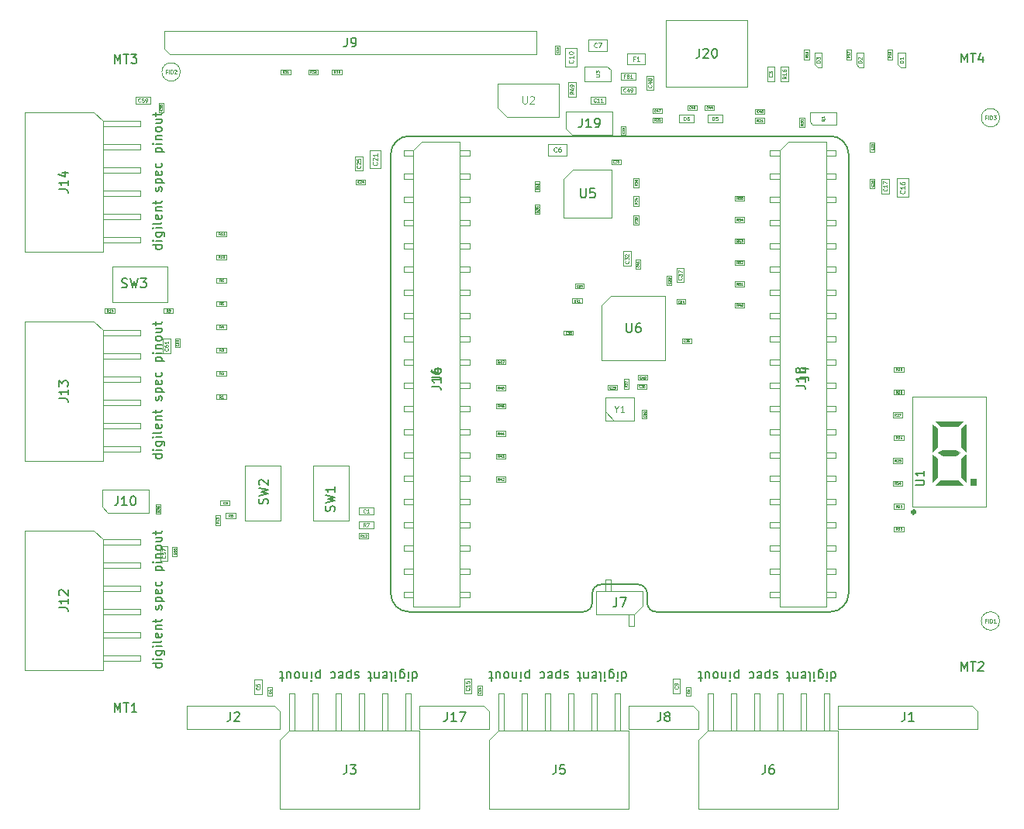
<source format=gbr>
%TF.GenerationSoftware,KiCad,Pcbnew,8.0.4-8.0.4-0~ubuntu22.04.1*%
%TF.CreationDate,2024-09-05T16:25:04-04:00*%
%TF.ProjectId,tinytapeout-demo,74696e79-7461-4706-956f-75742d64656d,2.0.1*%
%TF.SameCoordinates,PX38be5e0PY7d687e0*%
%TF.FileFunction,AssemblyDrawing,Top*%
%FSLAX46Y46*%
G04 Gerber Fmt 4.6, Leading zero omitted, Abs format (unit mm)*
G04 Created by KiCad (PCBNEW 8.0.4-8.0.4-0~ubuntu22.04.1) date 2024-09-05 16:25:04*
%MOMM*%
%LPD*%
G01*
G04 APERTURE LIST*
%ADD10C,0.040000*%
%ADD11C,0.060000*%
%ADD12C,0.150000*%
%ADD13C,0.080000*%
%ADD14C,0.105000*%
%ADD15C,0.050000*%
%ADD16C,0.120000*%
%ADD17C,0.100000*%
%ADD18C,0.332843*%
%ADD19C,0.180000*%
G04 APERTURE END LIST*
D10*
X129932857Y-77098200D02*
X129846190Y-76974391D01*
X129784285Y-77098200D02*
X129784285Y-76838200D01*
X129784285Y-76838200D02*
X129883333Y-76838200D01*
X129883333Y-76838200D02*
X129908095Y-76850581D01*
X129908095Y-76850581D02*
X129920476Y-76862962D01*
X129920476Y-76862962D02*
X129932857Y-76887724D01*
X129932857Y-76887724D02*
X129932857Y-76924867D01*
X129932857Y-76924867D02*
X129920476Y-76949629D01*
X129920476Y-76949629D02*
X129908095Y-76962010D01*
X129908095Y-76962010D02*
X129883333Y-76974391D01*
X129883333Y-76974391D02*
X129784285Y-76974391D01*
X130168095Y-76838200D02*
X130044285Y-76838200D01*
X130044285Y-76838200D02*
X130031904Y-76962010D01*
X130031904Y-76962010D02*
X130044285Y-76949629D01*
X130044285Y-76949629D02*
X130069047Y-76937248D01*
X130069047Y-76937248D02*
X130130952Y-76937248D01*
X130130952Y-76937248D02*
X130155714Y-76949629D01*
X130155714Y-76949629D02*
X130168095Y-76962010D01*
X130168095Y-76962010D02*
X130180476Y-76986772D01*
X130180476Y-76986772D02*
X130180476Y-77048677D01*
X130180476Y-77048677D02*
X130168095Y-77073439D01*
X130168095Y-77073439D02*
X130155714Y-77085820D01*
X130155714Y-77085820D02*
X130130952Y-77098200D01*
X130130952Y-77098200D02*
X130069047Y-77098200D01*
X130069047Y-77098200D02*
X130044285Y-77085820D01*
X130044285Y-77085820D02*
X130031904Y-77073439D01*
X130267142Y-76838200D02*
X130428095Y-76838200D01*
X130428095Y-76838200D02*
X130341428Y-76937248D01*
X130341428Y-76937248D02*
X130378571Y-76937248D01*
X130378571Y-76937248D02*
X130403333Y-76949629D01*
X130403333Y-76949629D02*
X130415714Y-76962010D01*
X130415714Y-76962010D02*
X130428095Y-76986772D01*
X130428095Y-76986772D02*
X130428095Y-77048677D01*
X130428095Y-77048677D02*
X130415714Y-77073439D01*
X130415714Y-77073439D02*
X130403333Y-77085820D01*
X130403333Y-77085820D02*
X130378571Y-77098200D01*
X130378571Y-77098200D02*
X130304285Y-77098200D01*
X130304285Y-77098200D02*
X130279523Y-77085820D01*
X130279523Y-77085820D02*
X130267142Y-77073439D01*
X146618200Y-56767142D02*
X146494391Y-56853809D01*
X146618200Y-56915714D02*
X146358200Y-56915714D01*
X146358200Y-56915714D02*
X146358200Y-56816666D01*
X146358200Y-56816666D02*
X146370581Y-56791904D01*
X146370581Y-56791904D02*
X146382962Y-56779523D01*
X146382962Y-56779523D02*
X146407724Y-56767142D01*
X146407724Y-56767142D02*
X146444867Y-56767142D01*
X146444867Y-56767142D02*
X146469629Y-56779523D01*
X146469629Y-56779523D02*
X146482010Y-56791904D01*
X146482010Y-56791904D02*
X146494391Y-56816666D01*
X146494391Y-56816666D02*
X146494391Y-56915714D01*
X146618200Y-56519523D02*
X146618200Y-56668095D01*
X146618200Y-56593809D02*
X146358200Y-56593809D01*
X146358200Y-56593809D02*
X146395343Y-56618571D01*
X146395343Y-56618571D02*
X146420105Y-56643333D01*
X146420105Y-56643333D02*
X146432486Y-56668095D01*
X146358200Y-56284285D02*
X146358200Y-56408095D01*
X146358200Y-56408095D02*
X146482010Y-56420476D01*
X146482010Y-56420476D02*
X146469629Y-56408095D01*
X146469629Y-56408095D02*
X146457248Y-56383333D01*
X146457248Y-56383333D02*
X146457248Y-56321428D01*
X146457248Y-56321428D02*
X146469629Y-56296666D01*
X146469629Y-56296666D02*
X146482010Y-56284285D01*
X146482010Y-56284285D02*
X146506772Y-56271904D01*
X146506772Y-56271904D02*
X146568677Y-56271904D01*
X146568677Y-56271904D02*
X146593439Y-56284285D01*
X146593439Y-56284285D02*
X146605820Y-56296666D01*
X146605820Y-56296666D02*
X146618200Y-56321428D01*
X146618200Y-56321428D02*
X146618200Y-56383333D01*
X146618200Y-56383333D02*
X146605820Y-56408095D01*
X146605820Y-56408095D02*
X146593439Y-56420476D01*
D11*
X117943832Y-79157142D02*
X117962880Y-79176190D01*
X117962880Y-79176190D02*
X117981927Y-79233332D01*
X117981927Y-79233332D02*
X117981927Y-79271428D01*
X117981927Y-79271428D02*
X117962880Y-79328571D01*
X117962880Y-79328571D02*
X117924784Y-79366666D01*
X117924784Y-79366666D02*
X117886689Y-79385713D01*
X117886689Y-79385713D02*
X117810499Y-79404761D01*
X117810499Y-79404761D02*
X117753356Y-79404761D01*
X117753356Y-79404761D02*
X117677165Y-79385713D01*
X117677165Y-79385713D02*
X117639070Y-79366666D01*
X117639070Y-79366666D02*
X117600975Y-79328571D01*
X117600975Y-79328571D02*
X117581927Y-79271428D01*
X117581927Y-79271428D02*
X117581927Y-79233332D01*
X117581927Y-79233332D02*
X117600975Y-79176190D01*
X117600975Y-79176190D02*
X117620022Y-79157142D01*
X117581927Y-79023809D02*
X117581927Y-78776190D01*
X117581927Y-78776190D02*
X117734308Y-78909523D01*
X117734308Y-78909523D02*
X117734308Y-78852380D01*
X117734308Y-78852380D02*
X117753356Y-78814285D01*
X117753356Y-78814285D02*
X117772403Y-78795237D01*
X117772403Y-78795237D02*
X117810499Y-78776190D01*
X117810499Y-78776190D02*
X117905737Y-78776190D01*
X117905737Y-78776190D02*
X117943832Y-78795237D01*
X117943832Y-78795237D02*
X117962880Y-78814285D01*
X117962880Y-78814285D02*
X117981927Y-78852380D01*
X117981927Y-78852380D02*
X117981927Y-78966666D01*
X117981927Y-78966666D02*
X117962880Y-79004761D01*
X117962880Y-79004761D02*
X117943832Y-79023809D01*
X117620022Y-78623809D02*
X117600975Y-78604761D01*
X117600975Y-78604761D02*
X117581927Y-78566666D01*
X117581927Y-78566666D02*
X117581927Y-78471428D01*
X117581927Y-78471428D02*
X117600975Y-78433333D01*
X117600975Y-78433333D02*
X117620022Y-78414285D01*
X117620022Y-78414285D02*
X117658118Y-78395238D01*
X117658118Y-78395238D02*
X117696213Y-78395238D01*
X117696213Y-78395238D02*
X117753356Y-78414285D01*
X117753356Y-78414285D02*
X117981927Y-78642857D01*
X117981927Y-78642857D02*
X117981927Y-78395238D01*
D10*
X144689765Y-66860714D02*
X144701670Y-66872618D01*
X144701670Y-66872618D02*
X144713574Y-66908333D01*
X144713574Y-66908333D02*
X144713574Y-66932142D01*
X144713574Y-66932142D02*
X144701670Y-66967856D01*
X144701670Y-66967856D02*
X144677860Y-66991666D01*
X144677860Y-66991666D02*
X144654050Y-67003571D01*
X144654050Y-67003571D02*
X144606431Y-67015475D01*
X144606431Y-67015475D02*
X144570717Y-67015475D01*
X144570717Y-67015475D02*
X144523098Y-67003571D01*
X144523098Y-67003571D02*
X144499289Y-66991666D01*
X144499289Y-66991666D02*
X144475479Y-66967856D01*
X144475479Y-66967856D02*
X144463574Y-66932142D01*
X144463574Y-66932142D02*
X144463574Y-66908333D01*
X144463574Y-66908333D02*
X144475479Y-66872618D01*
X144475479Y-66872618D02*
X144487384Y-66860714D01*
X144487384Y-66765475D02*
X144475479Y-66753571D01*
X144475479Y-66753571D02*
X144463574Y-66729761D01*
X144463574Y-66729761D02*
X144463574Y-66670237D01*
X144463574Y-66670237D02*
X144475479Y-66646428D01*
X144475479Y-66646428D02*
X144487384Y-66634523D01*
X144487384Y-66634523D02*
X144511193Y-66622618D01*
X144511193Y-66622618D02*
X144535003Y-66622618D01*
X144535003Y-66622618D02*
X144570717Y-66634523D01*
X144570717Y-66634523D02*
X144713574Y-66777380D01*
X144713574Y-66777380D02*
X144713574Y-66622618D01*
X144463574Y-66539285D02*
X144463574Y-66384523D01*
X144463574Y-66384523D02*
X144558812Y-66467857D01*
X144558812Y-66467857D02*
X144558812Y-66432142D01*
X144558812Y-66432142D02*
X144570717Y-66408333D01*
X144570717Y-66408333D02*
X144582622Y-66396428D01*
X144582622Y-66396428D02*
X144606431Y-66384523D01*
X144606431Y-66384523D02*
X144665955Y-66384523D01*
X144665955Y-66384523D02*
X144689765Y-66396428D01*
X144689765Y-66396428D02*
X144701670Y-66408333D01*
X144701670Y-66408333D02*
X144713574Y-66432142D01*
X144713574Y-66432142D02*
X144713574Y-66503571D01*
X144713574Y-66503571D02*
X144701670Y-66527380D01*
X144701670Y-66527380D02*
X144689765Y-66539285D01*
X119239285Y-92939765D02*
X119227381Y-92951670D01*
X119227381Y-92951670D02*
X119191666Y-92963574D01*
X119191666Y-92963574D02*
X119167857Y-92963574D01*
X119167857Y-92963574D02*
X119132143Y-92951670D01*
X119132143Y-92951670D02*
X119108333Y-92927860D01*
X119108333Y-92927860D02*
X119096428Y-92904050D01*
X119096428Y-92904050D02*
X119084524Y-92856431D01*
X119084524Y-92856431D02*
X119084524Y-92820717D01*
X119084524Y-92820717D02*
X119096428Y-92773098D01*
X119096428Y-92773098D02*
X119108333Y-92749289D01*
X119108333Y-92749289D02*
X119132143Y-92725479D01*
X119132143Y-92725479D02*
X119167857Y-92713574D01*
X119167857Y-92713574D02*
X119191666Y-92713574D01*
X119191666Y-92713574D02*
X119227381Y-92725479D01*
X119227381Y-92725479D02*
X119239285Y-92737384D01*
X119322619Y-92713574D02*
X119477381Y-92713574D01*
X119477381Y-92713574D02*
X119394047Y-92808812D01*
X119394047Y-92808812D02*
X119429762Y-92808812D01*
X119429762Y-92808812D02*
X119453571Y-92820717D01*
X119453571Y-92820717D02*
X119465476Y-92832622D01*
X119465476Y-92832622D02*
X119477381Y-92856431D01*
X119477381Y-92856431D02*
X119477381Y-92915955D01*
X119477381Y-92915955D02*
X119465476Y-92939765D01*
X119465476Y-92939765D02*
X119453571Y-92951670D01*
X119453571Y-92951670D02*
X119429762Y-92963574D01*
X119429762Y-92963574D02*
X119358333Y-92963574D01*
X119358333Y-92963574D02*
X119334524Y-92951670D01*
X119334524Y-92951670D02*
X119322619Y-92939765D01*
X119691666Y-92713574D02*
X119644047Y-92713574D01*
X119644047Y-92713574D02*
X119620238Y-92725479D01*
X119620238Y-92725479D02*
X119608333Y-92737384D01*
X119608333Y-92737384D02*
X119584523Y-92773098D01*
X119584523Y-92773098D02*
X119572619Y-92820717D01*
X119572619Y-92820717D02*
X119572619Y-92915955D01*
X119572619Y-92915955D02*
X119584523Y-92939765D01*
X119584523Y-92939765D02*
X119596428Y-92951670D01*
X119596428Y-92951670D02*
X119620238Y-92963574D01*
X119620238Y-92963574D02*
X119667857Y-92963574D01*
X119667857Y-92963574D02*
X119691666Y-92951670D01*
X119691666Y-92951670D02*
X119703571Y-92939765D01*
X119703571Y-92939765D02*
X119715476Y-92915955D01*
X119715476Y-92915955D02*
X119715476Y-92856431D01*
X119715476Y-92856431D02*
X119703571Y-92832622D01*
X119703571Y-92832622D02*
X119691666Y-92820717D01*
X119691666Y-92820717D02*
X119667857Y-92808812D01*
X119667857Y-92808812D02*
X119620238Y-92808812D01*
X119620238Y-92808812D02*
X119596428Y-92820717D01*
X119596428Y-92820717D02*
X119584523Y-92832622D01*
X119584523Y-92832622D02*
X119572619Y-92856431D01*
X129932857Y-72418200D02*
X129846190Y-72294391D01*
X129784285Y-72418200D02*
X129784285Y-72158200D01*
X129784285Y-72158200D02*
X129883333Y-72158200D01*
X129883333Y-72158200D02*
X129908095Y-72170581D01*
X129908095Y-72170581D02*
X129920476Y-72182962D01*
X129920476Y-72182962D02*
X129932857Y-72207724D01*
X129932857Y-72207724D02*
X129932857Y-72244867D01*
X129932857Y-72244867D02*
X129920476Y-72269629D01*
X129920476Y-72269629D02*
X129908095Y-72282010D01*
X129908095Y-72282010D02*
X129883333Y-72294391D01*
X129883333Y-72294391D02*
X129784285Y-72294391D01*
X130168095Y-72158200D02*
X130044285Y-72158200D01*
X130044285Y-72158200D02*
X130031904Y-72282010D01*
X130031904Y-72282010D02*
X130044285Y-72269629D01*
X130044285Y-72269629D02*
X130069047Y-72257248D01*
X130069047Y-72257248D02*
X130130952Y-72257248D01*
X130130952Y-72257248D02*
X130155714Y-72269629D01*
X130155714Y-72269629D02*
X130168095Y-72282010D01*
X130168095Y-72282010D02*
X130180476Y-72306772D01*
X130180476Y-72306772D02*
X130180476Y-72368677D01*
X130180476Y-72368677D02*
X130168095Y-72393439D01*
X130168095Y-72393439D02*
X130155714Y-72405820D01*
X130155714Y-72405820D02*
X130130952Y-72418200D01*
X130130952Y-72418200D02*
X130069047Y-72418200D01*
X130069047Y-72418200D02*
X130044285Y-72405820D01*
X130044285Y-72405820D02*
X130031904Y-72393439D01*
X130415714Y-72158200D02*
X130291904Y-72158200D01*
X130291904Y-72158200D02*
X130279523Y-72282010D01*
X130279523Y-72282010D02*
X130291904Y-72269629D01*
X130291904Y-72269629D02*
X130316666Y-72257248D01*
X130316666Y-72257248D02*
X130378571Y-72257248D01*
X130378571Y-72257248D02*
X130403333Y-72269629D01*
X130403333Y-72269629D02*
X130415714Y-72282010D01*
X130415714Y-72282010D02*
X130428095Y-72306772D01*
X130428095Y-72306772D02*
X130428095Y-72368677D01*
X130428095Y-72368677D02*
X130415714Y-72393439D01*
X130415714Y-72393439D02*
X130403333Y-72405820D01*
X130403333Y-72405820D02*
X130378571Y-72418200D01*
X130378571Y-72418200D02*
X130316666Y-72418200D01*
X130316666Y-72418200D02*
X130291904Y-72405820D01*
X130291904Y-72405820D02*
X130279523Y-72393439D01*
X120932857Y-63868200D02*
X120846190Y-63744391D01*
X120784285Y-63868200D02*
X120784285Y-63608200D01*
X120784285Y-63608200D02*
X120883333Y-63608200D01*
X120883333Y-63608200D02*
X120908095Y-63620581D01*
X120908095Y-63620581D02*
X120920476Y-63632962D01*
X120920476Y-63632962D02*
X120932857Y-63657724D01*
X120932857Y-63657724D02*
X120932857Y-63694867D01*
X120932857Y-63694867D02*
X120920476Y-63719629D01*
X120920476Y-63719629D02*
X120908095Y-63732010D01*
X120908095Y-63732010D02*
X120883333Y-63744391D01*
X120883333Y-63744391D02*
X120784285Y-63744391D01*
X121031904Y-63632962D02*
X121044285Y-63620581D01*
X121044285Y-63620581D02*
X121069047Y-63608200D01*
X121069047Y-63608200D02*
X121130952Y-63608200D01*
X121130952Y-63608200D02*
X121155714Y-63620581D01*
X121155714Y-63620581D02*
X121168095Y-63632962D01*
X121168095Y-63632962D02*
X121180476Y-63657724D01*
X121180476Y-63657724D02*
X121180476Y-63682486D01*
X121180476Y-63682486D02*
X121168095Y-63719629D01*
X121168095Y-63719629D02*
X121019523Y-63868200D01*
X121019523Y-63868200D02*
X121180476Y-63868200D01*
X121341428Y-63608200D02*
X121366190Y-63608200D01*
X121366190Y-63608200D02*
X121390952Y-63620581D01*
X121390952Y-63620581D02*
X121403333Y-63632962D01*
X121403333Y-63632962D02*
X121415714Y-63657724D01*
X121415714Y-63657724D02*
X121428095Y-63707248D01*
X121428095Y-63707248D02*
X121428095Y-63769153D01*
X121428095Y-63769153D02*
X121415714Y-63818677D01*
X121415714Y-63818677D02*
X121403333Y-63843439D01*
X121403333Y-63843439D02*
X121390952Y-63855820D01*
X121390952Y-63855820D02*
X121366190Y-63868200D01*
X121366190Y-63868200D02*
X121341428Y-63868200D01*
X121341428Y-63868200D02*
X121316666Y-63855820D01*
X121316666Y-63855820D02*
X121304285Y-63843439D01*
X121304285Y-63843439D02*
X121291904Y-63818677D01*
X121291904Y-63818677D02*
X121279523Y-63769153D01*
X121279523Y-63769153D02*
X121279523Y-63707248D01*
X121279523Y-63707248D02*
X121291904Y-63657724D01*
X121291904Y-63657724D02*
X121304285Y-63632962D01*
X121304285Y-63632962D02*
X121316666Y-63620581D01*
X121316666Y-63620581D02*
X121341428Y-63608200D01*
D12*
X61809524Y-57554819D02*
X61809524Y-56554819D01*
X61809524Y-56554819D02*
X62142857Y-57269104D01*
X62142857Y-57269104D02*
X62476190Y-56554819D01*
X62476190Y-56554819D02*
X62476190Y-57554819D01*
X62809524Y-56554819D02*
X63380952Y-56554819D01*
X63095238Y-57554819D02*
X63095238Y-56554819D01*
X63619048Y-56554819D02*
X64238095Y-56554819D01*
X64238095Y-56554819D02*
X63904762Y-56935771D01*
X63904762Y-56935771D02*
X64047619Y-56935771D01*
X64047619Y-56935771D02*
X64142857Y-56983390D01*
X64142857Y-56983390D02*
X64190476Y-57031009D01*
X64190476Y-57031009D02*
X64238095Y-57126247D01*
X64238095Y-57126247D02*
X64238095Y-57364342D01*
X64238095Y-57364342D02*
X64190476Y-57459580D01*
X64190476Y-57459580D02*
X64142857Y-57507200D01*
X64142857Y-57507200D02*
X64047619Y-57554819D01*
X64047619Y-57554819D02*
X63761905Y-57554819D01*
X63761905Y-57554819D02*
X63666667Y-57507200D01*
X63666667Y-57507200D02*
X63619048Y-57459580D01*
D13*
X148079530Y-71471428D02*
X148103340Y-71495237D01*
X148103340Y-71495237D02*
X148127149Y-71566666D01*
X148127149Y-71566666D02*
X148127149Y-71614285D01*
X148127149Y-71614285D02*
X148103340Y-71685713D01*
X148103340Y-71685713D02*
X148055720Y-71733332D01*
X148055720Y-71733332D02*
X148008101Y-71757142D01*
X148008101Y-71757142D02*
X147912863Y-71780951D01*
X147912863Y-71780951D02*
X147841435Y-71780951D01*
X147841435Y-71780951D02*
X147746197Y-71757142D01*
X147746197Y-71757142D02*
X147698578Y-71733332D01*
X147698578Y-71733332D02*
X147650959Y-71685713D01*
X147650959Y-71685713D02*
X147627149Y-71614285D01*
X147627149Y-71614285D02*
X147627149Y-71566666D01*
X147627149Y-71566666D02*
X147650959Y-71495237D01*
X147650959Y-71495237D02*
X147674768Y-71471428D01*
X148127149Y-70995237D02*
X148127149Y-71280951D01*
X148127149Y-71138094D02*
X147627149Y-71138094D01*
X147627149Y-71138094D02*
X147698578Y-71185713D01*
X147698578Y-71185713D02*
X147746197Y-71233332D01*
X147746197Y-71233332D02*
X147770006Y-71280951D01*
X147627149Y-70566666D02*
X147627149Y-70661904D01*
X147627149Y-70661904D02*
X147650959Y-70709523D01*
X147650959Y-70709523D02*
X147674768Y-70733333D01*
X147674768Y-70733333D02*
X147746197Y-70780952D01*
X147746197Y-70780952D02*
X147841435Y-70804761D01*
X147841435Y-70804761D02*
X148031911Y-70804761D01*
X148031911Y-70804761D02*
X148079530Y-70780952D01*
X148079530Y-70780952D02*
X148103340Y-70757142D01*
X148103340Y-70757142D02*
X148127149Y-70709523D01*
X148127149Y-70709523D02*
X148127149Y-70614285D01*
X148127149Y-70614285D02*
X148103340Y-70566666D01*
X148103340Y-70566666D02*
X148079530Y-70542857D01*
X148079530Y-70542857D02*
X148031911Y-70519047D01*
X148031911Y-70519047D02*
X147912863Y-70519047D01*
X147912863Y-70519047D02*
X147865244Y-70542857D01*
X147865244Y-70542857D02*
X147841435Y-70566666D01*
X147841435Y-70566666D02*
X147817625Y-70614285D01*
X147817625Y-70614285D02*
X147817625Y-70709523D01*
X147817625Y-70709523D02*
X147841435Y-70757142D01*
X147841435Y-70757142D02*
X147865244Y-70780952D01*
X147865244Y-70780952D02*
X147912863Y-70804761D01*
D11*
X157071429Y-63472403D02*
X156938096Y-63472403D01*
X156938096Y-63681927D02*
X156938096Y-63281927D01*
X156938096Y-63281927D02*
X157128572Y-63281927D01*
X157280953Y-63681927D02*
X157280953Y-63281927D01*
X157471429Y-63681927D02*
X157471429Y-63281927D01*
X157471429Y-63281927D02*
X157566667Y-63281927D01*
X157566667Y-63281927D02*
X157623810Y-63300975D01*
X157623810Y-63300975D02*
X157661905Y-63339070D01*
X157661905Y-63339070D02*
X157680952Y-63377165D01*
X157680952Y-63377165D02*
X157700000Y-63453356D01*
X157700000Y-63453356D02*
X157700000Y-63510499D01*
X157700000Y-63510499D02*
X157680952Y-63586689D01*
X157680952Y-63586689D02*
X157661905Y-63624784D01*
X157661905Y-63624784D02*
X157623810Y-63662880D01*
X157623810Y-63662880D02*
X157566667Y-63681927D01*
X157566667Y-63681927D02*
X157471429Y-63681927D01*
X157833333Y-63281927D02*
X158080952Y-63281927D01*
X158080952Y-63281927D02*
X157947619Y-63434308D01*
X157947619Y-63434308D02*
X158004762Y-63434308D01*
X158004762Y-63434308D02*
X158042857Y-63453356D01*
X158042857Y-63453356D02*
X158061905Y-63472403D01*
X158061905Y-63472403D02*
X158080952Y-63510499D01*
X158080952Y-63510499D02*
X158080952Y-63605737D01*
X158080952Y-63605737D02*
X158061905Y-63643832D01*
X158061905Y-63643832D02*
X158042857Y-63662880D01*
X158042857Y-63662880D02*
X158004762Y-63681927D01*
X158004762Y-63681927D02*
X157890476Y-63681927D01*
X157890476Y-63681927D02*
X157852381Y-63662880D01*
X157852381Y-63662880D02*
X157833333Y-63643832D01*
D10*
X118918200Y-70767142D02*
X118794391Y-70853809D01*
X118918200Y-70915714D02*
X118658200Y-70915714D01*
X118658200Y-70915714D02*
X118658200Y-70816666D01*
X118658200Y-70816666D02*
X118670581Y-70791904D01*
X118670581Y-70791904D02*
X118682962Y-70779523D01*
X118682962Y-70779523D02*
X118707724Y-70767142D01*
X118707724Y-70767142D02*
X118744867Y-70767142D01*
X118744867Y-70767142D02*
X118769629Y-70779523D01*
X118769629Y-70779523D02*
X118782010Y-70791904D01*
X118782010Y-70791904D02*
X118794391Y-70816666D01*
X118794391Y-70816666D02*
X118794391Y-70915714D01*
X118658200Y-70680476D02*
X118658200Y-70519523D01*
X118658200Y-70519523D02*
X118757248Y-70606190D01*
X118757248Y-70606190D02*
X118757248Y-70569047D01*
X118757248Y-70569047D02*
X118769629Y-70544285D01*
X118769629Y-70544285D02*
X118782010Y-70531904D01*
X118782010Y-70531904D02*
X118806772Y-70519523D01*
X118806772Y-70519523D02*
X118868677Y-70519523D01*
X118868677Y-70519523D02*
X118893439Y-70531904D01*
X118893439Y-70531904D02*
X118905820Y-70544285D01*
X118905820Y-70544285D02*
X118918200Y-70569047D01*
X118918200Y-70569047D02*
X118918200Y-70643333D01*
X118918200Y-70643333D02*
X118905820Y-70668095D01*
X118905820Y-70668095D02*
X118893439Y-70680476D01*
X118769629Y-70370952D02*
X118757248Y-70395714D01*
X118757248Y-70395714D02*
X118744867Y-70408095D01*
X118744867Y-70408095D02*
X118720105Y-70420476D01*
X118720105Y-70420476D02*
X118707724Y-70420476D01*
X118707724Y-70420476D02*
X118682962Y-70408095D01*
X118682962Y-70408095D02*
X118670581Y-70395714D01*
X118670581Y-70395714D02*
X118658200Y-70370952D01*
X118658200Y-70370952D02*
X118658200Y-70321428D01*
X118658200Y-70321428D02*
X118670581Y-70296666D01*
X118670581Y-70296666D02*
X118682962Y-70284285D01*
X118682962Y-70284285D02*
X118707724Y-70271904D01*
X118707724Y-70271904D02*
X118720105Y-70271904D01*
X118720105Y-70271904D02*
X118744867Y-70284285D01*
X118744867Y-70284285D02*
X118757248Y-70296666D01*
X118757248Y-70296666D02*
X118769629Y-70321428D01*
X118769629Y-70321428D02*
X118769629Y-70370952D01*
X118769629Y-70370952D02*
X118782010Y-70395714D01*
X118782010Y-70395714D02*
X118794391Y-70408095D01*
X118794391Y-70408095D02*
X118819153Y-70420476D01*
X118819153Y-70420476D02*
X118868677Y-70420476D01*
X118868677Y-70420476D02*
X118893439Y-70408095D01*
X118893439Y-70408095D02*
X118905820Y-70395714D01*
X118905820Y-70395714D02*
X118918200Y-70370952D01*
X118918200Y-70370952D02*
X118918200Y-70321428D01*
X118918200Y-70321428D02*
X118905820Y-70296666D01*
X118905820Y-70296666D02*
X118893439Y-70284285D01*
X118893439Y-70284285D02*
X118868677Y-70271904D01*
X118868677Y-70271904D02*
X118819153Y-70271904D01*
X118819153Y-70271904D02*
X118794391Y-70284285D01*
X118794391Y-70284285D02*
X118782010Y-70296666D01*
X118782010Y-70296666D02*
X118769629Y-70321428D01*
D11*
X120443832Y-59957142D02*
X120462880Y-59976190D01*
X120462880Y-59976190D02*
X120481927Y-60033332D01*
X120481927Y-60033332D02*
X120481927Y-60071428D01*
X120481927Y-60071428D02*
X120462880Y-60128571D01*
X120462880Y-60128571D02*
X120424784Y-60166666D01*
X120424784Y-60166666D02*
X120386689Y-60185713D01*
X120386689Y-60185713D02*
X120310499Y-60204761D01*
X120310499Y-60204761D02*
X120253356Y-60204761D01*
X120253356Y-60204761D02*
X120177165Y-60185713D01*
X120177165Y-60185713D02*
X120139070Y-60166666D01*
X120139070Y-60166666D02*
X120100975Y-60128571D01*
X120100975Y-60128571D02*
X120081927Y-60071428D01*
X120081927Y-60071428D02*
X120081927Y-60033332D01*
X120081927Y-60033332D02*
X120100975Y-59976190D01*
X120100975Y-59976190D02*
X120120022Y-59957142D01*
X120215260Y-59614285D02*
X120481927Y-59614285D01*
X120062880Y-59709523D02*
X120348594Y-59804761D01*
X120348594Y-59804761D02*
X120348594Y-59557142D01*
X120253356Y-59347619D02*
X120234308Y-59385714D01*
X120234308Y-59385714D02*
X120215260Y-59404761D01*
X120215260Y-59404761D02*
X120177165Y-59423809D01*
X120177165Y-59423809D02*
X120158118Y-59423809D01*
X120158118Y-59423809D02*
X120120022Y-59404761D01*
X120120022Y-59404761D02*
X120100975Y-59385714D01*
X120100975Y-59385714D02*
X120081927Y-59347619D01*
X120081927Y-59347619D02*
X120081927Y-59271428D01*
X120081927Y-59271428D02*
X120100975Y-59233333D01*
X120100975Y-59233333D02*
X120120022Y-59214285D01*
X120120022Y-59214285D02*
X120158118Y-59195238D01*
X120158118Y-59195238D02*
X120177165Y-59195238D01*
X120177165Y-59195238D02*
X120215260Y-59214285D01*
X120215260Y-59214285D02*
X120234308Y-59233333D01*
X120234308Y-59233333D02*
X120253356Y-59271428D01*
X120253356Y-59271428D02*
X120253356Y-59347619D01*
X120253356Y-59347619D02*
X120272403Y-59385714D01*
X120272403Y-59385714D02*
X120291451Y-59404761D01*
X120291451Y-59404761D02*
X120329546Y-59423809D01*
X120329546Y-59423809D02*
X120405737Y-59423809D01*
X120405737Y-59423809D02*
X120443832Y-59404761D01*
X120443832Y-59404761D02*
X120462880Y-59385714D01*
X120462880Y-59385714D02*
X120481927Y-59347619D01*
X120481927Y-59347619D02*
X120481927Y-59271428D01*
X120481927Y-59271428D02*
X120462880Y-59233333D01*
X120462880Y-59233333D02*
X120443832Y-59214285D01*
X120443832Y-59214285D02*
X120405737Y-59195238D01*
X120405737Y-59195238D02*
X120329546Y-59195238D01*
X120329546Y-59195238D02*
X120291451Y-59214285D01*
X120291451Y-59214285D02*
X120272403Y-59233333D01*
X120272403Y-59233333D02*
X120253356Y-59271428D01*
D12*
X55739819Y-94199523D02*
X56454104Y-94199523D01*
X56454104Y-94199523D02*
X56596961Y-94247142D01*
X56596961Y-94247142D02*
X56692200Y-94342380D01*
X56692200Y-94342380D02*
X56739819Y-94485237D01*
X56739819Y-94485237D02*
X56739819Y-94580475D01*
X56739819Y-93199523D02*
X56739819Y-93770951D01*
X56739819Y-93485237D02*
X55739819Y-93485237D01*
X55739819Y-93485237D02*
X55882676Y-93580475D01*
X55882676Y-93580475D02*
X55977914Y-93675713D01*
X55977914Y-93675713D02*
X56025533Y-93770951D01*
X55739819Y-92866189D02*
X55739819Y-92247142D01*
X55739819Y-92247142D02*
X56120771Y-92580475D01*
X56120771Y-92580475D02*
X56120771Y-92437618D01*
X56120771Y-92437618D02*
X56168390Y-92342380D01*
X56168390Y-92342380D02*
X56216009Y-92294761D01*
X56216009Y-92294761D02*
X56311247Y-92247142D01*
X56311247Y-92247142D02*
X56549342Y-92247142D01*
X56549342Y-92247142D02*
X56644580Y-92294761D01*
X56644580Y-92294761D02*
X56692200Y-92342380D01*
X56692200Y-92342380D02*
X56739819Y-92437618D01*
X56739819Y-92437618D02*
X56739819Y-92723332D01*
X56739819Y-92723332D02*
X56692200Y-92818570D01*
X56692200Y-92818570D02*
X56644580Y-92866189D01*
X66969819Y-100274649D02*
X65969819Y-100274649D01*
X66922200Y-100274649D02*
X66969819Y-100369887D01*
X66969819Y-100369887D02*
X66969819Y-100560363D01*
X66969819Y-100560363D02*
X66922200Y-100655601D01*
X66922200Y-100655601D02*
X66874580Y-100703220D01*
X66874580Y-100703220D02*
X66779342Y-100750839D01*
X66779342Y-100750839D02*
X66493628Y-100750839D01*
X66493628Y-100750839D02*
X66398390Y-100703220D01*
X66398390Y-100703220D02*
X66350771Y-100655601D01*
X66350771Y-100655601D02*
X66303152Y-100560363D01*
X66303152Y-100560363D02*
X66303152Y-100369887D01*
X66303152Y-100369887D02*
X66350771Y-100274649D01*
X66969819Y-99798458D02*
X66303152Y-99798458D01*
X65969819Y-99798458D02*
X66017438Y-99846077D01*
X66017438Y-99846077D02*
X66065057Y-99798458D01*
X66065057Y-99798458D02*
X66017438Y-99750839D01*
X66017438Y-99750839D02*
X65969819Y-99798458D01*
X65969819Y-99798458D02*
X66065057Y-99798458D01*
X66303152Y-98893697D02*
X67112676Y-98893697D01*
X67112676Y-98893697D02*
X67207914Y-98941316D01*
X67207914Y-98941316D02*
X67255533Y-98988935D01*
X67255533Y-98988935D02*
X67303152Y-99084173D01*
X67303152Y-99084173D02*
X67303152Y-99227030D01*
X67303152Y-99227030D02*
X67255533Y-99322268D01*
X66922200Y-98893697D02*
X66969819Y-98988935D01*
X66969819Y-98988935D02*
X66969819Y-99179411D01*
X66969819Y-99179411D02*
X66922200Y-99274649D01*
X66922200Y-99274649D02*
X66874580Y-99322268D01*
X66874580Y-99322268D02*
X66779342Y-99369887D01*
X66779342Y-99369887D02*
X66493628Y-99369887D01*
X66493628Y-99369887D02*
X66398390Y-99322268D01*
X66398390Y-99322268D02*
X66350771Y-99274649D01*
X66350771Y-99274649D02*
X66303152Y-99179411D01*
X66303152Y-99179411D02*
X66303152Y-98988935D01*
X66303152Y-98988935D02*
X66350771Y-98893697D01*
X66969819Y-98417506D02*
X66303152Y-98417506D01*
X65969819Y-98417506D02*
X66017438Y-98465125D01*
X66017438Y-98465125D02*
X66065057Y-98417506D01*
X66065057Y-98417506D02*
X66017438Y-98369887D01*
X66017438Y-98369887D02*
X65969819Y-98417506D01*
X65969819Y-98417506D02*
X66065057Y-98417506D01*
X66969819Y-97798459D02*
X66922200Y-97893697D01*
X66922200Y-97893697D02*
X66826961Y-97941316D01*
X66826961Y-97941316D02*
X65969819Y-97941316D01*
X66922200Y-97036554D02*
X66969819Y-97131792D01*
X66969819Y-97131792D02*
X66969819Y-97322268D01*
X66969819Y-97322268D02*
X66922200Y-97417506D01*
X66922200Y-97417506D02*
X66826961Y-97465125D01*
X66826961Y-97465125D02*
X66446009Y-97465125D01*
X66446009Y-97465125D02*
X66350771Y-97417506D01*
X66350771Y-97417506D02*
X66303152Y-97322268D01*
X66303152Y-97322268D02*
X66303152Y-97131792D01*
X66303152Y-97131792D02*
X66350771Y-97036554D01*
X66350771Y-97036554D02*
X66446009Y-96988935D01*
X66446009Y-96988935D02*
X66541247Y-96988935D01*
X66541247Y-96988935D02*
X66636485Y-97465125D01*
X66303152Y-96560363D02*
X66969819Y-96560363D01*
X66398390Y-96560363D02*
X66350771Y-96512744D01*
X66350771Y-96512744D02*
X66303152Y-96417506D01*
X66303152Y-96417506D02*
X66303152Y-96274649D01*
X66303152Y-96274649D02*
X66350771Y-96179411D01*
X66350771Y-96179411D02*
X66446009Y-96131792D01*
X66446009Y-96131792D02*
X66969819Y-96131792D01*
X66303152Y-95798458D02*
X66303152Y-95417506D01*
X65969819Y-95655601D02*
X66826961Y-95655601D01*
X66826961Y-95655601D02*
X66922200Y-95607982D01*
X66922200Y-95607982D02*
X66969819Y-95512744D01*
X66969819Y-95512744D02*
X66969819Y-95417506D01*
X66922200Y-94369886D02*
X66969819Y-94274648D01*
X66969819Y-94274648D02*
X66969819Y-94084172D01*
X66969819Y-94084172D02*
X66922200Y-93988934D01*
X66922200Y-93988934D02*
X66826961Y-93941315D01*
X66826961Y-93941315D02*
X66779342Y-93941315D01*
X66779342Y-93941315D02*
X66684104Y-93988934D01*
X66684104Y-93988934D02*
X66636485Y-94084172D01*
X66636485Y-94084172D02*
X66636485Y-94227029D01*
X66636485Y-94227029D02*
X66588866Y-94322267D01*
X66588866Y-94322267D02*
X66493628Y-94369886D01*
X66493628Y-94369886D02*
X66446009Y-94369886D01*
X66446009Y-94369886D02*
X66350771Y-94322267D01*
X66350771Y-94322267D02*
X66303152Y-94227029D01*
X66303152Y-94227029D02*
X66303152Y-94084172D01*
X66303152Y-94084172D02*
X66350771Y-93988934D01*
X66303152Y-93512743D02*
X67303152Y-93512743D01*
X66350771Y-93512743D02*
X66303152Y-93417505D01*
X66303152Y-93417505D02*
X66303152Y-93227029D01*
X66303152Y-93227029D02*
X66350771Y-93131791D01*
X66350771Y-93131791D02*
X66398390Y-93084172D01*
X66398390Y-93084172D02*
X66493628Y-93036553D01*
X66493628Y-93036553D02*
X66779342Y-93036553D01*
X66779342Y-93036553D02*
X66874580Y-93084172D01*
X66874580Y-93084172D02*
X66922200Y-93131791D01*
X66922200Y-93131791D02*
X66969819Y-93227029D01*
X66969819Y-93227029D02*
X66969819Y-93417505D01*
X66969819Y-93417505D02*
X66922200Y-93512743D01*
X66922200Y-92227029D02*
X66969819Y-92322267D01*
X66969819Y-92322267D02*
X66969819Y-92512743D01*
X66969819Y-92512743D02*
X66922200Y-92607981D01*
X66922200Y-92607981D02*
X66826961Y-92655600D01*
X66826961Y-92655600D02*
X66446009Y-92655600D01*
X66446009Y-92655600D02*
X66350771Y-92607981D01*
X66350771Y-92607981D02*
X66303152Y-92512743D01*
X66303152Y-92512743D02*
X66303152Y-92322267D01*
X66303152Y-92322267D02*
X66350771Y-92227029D01*
X66350771Y-92227029D02*
X66446009Y-92179410D01*
X66446009Y-92179410D02*
X66541247Y-92179410D01*
X66541247Y-92179410D02*
X66636485Y-92655600D01*
X66922200Y-91322267D02*
X66969819Y-91417505D01*
X66969819Y-91417505D02*
X66969819Y-91607981D01*
X66969819Y-91607981D02*
X66922200Y-91703219D01*
X66922200Y-91703219D02*
X66874580Y-91750838D01*
X66874580Y-91750838D02*
X66779342Y-91798457D01*
X66779342Y-91798457D02*
X66493628Y-91798457D01*
X66493628Y-91798457D02*
X66398390Y-91750838D01*
X66398390Y-91750838D02*
X66350771Y-91703219D01*
X66350771Y-91703219D02*
X66303152Y-91607981D01*
X66303152Y-91607981D02*
X66303152Y-91417505D01*
X66303152Y-91417505D02*
X66350771Y-91322267D01*
X66303152Y-90131790D02*
X67303152Y-90131790D01*
X66350771Y-90131790D02*
X66303152Y-90036552D01*
X66303152Y-90036552D02*
X66303152Y-89846076D01*
X66303152Y-89846076D02*
X66350771Y-89750838D01*
X66350771Y-89750838D02*
X66398390Y-89703219D01*
X66398390Y-89703219D02*
X66493628Y-89655600D01*
X66493628Y-89655600D02*
X66779342Y-89655600D01*
X66779342Y-89655600D02*
X66874580Y-89703219D01*
X66874580Y-89703219D02*
X66922200Y-89750838D01*
X66922200Y-89750838D02*
X66969819Y-89846076D01*
X66969819Y-89846076D02*
X66969819Y-90036552D01*
X66969819Y-90036552D02*
X66922200Y-90131790D01*
X66969819Y-89227028D02*
X66303152Y-89227028D01*
X65969819Y-89227028D02*
X66017438Y-89274647D01*
X66017438Y-89274647D02*
X66065057Y-89227028D01*
X66065057Y-89227028D02*
X66017438Y-89179409D01*
X66017438Y-89179409D02*
X65969819Y-89227028D01*
X65969819Y-89227028D02*
X66065057Y-89227028D01*
X66303152Y-88750838D02*
X66969819Y-88750838D01*
X66398390Y-88750838D02*
X66350771Y-88703219D01*
X66350771Y-88703219D02*
X66303152Y-88607981D01*
X66303152Y-88607981D02*
X66303152Y-88465124D01*
X66303152Y-88465124D02*
X66350771Y-88369886D01*
X66350771Y-88369886D02*
X66446009Y-88322267D01*
X66446009Y-88322267D02*
X66969819Y-88322267D01*
X66969819Y-87703219D02*
X66922200Y-87798457D01*
X66922200Y-87798457D02*
X66874580Y-87846076D01*
X66874580Y-87846076D02*
X66779342Y-87893695D01*
X66779342Y-87893695D02*
X66493628Y-87893695D01*
X66493628Y-87893695D02*
X66398390Y-87846076D01*
X66398390Y-87846076D02*
X66350771Y-87798457D01*
X66350771Y-87798457D02*
X66303152Y-87703219D01*
X66303152Y-87703219D02*
X66303152Y-87560362D01*
X66303152Y-87560362D02*
X66350771Y-87465124D01*
X66350771Y-87465124D02*
X66398390Y-87417505D01*
X66398390Y-87417505D02*
X66493628Y-87369886D01*
X66493628Y-87369886D02*
X66779342Y-87369886D01*
X66779342Y-87369886D02*
X66874580Y-87417505D01*
X66874580Y-87417505D02*
X66922200Y-87465124D01*
X66922200Y-87465124D02*
X66969819Y-87560362D01*
X66969819Y-87560362D02*
X66969819Y-87703219D01*
X66303152Y-86512743D02*
X66969819Y-86512743D01*
X66303152Y-86941314D02*
X66826961Y-86941314D01*
X66826961Y-86941314D02*
X66922200Y-86893695D01*
X66922200Y-86893695D02*
X66969819Y-86798457D01*
X66969819Y-86798457D02*
X66969819Y-86655600D01*
X66969819Y-86655600D02*
X66922200Y-86560362D01*
X66922200Y-86560362D02*
X66874580Y-86512743D01*
X66303152Y-86179409D02*
X66303152Y-85798457D01*
X65969819Y-86036552D02*
X66826961Y-86036552D01*
X66826961Y-86036552D02*
X66922200Y-85988933D01*
X66922200Y-85988933D02*
X66969819Y-85893695D01*
X66969819Y-85893695D02*
X66969819Y-85798457D01*
D13*
X110116666Y-67179530D02*
X110092857Y-67203340D01*
X110092857Y-67203340D02*
X110021428Y-67227149D01*
X110021428Y-67227149D02*
X109973809Y-67227149D01*
X109973809Y-67227149D02*
X109902381Y-67203340D01*
X109902381Y-67203340D02*
X109854762Y-67155720D01*
X109854762Y-67155720D02*
X109830952Y-67108101D01*
X109830952Y-67108101D02*
X109807143Y-67012863D01*
X109807143Y-67012863D02*
X109807143Y-66941435D01*
X109807143Y-66941435D02*
X109830952Y-66846197D01*
X109830952Y-66846197D02*
X109854762Y-66798578D01*
X109854762Y-66798578D02*
X109902381Y-66750959D01*
X109902381Y-66750959D02*
X109973809Y-66727149D01*
X109973809Y-66727149D02*
X110021428Y-66727149D01*
X110021428Y-66727149D02*
X110092857Y-66750959D01*
X110092857Y-66750959D02*
X110116666Y-66774768D01*
X110545238Y-66727149D02*
X110450000Y-66727149D01*
X110450000Y-66727149D02*
X110402381Y-66750959D01*
X110402381Y-66750959D02*
X110378571Y-66774768D01*
X110378571Y-66774768D02*
X110330952Y-66846197D01*
X110330952Y-66846197D02*
X110307143Y-66941435D01*
X110307143Y-66941435D02*
X110307143Y-67131911D01*
X110307143Y-67131911D02*
X110330952Y-67179530D01*
X110330952Y-67179530D02*
X110354762Y-67203340D01*
X110354762Y-67203340D02*
X110402381Y-67227149D01*
X110402381Y-67227149D02*
X110497619Y-67227149D01*
X110497619Y-67227149D02*
X110545238Y-67203340D01*
X110545238Y-67203340D02*
X110569047Y-67179530D01*
X110569047Y-67179530D02*
X110592857Y-67131911D01*
X110592857Y-67131911D02*
X110592857Y-67012863D01*
X110592857Y-67012863D02*
X110569047Y-66965244D01*
X110569047Y-66965244D02*
X110545238Y-66941435D01*
X110545238Y-66941435D02*
X110497619Y-66917625D01*
X110497619Y-66917625D02*
X110402381Y-66917625D01*
X110402381Y-66917625D02*
X110354762Y-66941435D01*
X110354762Y-66941435D02*
X110330952Y-66965244D01*
X110330952Y-66965244D02*
X110307143Y-67012863D01*
D10*
X73446667Y-83946771D02*
X73360000Y-83822962D01*
X73298095Y-83946771D02*
X73298095Y-83686771D01*
X73298095Y-83686771D02*
X73397143Y-83686771D01*
X73397143Y-83686771D02*
X73421905Y-83699152D01*
X73421905Y-83699152D02*
X73434286Y-83711533D01*
X73434286Y-83711533D02*
X73446667Y-83736295D01*
X73446667Y-83736295D02*
X73446667Y-83773438D01*
X73446667Y-83773438D02*
X73434286Y-83798200D01*
X73434286Y-83798200D02*
X73421905Y-83810581D01*
X73421905Y-83810581D02*
X73397143Y-83822962D01*
X73397143Y-83822962D02*
X73298095Y-83822962D01*
X73681905Y-83686771D02*
X73558095Y-83686771D01*
X73558095Y-83686771D02*
X73545714Y-83810581D01*
X73545714Y-83810581D02*
X73558095Y-83798200D01*
X73558095Y-83798200D02*
X73582857Y-83785819D01*
X73582857Y-83785819D02*
X73644762Y-83785819D01*
X73644762Y-83785819D02*
X73669524Y-83798200D01*
X73669524Y-83798200D02*
X73681905Y-83810581D01*
X73681905Y-83810581D02*
X73694286Y-83835343D01*
X73694286Y-83835343D02*
X73694286Y-83897248D01*
X73694286Y-83897248D02*
X73681905Y-83922010D01*
X73681905Y-83922010D02*
X73669524Y-83934391D01*
X73669524Y-83934391D02*
X73644762Y-83946771D01*
X73644762Y-83946771D02*
X73582857Y-83946771D01*
X73582857Y-83946771D02*
X73558095Y-83934391D01*
X73558095Y-83934391D02*
X73545714Y-83922010D01*
X68489765Y-111060714D02*
X68501670Y-111072618D01*
X68501670Y-111072618D02*
X68513574Y-111108333D01*
X68513574Y-111108333D02*
X68513574Y-111132142D01*
X68513574Y-111132142D02*
X68501670Y-111167856D01*
X68501670Y-111167856D02*
X68477860Y-111191666D01*
X68477860Y-111191666D02*
X68454050Y-111203571D01*
X68454050Y-111203571D02*
X68406431Y-111215475D01*
X68406431Y-111215475D02*
X68370717Y-111215475D01*
X68370717Y-111215475D02*
X68323098Y-111203571D01*
X68323098Y-111203571D02*
X68299289Y-111191666D01*
X68299289Y-111191666D02*
X68275479Y-111167856D01*
X68275479Y-111167856D02*
X68263574Y-111132142D01*
X68263574Y-111132142D02*
X68263574Y-111108333D01*
X68263574Y-111108333D02*
X68275479Y-111072618D01*
X68275479Y-111072618D02*
X68287384Y-111060714D01*
X68263574Y-110834523D02*
X68263574Y-110953571D01*
X68263574Y-110953571D02*
X68382622Y-110965475D01*
X68382622Y-110965475D02*
X68370717Y-110953571D01*
X68370717Y-110953571D02*
X68358812Y-110929761D01*
X68358812Y-110929761D02*
X68358812Y-110870237D01*
X68358812Y-110870237D02*
X68370717Y-110846428D01*
X68370717Y-110846428D02*
X68382622Y-110834523D01*
X68382622Y-110834523D02*
X68406431Y-110822618D01*
X68406431Y-110822618D02*
X68465955Y-110822618D01*
X68465955Y-110822618D02*
X68489765Y-110834523D01*
X68489765Y-110834523D02*
X68501670Y-110846428D01*
X68501670Y-110846428D02*
X68513574Y-110870237D01*
X68513574Y-110870237D02*
X68513574Y-110929761D01*
X68513574Y-110929761D02*
X68501670Y-110953571D01*
X68501670Y-110953571D02*
X68489765Y-110965475D01*
X68263574Y-110608333D02*
X68263574Y-110655952D01*
X68263574Y-110655952D02*
X68275479Y-110679761D01*
X68275479Y-110679761D02*
X68287384Y-110691666D01*
X68287384Y-110691666D02*
X68323098Y-110715476D01*
X68323098Y-110715476D02*
X68370717Y-110727380D01*
X68370717Y-110727380D02*
X68465955Y-110727380D01*
X68465955Y-110727380D02*
X68489765Y-110715476D01*
X68489765Y-110715476D02*
X68501670Y-110703571D01*
X68501670Y-110703571D02*
X68513574Y-110679761D01*
X68513574Y-110679761D02*
X68513574Y-110632142D01*
X68513574Y-110632142D02*
X68501670Y-110608333D01*
X68501670Y-110608333D02*
X68489765Y-110596428D01*
X68489765Y-110596428D02*
X68465955Y-110584523D01*
X68465955Y-110584523D02*
X68406431Y-110584523D01*
X68406431Y-110584523D02*
X68382622Y-110596428D01*
X68382622Y-110596428D02*
X68370717Y-110608333D01*
X68370717Y-110608333D02*
X68358812Y-110632142D01*
X68358812Y-110632142D02*
X68358812Y-110679761D01*
X68358812Y-110679761D02*
X68370717Y-110703571D01*
X68370717Y-110703571D02*
X68382622Y-110715476D01*
X68382622Y-110715476D02*
X68406431Y-110727380D01*
D13*
X114516666Y-55779530D02*
X114492857Y-55803340D01*
X114492857Y-55803340D02*
X114421428Y-55827149D01*
X114421428Y-55827149D02*
X114373809Y-55827149D01*
X114373809Y-55827149D02*
X114302381Y-55803340D01*
X114302381Y-55803340D02*
X114254762Y-55755720D01*
X114254762Y-55755720D02*
X114230952Y-55708101D01*
X114230952Y-55708101D02*
X114207143Y-55612863D01*
X114207143Y-55612863D02*
X114207143Y-55541435D01*
X114207143Y-55541435D02*
X114230952Y-55446197D01*
X114230952Y-55446197D02*
X114254762Y-55398578D01*
X114254762Y-55398578D02*
X114302381Y-55350959D01*
X114302381Y-55350959D02*
X114373809Y-55327149D01*
X114373809Y-55327149D02*
X114421428Y-55327149D01*
X114421428Y-55327149D02*
X114492857Y-55350959D01*
X114492857Y-55350959D02*
X114516666Y-55374768D01*
X114683333Y-55327149D02*
X115016666Y-55327149D01*
X115016666Y-55327149D02*
X114802381Y-55827149D01*
D11*
X89243333Y-108181927D02*
X89110000Y-107991451D01*
X89014762Y-108181927D02*
X89014762Y-107781927D01*
X89014762Y-107781927D02*
X89167143Y-107781927D01*
X89167143Y-107781927D02*
X89205238Y-107800975D01*
X89205238Y-107800975D02*
X89224285Y-107820022D01*
X89224285Y-107820022D02*
X89243333Y-107858118D01*
X89243333Y-107858118D02*
X89243333Y-107915260D01*
X89243333Y-107915260D02*
X89224285Y-107953356D01*
X89224285Y-107953356D02*
X89205238Y-107972403D01*
X89205238Y-107972403D02*
X89167143Y-107991451D01*
X89167143Y-107991451D02*
X89014762Y-107991451D01*
X89376666Y-107781927D02*
X89643333Y-107781927D01*
X89643333Y-107781927D02*
X89471904Y-108181927D01*
D10*
X73446667Y-94118200D02*
X73360000Y-93994391D01*
X73298095Y-94118200D02*
X73298095Y-93858200D01*
X73298095Y-93858200D02*
X73397143Y-93858200D01*
X73397143Y-93858200D02*
X73421905Y-93870581D01*
X73421905Y-93870581D02*
X73434286Y-93882962D01*
X73434286Y-93882962D02*
X73446667Y-93907724D01*
X73446667Y-93907724D02*
X73446667Y-93944867D01*
X73446667Y-93944867D02*
X73434286Y-93969629D01*
X73434286Y-93969629D02*
X73421905Y-93982010D01*
X73421905Y-93982010D02*
X73397143Y-93994391D01*
X73397143Y-93994391D02*
X73298095Y-93994391D01*
X73694286Y-94118200D02*
X73545714Y-94118200D01*
X73620000Y-94118200D02*
X73620000Y-93858200D01*
X73620000Y-93858200D02*
X73595238Y-93895343D01*
X73595238Y-93895343D02*
X73570476Y-93920105D01*
X73570476Y-93920105D02*
X73545714Y-93932486D01*
X116039285Y-93089765D02*
X116027381Y-93101670D01*
X116027381Y-93101670D02*
X115991666Y-93113574D01*
X115991666Y-93113574D02*
X115967857Y-93113574D01*
X115967857Y-93113574D02*
X115932143Y-93101670D01*
X115932143Y-93101670D02*
X115908333Y-93077860D01*
X115908333Y-93077860D02*
X115896428Y-93054050D01*
X115896428Y-93054050D02*
X115884524Y-93006431D01*
X115884524Y-93006431D02*
X115884524Y-92970717D01*
X115884524Y-92970717D02*
X115896428Y-92923098D01*
X115896428Y-92923098D02*
X115908333Y-92899289D01*
X115908333Y-92899289D02*
X115932143Y-92875479D01*
X115932143Y-92875479D02*
X115967857Y-92863574D01*
X115967857Y-92863574D02*
X115991666Y-92863574D01*
X115991666Y-92863574D02*
X116027381Y-92875479D01*
X116027381Y-92875479D02*
X116039285Y-92887384D01*
X116134524Y-92887384D02*
X116146428Y-92875479D01*
X116146428Y-92875479D02*
X116170238Y-92863574D01*
X116170238Y-92863574D02*
X116229762Y-92863574D01*
X116229762Y-92863574D02*
X116253571Y-92875479D01*
X116253571Y-92875479D02*
X116265476Y-92887384D01*
X116265476Y-92887384D02*
X116277381Y-92911193D01*
X116277381Y-92911193D02*
X116277381Y-92935003D01*
X116277381Y-92935003D02*
X116265476Y-92970717D01*
X116265476Y-92970717D02*
X116122619Y-93113574D01*
X116122619Y-93113574D02*
X116277381Y-93113574D01*
X116396428Y-93113574D02*
X116444047Y-93113574D01*
X116444047Y-93113574D02*
X116467857Y-93101670D01*
X116467857Y-93101670D02*
X116479761Y-93089765D01*
X116479761Y-93089765D02*
X116503571Y-93054050D01*
X116503571Y-93054050D02*
X116515476Y-93006431D01*
X116515476Y-93006431D02*
X116515476Y-92911193D01*
X116515476Y-92911193D02*
X116503571Y-92887384D01*
X116503571Y-92887384D02*
X116491666Y-92875479D01*
X116491666Y-92875479D02*
X116467857Y-92863574D01*
X116467857Y-92863574D02*
X116420238Y-92863574D01*
X116420238Y-92863574D02*
X116396428Y-92875479D01*
X116396428Y-92875479D02*
X116384523Y-92887384D01*
X116384523Y-92887384D02*
X116372619Y-92911193D01*
X116372619Y-92911193D02*
X116372619Y-92970717D01*
X116372619Y-92970717D02*
X116384523Y-92994527D01*
X116384523Y-92994527D02*
X116396428Y-93006431D01*
X116396428Y-93006431D02*
X116420238Y-93018336D01*
X116420238Y-93018336D02*
X116467857Y-93018336D01*
X116467857Y-93018336D02*
X116491666Y-93006431D01*
X116491666Y-93006431D02*
X116503571Y-92994527D01*
X116503571Y-92994527D02*
X116515476Y-92970717D01*
D12*
X74476666Y-128454819D02*
X74476666Y-129169104D01*
X74476666Y-129169104D02*
X74429047Y-129311961D01*
X74429047Y-129311961D02*
X74333809Y-129407200D01*
X74333809Y-129407200D02*
X74190952Y-129454819D01*
X74190952Y-129454819D02*
X74095714Y-129454819D01*
X74905238Y-128550057D02*
X74952857Y-128502438D01*
X74952857Y-128502438D02*
X75048095Y-128454819D01*
X75048095Y-128454819D02*
X75286190Y-128454819D01*
X75286190Y-128454819D02*
X75381428Y-128502438D01*
X75381428Y-128502438D02*
X75429047Y-128550057D01*
X75429047Y-128550057D02*
X75476666Y-128645295D01*
X75476666Y-128645295D02*
X75476666Y-128740533D01*
X75476666Y-128740533D02*
X75429047Y-128883390D01*
X75429047Y-128883390D02*
X74857619Y-129454819D01*
X74857619Y-129454819D02*
X75476666Y-129454819D01*
D10*
X88539285Y-70589765D02*
X88527381Y-70601670D01*
X88527381Y-70601670D02*
X88491666Y-70613574D01*
X88491666Y-70613574D02*
X88467857Y-70613574D01*
X88467857Y-70613574D02*
X88432143Y-70601670D01*
X88432143Y-70601670D02*
X88408333Y-70577860D01*
X88408333Y-70577860D02*
X88396428Y-70554050D01*
X88396428Y-70554050D02*
X88384524Y-70506431D01*
X88384524Y-70506431D02*
X88384524Y-70470717D01*
X88384524Y-70470717D02*
X88396428Y-70423098D01*
X88396428Y-70423098D02*
X88408333Y-70399289D01*
X88408333Y-70399289D02*
X88432143Y-70375479D01*
X88432143Y-70375479D02*
X88467857Y-70363574D01*
X88467857Y-70363574D02*
X88491666Y-70363574D01*
X88491666Y-70363574D02*
X88527381Y-70375479D01*
X88527381Y-70375479D02*
X88539285Y-70387384D01*
X88634524Y-70387384D02*
X88646428Y-70375479D01*
X88646428Y-70375479D02*
X88670238Y-70363574D01*
X88670238Y-70363574D02*
X88729762Y-70363574D01*
X88729762Y-70363574D02*
X88753571Y-70375479D01*
X88753571Y-70375479D02*
X88765476Y-70387384D01*
X88765476Y-70387384D02*
X88777381Y-70411193D01*
X88777381Y-70411193D02*
X88777381Y-70435003D01*
X88777381Y-70435003D02*
X88765476Y-70470717D01*
X88765476Y-70470717D02*
X88622619Y-70613574D01*
X88622619Y-70613574D02*
X88777381Y-70613574D01*
X88991666Y-70446908D02*
X88991666Y-70613574D01*
X88932142Y-70351670D02*
X88872619Y-70530241D01*
X88872619Y-70530241D02*
X89027380Y-70530241D01*
X124589765Y-126241666D02*
X124601670Y-126253570D01*
X124601670Y-126253570D02*
X124613574Y-126289285D01*
X124613574Y-126289285D02*
X124613574Y-126313094D01*
X124613574Y-126313094D02*
X124601670Y-126348808D01*
X124601670Y-126348808D02*
X124577860Y-126372618D01*
X124577860Y-126372618D02*
X124554050Y-126384523D01*
X124554050Y-126384523D02*
X124506431Y-126396427D01*
X124506431Y-126396427D02*
X124470717Y-126396427D01*
X124470717Y-126396427D02*
X124423098Y-126384523D01*
X124423098Y-126384523D02*
X124399289Y-126372618D01*
X124399289Y-126372618D02*
X124375479Y-126348808D01*
X124375479Y-126348808D02*
X124363574Y-126313094D01*
X124363574Y-126313094D02*
X124363574Y-126289285D01*
X124363574Y-126289285D02*
X124375479Y-126253570D01*
X124375479Y-126253570D02*
X124387384Y-126241666D01*
X124470717Y-126098808D02*
X124458812Y-126122618D01*
X124458812Y-126122618D02*
X124446908Y-126134523D01*
X124446908Y-126134523D02*
X124423098Y-126146427D01*
X124423098Y-126146427D02*
X124411193Y-126146427D01*
X124411193Y-126146427D02*
X124387384Y-126134523D01*
X124387384Y-126134523D02*
X124375479Y-126122618D01*
X124375479Y-126122618D02*
X124363574Y-126098808D01*
X124363574Y-126098808D02*
X124363574Y-126051189D01*
X124363574Y-126051189D02*
X124375479Y-126027380D01*
X124375479Y-126027380D02*
X124387384Y-126015475D01*
X124387384Y-126015475D02*
X124411193Y-126003570D01*
X124411193Y-126003570D02*
X124423098Y-126003570D01*
X124423098Y-126003570D02*
X124446908Y-126015475D01*
X124446908Y-126015475D02*
X124458812Y-126027380D01*
X124458812Y-126027380D02*
X124470717Y-126051189D01*
X124470717Y-126051189D02*
X124470717Y-126098808D01*
X124470717Y-126098808D02*
X124482622Y-126122618D01*
X124482622Y-126122618D02*
X124494527Y-126134523D01*
X124494527Y-126134523D02*
X124518336Y-126146427D01*
X124518336Y-126146427D02*
X124565955Y-126146427D01*
X124565955Y-126146427D02*
X124589765Y-126134523D01*
X124589765Y-126134523D02*
X124601670Y-126122618D01*
X124601670Y-126122618D02*
X124613574Y-126098808D01*
X124613574Y-126098808D02*
X124613574Y-126051189D01*
X124613574Y-126051189D02*
X124601670Y-126027380D01*
X124601670Y-126027380D02*
X124589765Y-126015475D01*
X124589765Y-126015475D02*
X124565955Y-126003570D01*
X124565955Y-126003570D02*
X124518336Y-126003570D01*
X124518336Y-126003570D02*
X124494527Y-126015475D01*
X124494527Y-126015475D02*
X124482622Y-126027380D01*
X124482622Y-126027380D02*
X124470717Y-126051189D01*
D14*
X116666667Y-95335040D02*
X116666667Y-95668373D01*
X116433333Y-94968373D02*
X116666667Y-95335040D01*
X116666667Y-95335040D02*
X116900000Y-94968373D01*
X117500000Y-95668373D02*
X117100000Y-95668373D01*
X117300000Y-95668373D02*
X117300000Y-94968373D01*
X117300000Y-94968373D02*
X117233333Y-95068373D01*
X117233333Y-95068373D02*
X117166667Y-95135040D01*
X117166667Y-95135040D02*
X117100000Y-95168373D01*
D10*
X137518200Y-56767142D02*
X137394391Y-56853809D01*
X137518200Y-56915714D02*
X137258200Y-56915714D01*
X137258200Y-56915714D02*
X137258200Y-56816666D01*
X137258200Y-56816666D02*
X137270581Y-56791904D01*
X137270581Y-56791904D02*
X137282962Y-56779523D01*
X137282962Y-56779523D02*
X137307724Y-56767142D01*
X137307724Y-56767142D02*
X137344867Y-56767142D01*
X137344867Y-56767142D02*
X137369629Y-56779523D01*
X137369629Y-56779523D02*
X137382010Y-56791904D01*
X137382010Y-56791904D02*
X137394391Y-56816666D01*
X137394391Y-56816666D02*
X137394391Y-56915714D01*
X137518200Y-56519523D02*
X137518200Y-56668095D01*
X137518200Y-56593809D02*
X137258200Y-56593809D01*
X137258200Y-56593809D02*
X137295343Y-56618571D01*
X137295343Y-56618571D02*
X137320105Y-56643333D01*
X137320105Y-56643333D02*
X137332486Y-56668095D01*
X137369629Y-56370952D02*
X137357248Y-56395714D01*
X137357248Y-56395714D02*
X137344867Y-56408095D01*
X137344867Y-56408095D02*
X137320105Y-56420476D01*
X137320105Y-56420476D02*
X137307724Y-56420476D01*
X137307724Y-56420476D02*
X137282962Y-56408095D01*
X137282962Y-56408095D02*
X137270581Y-56395714D01*
X137270581Y-56395714D02*
X137258200Y-56370952D01*
X137258200Y-56370952D02*
X137258200Y-56321428D01*
X137258200Y-56321428D02*
X137270581Y-56296666D01*
X137270581Y-56296666D02*
X137282962Y-56284285D01*
X137282962Y-56284285D02*
X137307724Y-56271904D01*
X137307724Y-56271904D02*
X137320105Y-56271904D01*
X137320105Y-56271904D02*
X137344867Y-56284285D01*
X137344867Y-56284285D02*
X137357248Y-56296666D01*
X137357248Y-56296666D02*
X137369629Y-56321428D01*
X137369629Y-56321428D02*
X137369629Y-56370952D01*
X137369629Y-56370952D02*
X137382010Y-56395714D01*
X137382010Y-56395714D02*
X137394391Y-56408095D01*
X137394391Y-56408095D02*
X137419153Y-56420476D01*
X137419153Y-56420476D02*
X137468677Y-56420476D01*
X137468677Y-56420476D02*
X137493439Y-56408095D01*
X137493439Y-56408095D02*
X137505820Y-56395714D01*
X137505820Y-56395714D02*
X137518200Y-56370952D01*
X137518200Y-56370952D02*
X137518200Y-56321428D01*
X137518200Y-56321428D02*
X137505820Y-56296666D01*
X137505820Y-56296666D02*
X137493439Y-56284285D01*
X137493439Y-56284285D02*
X137468677Y-56271904D01*
X137468677Y-56271904D02*
X137419153Y-56271904D01*
X137419153Y-56271904D02*
X137394391Y-56284285D01*
X137394391Y-56284285D02*
X137382010Y-56296666D01*
X137382010Y-56296666D02*
X137369629Y-56321428D01*
X66989765Y-62560714D02*
X67001670Y-62572618D01*
X67001670Y-62572618D02*
X67013574Y-62608333D01*
X67013574Y-62608333D02*
X67013574Y-62632142D01*
X67013574Y-62632142D02*
X67001670Y-62667856D01*
X67001670Y-62667856D02*
X66977860Y-62691666D01*
X66977860Y-62691666D02*
X66954050Y-62703571D01*
X66954050Y-62703571D02*
X66906431Y-62715475D01*
X66906431Y-62715475D02*
X66870717Y-62715475D01*
X66870717Y-62715475D02*
X66823098Y-62703571D01*
X66823098Y-62703571D02*
X66799289Y-62691666D01*
X66799289Y-62691666D02*
X66775479Y-62667856D01*
X66775479Y-62667856D02*
X66763574Y-62632142D01*
X66763574Y-62632142D02*
X66763574Y-62608333D01*
X66763574Y-62608333D02*
X66775479Y-62572618D01*
X66775479Y-62572618D02*
X66787384Y-62560714D01*
X66763574Y-62334523D02*
X66763574Y-62453571D01*
X66763574Y-62453571D02*
X66882622Y-62465475D01*
X66882622Y-62465475D02*
X66870717Y-62453571D01*
X66870717Y-62453571D02*
X66858812Y-62429761D01*
X66858812Y-62429761D02*
X66858812Y-62370237D01*
X66858812Y-62370237D02*
X66870717Y-62346428D01*
X66870717Y-62346428D02*
X66882622Y-62334523D01*
X66882622Y-62334523D02*
X66906431Y-62322618D01*
X66906431Y-62322618D02*
X66965955Y-62322618D01*
X66965955Y-62322618D02*
X66989765Y-62334523D01*
X66989765Y-62334523D02*
X67001670Y-62346428D01*
X67001670Y-62346428D02*
X67013574Y-62370237D01*
X67013574Y-62370237D02*
X67013574Y-62429761D01*
X67013574Y-62429761D02*
X67001670Y-62453571D01*
X67001670Y-62453571D02*
X66989765Y-62465475D01*
X66870717Y-62179761D02*
X66858812Y-62203571D01*
X66858812Y-62203571D02*
X66846908Y-62215476D01*
X66846908Y-62215476D02*
X66823098Y-62227380D01*
X66823098Y-62227380D02*
X66811193Y-62227380D01*
X66811193Y-62227380D02*
X66787384Y-62215476D01*
X66787384Y-62215476D02*
X66775479Y-62203571D01*
X66775479Y-62203571D02*
X66763574Y-62179761D01*
X66763574Y-62179761D02*
X66763574Y-62132142D01*
X66763574Y-62132142D02*
X66775479Y-62108333D01*
X66775479Y-62108333D02*
X66787384Y-62096428D01*
X66787384Y-62096428D02*
X66811193Y-62084523D01*
X66811193Y-62084523D02*
X66823098Y-62084523D01*
X66823098Y-62084523D02*
X66846908Y-62096428D01*
X66846908Y-62096428D02*
X66858812Y-62108333D01*
X66858812Y-62108333D02*
X66870717Y-62132142D01*
X66870717Y-62132142D02*
X66870717Y-62179761D01*
X66870717Y-62179761D02*
X66882622Y-62203571D01*
X66882622Y-62203571D02*
X66894527Y-62215476D01*
X66894527Y-62215476D02*
X66918336Y-62227380D01*
X66918336Y-62227380D02*
X66965955Y-62227380D01*
X66965955Y-62227380D02*
X66989765Y-62215476D01*
X66989765Y-62215476D02*
X67001670Y-62203571D01*
X67001670Y-62203571D02*
X67013574Y-62179761D01*
X67013574Y-62179761D02*
X67013574Y-62132142D01*
X67013574Y-62132142D02*
X67001670Y-62108333D01*
X67001670Y-62108333D02*
X66989765Y-62096428D01*
X66989765Y-62096428D02*
X66965955Y-62084523D01*
X66965955Y-62084523D02*
X66918336Y-62084523D01*
X66918336Y-62084523D02*
X66894527Y-62096428D01*
X66894527Y-62096428D02*
X66882622Y-62108333D01*
X66882622Y-62108333D02*
X66870717Y-62132142D01*
X137018200Y-64167142D02*
X136894391Y-64253809D01*
X137018200Y-64315714D02*
X136758200Y-64315714D01*
X136758200Y-64315714D02*
X136758200Y-64216666D01*
X136758200Y-64216666D02*
X136770581Y-64191904D01*
X136770581Y-64191904D02*
X136782962Y-64179523D01*
X136782962Y-64179523D02*
X136807724Y-64167142D01*
X136807724Y-64167142D02*
X136844867Y-64167142D01*
X136844867Y-64167142D02*
X136869629Y-64179523D01*
X136869629Y-64179523D02*
X136882010Y-64191904D01*
X136882010Y-64191904D02*
X136894391Y-64216666D01*
X136894391Y-64216666D02*
X136894391Y-64315714D01*
X136758200Y-63931904D02*
X136758200Y-64055714D01*
X136758200Y-64055714D02*
X136882010Y-64068095D01*
X136882010Y-64068095D02*
X136869629Y-64055714D01*
X136869629Y-64055714D02*
X136857248Y-64030952D01*
X136857248Y-64030952D02*
X136857248Y-63969047D01*
X136857248Y-63969047D02*
X136869629Y-63944285D01*
X136869629Y-63944285D02*
X136882010Y-63931904D01*
X136882010Y-63931904D02*
X136906772Y-63919523D01*
X136906772Y-63919523D02*
X136968677Y-63919523D01*
X136968677Y-63919523D02*
X136993439Y-63931904D01*
X136993439Y-63931904D02*
X137005820Y-63944285D01*
X137005820Y-63944285D02*
X137018200Y-63969047D01*
X137018200Y-63969047D02*
X137018200Y-64030952D01*
X137018200Y-64030952D02*
X137005820Y-64055714D01*
X137005820Y-64055714D02*
X136993439Y-64068095D01*
X136758200Y-63758571D02*
X136758200Y-63733809D01*
X136758200Y-63733809D02*
X136770581Y-63709047D01*
X136770581Y-63709047D02*
X136782962Y-63696666D01*
X136782962Y-63696666D02*
X136807724Y-63684285D01*
X136807724Y-63684285D02*
X136857248Y-63671904D01*
X136857248Y-63671904D02*
X136919153Y-63671904D01*
X136919153Y-63671904D02*
X136968677Y-63684285D01*
X136968677Y-63684285D02*
X136993439Y-63696666D01*
X136993439Y-63696666D02*
X137005820Y-63709047D01*
X137005820Y-63709047D02*
X137018200Y-63733809D01*
X137018200Y-63733809D02*
X137018200Y-63758571D01*
X137018200Y-63758571D02*
X137005820Y-63783333D01*
X137005820Y-63783333D02*
X136993439Y-63795714D01*
X136993439Y-63795714D02*
X136968677Y-63808095D01*
X136968677Y-63808095D02*
X136919153Y-63820476D01*
X136919153Y-63820476D02*
X136857248Y-63820476D01*
X136857248Y-63820476D02*
X136807724Y-63808095D01*
X136807724Y-63808095D02*
X136782962Y-63795714D01*
X136782962Y-63795714D02*
X136770581Y-63783333D01*
X136770581Y-63783333D02*
X136758200Y-63758571D01*
X73332857Y-76318200D02*
X73246190Y-76194391D01*
X73184285Y-76318200D02*
X73184285Y-76058200D01*
X73184285Y-76058200D02*
X73283333Y-76058200D01*
X73283333Y-76058200D02*
X73308095Y-76070581D01*
X73308095Y-76070581D02*
X73320476Y-76082962D01*
X73320476Y-76082962D02*
X73332857Y-76107724D01*
X73332857Y-76107724D02*
X73332857Y-76144867D01*
X73332857Y-76144867D02*
X73320476Y-76169629D01*
X73320476Y-76169629D02*
X73308095Y-76182010D01*
X73308095Y-76182010D02*
X73283333Y-76194391D01*
X73283333Y-76194391D02*
X73184285Y-76194391D01*
X73580476Y-76318200D02*
X73431904Y-76318200D01*
X73506190Y-76318200D02*
X73506190Y-76058200D01*
X73506190Y-76058200D02*
X73481428Y-76095343D01*
X73481428Y-76095343D02*
X73456666Y-76120105D01*
X73456666Y-76120105D02*
X73431904Y-76132486D01*
X73828095Y-76318200D02*
X73679523Y-76318200D01*
X73753809Y-76318200D02*
X73753809Y-76058200D01*
X73753809Y-76058200D02*
X73729047Y-76095343D01*
X73729047Y-76095343D02*
X73704285Y-76120105D01*
X73704285Y-76120105D02*
X73679523Y-76132486D01*
D12*
X136249819Y-92777506D02*
X136964104Y-92777506D01*
X136964104Y-92777506D02*
X137106961Y-92825125D01*
X137106961Y-92825125D02*
X137202200Y-92920363D01*
X137202200Y-92920363D02*
X137249819Y-93063220D01*
X137249819Y-93063220D02*
X137249819Y-93158458D01*
X137249819Y-91777506D02*
X137249819Y-92348934D01*
X137249819Y-92063220D02*
X136249819Y-92063220D01*
X136249819Y-92063220D02*
X136392676Y-92158458D01*
X136392676Y-92158458D02*
X136487914Y-92253696D01*
X136487914Y-92253696D02*
X136535533Y-92348934D01*
X136678390Y-91206077D02*
X136630771Y-91301315D01*
X136630771Y-91301315D02*
X136583152Y-91348934D01*
X136583152Y-91348934D02*
X136487914Y-91396553D01*
X136487914Y-91396553D02*
X136440295Y-91396553D01*
X136440295Y-91396553D02*
X136345057Y-91348934D01*
X136345057Y-91348934D02*
X136297438Y-91301315D01*
X136297438Y-91301315D02*
X136249819Y-91206077D01*
X136249819Y-91206077D02*
X136249819Y-91015601D01*
X136249819Y-91015601D02*
X136297438Y-90920363D01*
X136297438Y-90920363D02*
X136345057Y-90872744D01*
X136345057Y-90872744D02*
X136440295Y-90825125D01*
X136440295Y-90825125D02*
X136487914Y-90825125D01*
X136487914Y-90825125D02*
X136583152Y-90872744D01*
X136583152Y-90872744D02*
X136630771Y-90920363D01*
X136630771Y-90920363D02*
X136678390Y-91015601D01*
X136678390Y-91015601D02*
X136678390Y-91206077D01*
X136678390Y-91206077D02*
X136726009Y-91301315D01*
X136726009Y-91301315D02*
X136773628Y-91348934D01*
X136773628Y-91348934D02*
X136868866Y-91396553D01*
X136868866Y-91396553D02*
X137059342Y-91396553D01*
X137059342Y-91396553D02*
X137154580Y-91348934D01*
X137154580Y-91348934D02*
X137202200Y-91301315D01*
X137202200Y-91301315D02*
X137249819Y-91206077D01*
X137249819Y-91206077D02*
X137249819Y-91015601D01*
X137249819Y-91015601D02*
X137202200Y-90920363D01*
X137202200Y-90920363D02*
X137154580Y-90872744D01*
X137154580Y-90872744D02*
X137059342Y-90825125D01*
X137059342Y-90825125D02*
X136868866Y-90825125D01*
X136868866Y-90825125D02*
X136773628Y-90872744D01*
X136773628Y-90872744D02*
X136726009Y-90920363D01*
X136726009Y-90920363D02*
X136678390Y-91015601D01*
D10*
X103832857Y-100618200D02*
X103746190Y-100494391D01*
X103684285Y-100618200D02*
X103684285Y-100358200D01*
X103684285Y-100358200D02*
X103783333Y-100358200D01*
X103783333Y-100358200D02*
X103808095Y-100370581D01*
X103808095Y-100370581D02*
X103820476Y-100382962D01*
X103820476Y-100382962D02*
X103832857Y-100407724D01*
X103832857Y-100407724D02*
X103832857Y-100444867D01*
X103832857Y-100444867D02*
X103820476Y-100469629D01*
X103820476Y-100469629D02*
X103808095Y-100482010D01*
X103808095Y-100482010D02*
X103783333Y-100494391D01*
X103783333Y-100494391D02*
X103684285Y-100494391D01*
X104055714Y-100444867D02*
X104055714Y-100618200D01*
X103993809Y-100345820D02*
X103931904Y-100531534D01*
X103931904Y-100531534D02*
X104092857Y-100531534D01*
X104167142Y-100358200D02*
X104328095Y-100358200D01*
X104328095Y-100358200D02*
X104241428Y-100457248D01*
X104241428Y-100457248D02*
X104278571Y-100457248D01*
X104278571Y-100457248D02*
X104303333Y-100469629D01*
X104303333Y-100469629D02*
X104315714Y-100482010D01*
X104315714Y-100482010D02*
X104328095Y-100506772D01*
X104328095Y-100506772D02*
X104328095Y-100568677D01*
X104328095Y-100568677D02*
X104315714Y-100593439D01*
X104315714Y-100593439D02*
X104303333Y-100605820D01*
X104303333Y-100605820D02*
X104278571Y-100618200D01*
X104278571Y-100618200D02*
X104204285Y-100618200D01*
X104204285Y-100618200D02*
X104179523Y-100605820D01*
X104179523Y-100605820D02*
X104167142Y-100593439D01*
X132139285Y-62889765D02*
X132127381Y-62901670D01*
X132127381Y-62901670D02*
X132091666Y-62913574D01*
X132091666Y-62913574D02*
X132067857Y-62913574D01*
X132067857Y-62913574D02*
X132032143Y-62901670D01*
X132032143Y-62901670D02*
X132008333Y-62877860D01*
X132008333Y-62877860D02*
X131996428Y-62854050D01*
X131996428Y-62854050D02*
X131984524Y-62806431D01*
X131984524Y-62806431D02*
X131984524Y-62770717D01*
X131984524Y-62770717D02*
X131996428Y-62723098D01*
X131996428Y-62723098D02*
X132008333Y-62699289D01*
X132008333Y-62699289D02*
X132032143Y-62675479D01*
X132032143Y-62675479D02*
X132067857Y-62663574D01*
X132067857Y-62663574D02*
X132091666Y-62663574D01*
X132091666Y-62663574D02*
X132127381Y-62675479D01*
X132127381Y-62675479D02*
X132139285Y-62687384D01*
X132353571Y-62746908D02*
X132353571Y-62913574D01*
X132294047Y-62651670D02*
X132234524Y-62830241D01*
X132234524Y-62830241D02*
X132389285Y-62830241D01*
X132591666Y-62663574D02*
X132544047Y-62663574D01*
X132544047Y-62663574D02*
X132520238Y-62675479D01*
X132520238Y-62675479D02*
X132508333Y-62687384D01*
X132508333Y-62687384D02*
X132484523Y-62723098D01*
X132484523Y-62723098D02*
X132472619Y-62770717D01*
X132472619Y-62770717D02*
X132472619Y-62865955D01*
X132472619Y-62865955D02*
X132484523Y-62889765D01*
X132484523Y-62889765D02*
X132496428Y-62901670D01*
X132496428Y-62901670D02*
X132520238Y-62913574D01*
X132520238Y-62913574D02*
X132567857Y-62913574D01*
X132567857Y-62913574D02*
X132591666Y-62901670D01*
X132591666Y-62901670D02*
X132603571Y-62889765D01*
X132603571Y-62889765D02*
X132615476Y-62865955D01*
X132615476Y-62865955D02*
X132615476Y-62806431D01*
X132615476Y-62806431D02*
X132603571Y-62782622D01*
X132603571Y-62782622D02*
X132591666Y-62770717D01*
X132591666Y-62770717D02*
X132567857Y-62758812D01*
X132567857Y-62758812D02*
X132520238Y-62758812D01*
X132520238Y-62758812D02*
X132496428Y-62770717D01*
X132496428Y-62770717D02*
X132484523Y-62782622D01*
X132484523Y-62782622D02*
X132472619Y-62806431D01*
X78889765Y-126241666D02*
X78901670Y-126253570D01*
X78901670Y-126253570D02*
X78913574Y-126289285D01*
X78913574Y-126289285D02*
X78913574Y-126313094D01*
X78913574Y-126313094D02*
X78901670Y-126348808D01*
X78901670Y-126348808D02*
X78877860Y-126372618D01*
X78877860Y-126372618D02*
X78854050Y-126384523D01*
X78854050Y-126384523D02*
X78806431Y-126396427D01*
X78806431Y-126396427D02*
X78770717Y-126396427D01*
X78770717Y-126396427D02*
X78723098Y-126384523D01*
X78723098Y-126384523D02*
X78699289Y-126372618D01*
X78699289Y-126372618D02*
X78675479Y-126348808D01*
X78675479Y-126348808D02*
X78663574Y-126313094D01*
X78663574Y-126313094D02*
X78663574Y-126289285D01*
X78663574Y-126289285D02*
X78675479Y-126253570D01*
X78675479Y-126253570D02*
X78687384Y-126241666D01*
X78746908Y-126027380D02*
X78913574Y-126027380D01*
X78651670Y-126086904D02*
X78830241Y-126146427D01*
X78830241Y-126146427D02*
X78830241Y-125991666D01*
X147172857Y-103589628D02*
X147086190Y-103465819D01*
X147024285Y-103589628D02*
X147024285Y-103329628D01*
X147024285Y-103329628D02*
X147123333Y-103329628D01*
X147123333Y-103329628D02*
X147148095Y-103342009D01*
X147148095Y-103342009D02*
X147160476Y-103354390D01*
X147160476Y-103354390D02*
X147172857Y-103379152D01*
X147172857Y-103379152D02*
X147172857Y-103416295D01*
X147172857Y-103416295D02*
X147160476Y-103441057D01*
X147160476Y-103441057D02*
X147148095Y-103453438D01*
X147148095Y-103453438D02*
X147123333Y-103465819D01*
X147123333Y-103465819D02*
X147024285Y-103465819D01*
X147271904Y-103354390D02*
X147284285Y-103342009D01*
X147284285Y-103342009D02*
X147309047Y-103329628D01*
X147309047Y-103329628D02*
X147370952Y-103329628D01*
X147370952Y-103329628D02*
X147395714Y-103342009D01*
X147395714Y-103342009D02*
X147408095Y-103354390D01*
X147408095Y-103354390D02*
X147420476Y-103379152D01*
X147420476Y-103379152D02*
X147420476Y-103403914D01*
X147420476Y-103403914D02*
X147408095Y-103441057D01*
X147408095Y-103441057D02*
X147259523Y-103589628D01*
X147259523Y-103589628D02*
X147420476Y-103589628D01*
X147643333Y-103416295D02*
X147643333Y-103589628D01*
X147581428Y-103317248D02*
X147519523Y-103502962D01*
X147519523Y-103502962D02*
X147680476Y-103502962D01*
X147322857Y-108578200D02*
X147236190Y-108454391D01*
X147174285Y-108578200D02*
X147174285Y-108318200D01*
X147174285Y-108318200D02*
X147273333Y-108318200D01*
X147273333Y-108318200D02*
X147298095Y-108330581D01*
X147298095Y-108330581D02*
X147310476Y-108342962D01*
X147310476Y-108342962D02*
X147322857Y-108367724D01*
X147322857Y-108367724D02*
X147322857Y-108404867D01*
X147322857Y-108404867D02*
X147310476Y-108429629D01*
X147310476Y-108429629D02*
X147298095Y-108442010D01*
X147298095Y-108442010D02*
X147273333Y-108454391D01*
X147273333Y-108454391D02*
X147174285Y-108454391D01*
X147421904Y-108342962D02*
X147434285Y-108330581D01*
X147434285Y-108330581D02*
X147459047Y-108318200D01*
X147459047Y-108318200D02*
X147520952Y-108318200D01*
X147520952Y-108318200D02*
X147545714Y-108330581D01*
X147545714Y-108330581D02*
X147558095Y-108342962D01*
X147558095Y-108342962D02*
X147570476Y-108367724D01*
X147570476Y-108367724D02*
X147570476Y-108392486D01*
X147570476Y-108392486D02*
X147558095Y-108429629D01*
X147558095Y-108429629D02*
X147409523Y-108578200D01*
X147409523Y-108578200D02*
X147570476Y-108578200D01*
X147669523Y-108342962D02*
X147681904Y-108330581D01*
X147681904Y-108330581D02*
X147706666Y-108318200D01*
X147706666Y-108318200D02*
X147768571Y-108318200D01*
X147768571Y-108318200D02*
X147793333Y-108330581D01*
X147793333Y-108330581D02*
X147805714Y-108342962D01*
X147805714Y-108342962D02*
X147818095Y-108367724D01*
X147818095Y-108367724D02*
X147818095Y-108392486D01*
X147818095Y-108392486D02*
X147805714Y-108429629D01*
X147805714Y-108429629D02*
X147657142Y-108578200D01*
X147657142Y-108578200D02*
X147818095Y-108578200D01*
X120939285Y-62839765D02*
X120927381Y-62851670D01*
X120927381Y-62851670D02*
X120891666Y-62863574D01*
X120891666Y-62863574D02*
X120867857Y-62863574D01*
X120867857Y-62863574D02*
X120832143Y-62851670D01*
X120832143Y-62851670D02*
X120808333Y-62827860D01*
X120808333Y-62827860D02*
X120796428Y-62804050D01*
X120796428Y-62804050D02*
X120784524Y-62756431D01*
X120784524Y-62756431D02*
X120784524Y-62720717D01*
X120784524Y-62720717D02*
X120796428Y-62673098D01*
X120796428Y-62673098D02*
X120808333Y-62649289D01*
X120808333Y-62649289D02*
X120832143Y-62625479D01*
X120832143Y-62625479D02*
X120867857Y-62613574D01*
X120867857Y-62613574D02*
X120891666Y-62613574D01*
X120891666Y-62613574D02*
X120927381Y-62625479D01*
X120927381Y-62625479D02*
X120939285Y-62637384D01*
X121153571Y-62696908D02*
X121153571Y-62863574D01*
X121094047Y-62601670D02*
X121034524Y-62780241D01*
X121034524Y-62780241D02*
X121189285Y-62780241D01*
X121260714Y-62613574D02*
X121427380Y-62613574D01*
X121427380Y-62613574D02*
X121320238Y-62863574D01*
X73446667Y-89032485D02*
X73360000Y-88908676D01*
X73298095Y-89032485D02*
X73298095Y-88772485D01*
X73298095Y-88772485D02*
X73397143Y-88772485D01*
X73397143Y-88772485D02*
X73421905Y-88784866D01*
X73421905Y-88784866D02*
X73434286Y-88797247D01*
X73434286Y-88797247D02*
X73446667Y-88822009D01*
X73446667Y-88822009D02*
X73446667Y-88859152D01*
X73446667Y-88859152D02*
X73434286Y-88883914D01*
X73434286Y-88883914D02*
X73421905Y-88896295D01*
X73421905Y-88896295D02*
X73397143Y-88908676D01*
X73397143Y-88908676D02*
X73298095Y-88908676D01*
X73533333Y-88772485D02*
X73694286Y-88772485D01*
X73694286Y-88772485D02*
X73607619Y-88871533D01*
X73607619Y-88871533D02*
X73644762Y-88871533D01*
X73644762Y-88871533D02*
X73669524Y-88883914D01*
X73669524Y-88883914D02*
X73681905Y-88896295D01*
X73681905Y-88896295D02*
X73694286Y-88921057D01*
X73694286Y-88921057D02*
X73694286Y-88982962D01*
X73694286Y-88982962D02*
X73681905Y-89007724D01*
X73681905Y-89007724D02*
X73669524Y-89020105D01*
X73669524Y-89020105D02*
X73644762Y-89032485D01*
X73644762Y-89032485D02*
X73570476Y-89032485D01*
X73570476Y-89032485D02*
X73545714Y-89020105D01*
X73545714Y-89020105D02*
X73533333Y-89007724D01*
D12*
X121481666Y-128454819D02*
X121481666Y-129169104D01*
X121481666Y-129169104D02*
X121434047Y-129311961D01*
X121434047Y-129311961D02*
X121338809Y-129407200D01*
X121338809Y-129407200D02*
X121195952Y-129454819D01*
X121195952Y-129454819D02*
X121100714Y-129454819D01*
X122100714Y-128883390D02*
X122005476Y-128835771D01*
X122005476Y-128835771D02*
X121957857Y-128788152D01*
X121957857Y-128788152D02*
X121910238Y-128692914D01*
X121910238Y-128692914D02*
X121910238Y-128645295D01*
X121910238Y-128645295D02*
X121957857Y-128550057D01*
X121957857Y-128550057D02*
X122005476Y-128502438D01*
X122005476Y-128502438D02*
X122100714Y-128454819D01*
X122100714Y-128454819D02*
X122291190Y-128454819D01*
X122291190Y-128454819D02*
X122386428Y-128502438D01*
X122386428Y-128502438D02*
X122434047Y-128550057D01*
X122434047Y-128550057D02*
X122481666Y-128645295D01*
X122481666Y-128645295D02*
X122481666Y-128692914D01*
X122481666Y-128692914D02*
X122434047Y-128788152D01*
X122434047Y-128788152D02*
X122386428Y-128835771D01*
X122386428Y-128835771D02*
X122291190Y-128883390D01*
X122291190Y-128883390D02*
X122100714Y-128883390D01*
X122100714Y-128883390D02*
X122005476Y-128931009D01*
X122005476Y-128931009D02*
X121957857Y-128978628D01*
X121957857Y-128978628D02*
X121910238Y-129073866D01*
X121910238Y-129073866D02*
X121910238Y-129264342D01*
X121910238Y-129264342D02*
X121957857Y-129359580D01*
X121957857Y-129359580D02*
X122005476Y-129407200D01*
X122005476Y-129407200D02*
X122100714Y-129454819D01*
X122100714Y-129454819D02*
X122291190Y-129454819D01*
X122291190Y-129454819D02*
X122386428Y-129407200D01*
X122386428Y-129407200D02*
X122434047Y-129359580D01*
X122434047Y-129359580D02*
X122481666Y-129264342D01*
X122481666Y-129264342D02*
X122481666Y-129073866D01*
X122481666Y-129073866D02*
X122434047Y-128978628D01*
X122434047Y-128978628D02*
X122386428Y-128931009D01*
X122386428Y-128931009D02*
X122291190Y-128883390D01*
D10*
X73858333Y-105689765D02*
X73846429Y-105701670D01*
X73846429Y-105701670D02*
X73810714Y-105713574D01*
X73810714Y-105713574D02*
X73786905Y-105713574D01*
X73786905Y-105713574D02*
X73751191Y-105701670D01*
X73751191Y-105701670D02*
X73727381Y-105677860D01*
X73727381Y-105677860D02*
X73715476Y-105654050D01*
X73715476Y-105654050D02*
X73703572Y-105606431D01*
X73703572Y-105606431D02*
X73703572Y-105570717D01*
X73703572Y-105570717D02*
X73715476Y-105523098D01*
X73715476Y-105523098D02*
X73727381Y-105499289D01*
X73727381Y-105499289D02*
X73751191Y-105475479D01*
X73751191Y-105475479D02*
X73786905Y-105463574D01*
X73786905Y-105463574D02*
X73810714Y-105463574D01*
X73810714Y-105463574D02*
X73846429Y-105475479D01*
X73846429Y-105475479D02*
X73858333Y-105487384D01*
X73953572Y-105487384D02*
X73965476Y-105475479D01*
X73965476Y-105475479D02*
X73989286Y-105463574D01*
X73989286Y-105463574D02*
X74048810Y-105463574D01*
X74048810Y-105463574D02*
X74072619Y-105475479D01*
X74072619Y-105475479D02*
X74084524Y-105487384D01*
X74084524Y-105487384D02*
X74096429Y-105511193D01*
X74096429Y-105511193D02*
X74096429Y-105535003D01*
X74096429Y-105535003D02*
X74084524Y-105570717D01*
X74084524Y-105570717D02*
X73941667Y-105713574D01*
X73941667Y-105713574D02*
X74096429Y-105713574D01*
D12*
X66969819Y-123134649D02*
X65969819Y-123134649D01*
X66922200Y-123134649D02*
X66969819Y-123229887D01*
X66969819Y-123229887D02*
X66969819Y-123420363D01*
X66969819Y-123420363D02*
X66922200Y-123515601D01*
X66922200Y-123515601D02*
X66874580Y-123563220D01*
X66874580Y-123563220D02*
X66779342Y-123610839D01*
X66779342Y-123610839D02*
X66493628Y-123610839D01*
X66493628Y-123610839D02*
X66398390Y-123563220D01*
X66398390Y-123563220D02*
X66350771Y-123515601D01*
X66350771Y-123515601D02*
X66303152Y-123420363D01*
X66303152Y-123420363D02*
X66303152Y-123229887D01*
X66303152Y-123229887D02*
X66350771Y-123134649D01*
X66969819Y-122658458D02*
X66303152Y-122658458D01*
X65969819Y-122658458D02*
X66017438Y-122706077D01*
X66017438Y-122706077D02*
X66065057Y-122658458D01*
X66065057Y-122658458D02*
X66017438Y-122610839D01*
X66017438Y-122610839D02*
X65969819Y-122658458D01*
X65969819Y-122658458D02*
X66065057Y-122658458D01*
X66303152Y-121753697D02*
X67112676Y-121753697D01*
X67112676Y-121753697D02*
X67207914Y-121801316D01*
X67207914Y-121801316D02*
X67255533Y-121848935D01*
X67255533Y-121848935D02*
X67303152Y-121944173D01*
X67303152Y-121944173D02*
X67303152Y-122087030D01*
X67303152Y-122087030D02*
X67255533Y-122182268D01*
X66922200Y-121753697D02*
X66969819Y-121848935D01*
X66969819Y-121848935D02*
X66969819Y-122039411D01*
X66969819Y-122039411D02*
X66922200Y-122134649D01*
X66922200Y-122134649D02*
X66874580Y-122182268D01*
X66874580Y-122182268D02*
X66779342Y-122229887D01*
X66779342Y-122229887D02*
X66493628Y-122229887D01*
X66493628Y-122229887D02*
X66398390Y-122182268D01*
X66398390Y-122182268D02*
X66350771Y-122134649D01*
X66350771Y-122134649D02*
X66303152Y-122039411D01*
X66303152Y-122039411D02*
X66303152Y-121848935D01*
X66303152Y-121848935D02*
X66350771Y-121753697D01*
X66969819Y-121277506D02*
X66303152Y-121277506D01*
X65969819Y-121277506D02*
X66017438Y-121325125D01*
X66017438Y-121325125D02*
X66065057Y-121277506D01*
X66065057Y-121277506D02*
X66017438Y-121229887D01*
X66017438Y-121229887D02*
X65969819Y-121277506D01*
X65969819Y-121277506D02*
X66065057Y-121277506D01*
X66969819Y-120658459D02*
X66922200Y-120753697D01*
X66922200Y-120753697D02*
X66826961Y-120801316D01*
X66826961Y-120801316D02*
X65969819Y-120801316D01*
X66922200Y-119896554D02*
X66969819Y-119991792D01*
X66969819Y-119991792D02*
X66969819Y-120182268D01*
X66969819Y-120182268D02*
X66922200Y-120277506D01*
X66922200Y-120277506D02*
X66826961Y-120325125D01*
X66826961Y-120325125D02*
X66446009Y-120325125D01*
X66446009Y-120325125D02*
X66350771Y-120277506D01*
X66350771Y-120277506D02*
X66303152Y-120182268D01*
X66303152Y-120182268D02*
X66303152Y-119991792D01*
X66303152Y-119991792D02*
X66350771Y-119896554D01*
X66350771Y-119896554D02*
X66446009Y-119848935D01*
X66446009Y-119848935D02*
X66541247Y-119848935D01*
X66541247Y-119848935D02*
X66636485Y-120325125D01*
X66303152Y-119420363D02*
X66969819Y-119420363D01*
X66398390Y-119420363D02*
X66350771Y-119372744D01*
X66350771Y-119372744D02*
X66303152Y-119277506D01*
X66303152Y-119277506D02*
X66303152Y-119134649D01*
X66303152Y-119134649D02*
X66350771Y-119039411D01*
X66350771Y-119039411D02*
X66446009Y-118991792D01*
X66446009Y-118991792D02*
X66969819Y-118991792D01*
X66303152Y-118658458D02*
X66303152Y-118277506D01*
X65969819Y-118515601D02*
X66826961Y-118515601D01*
X66826961Y-118515601D02*
X66922200Y-118467982D01*
X66922200Y-118467982D02*
X66969819Y-118372744D01*
X66969819Y-118372744D02*
X66969819Y-118277506D01*
X66922200Y-117229886D02*
X66969819Y-117134648D01*
X66969819Y-117134648D02*
X66969819Y-116944172D01*
X66969819Y-116944172D02*
X66922200Y-116848934D01*
X66922200Y-116848934D02*
X66826961Y-116801315D01*
X66826961Y-116801315D02*
X66779342Y-116801315D01*
X66779342Y-116801315D02*
X66684104Y-116848934D01*
X66684104Y-116848934D02*
X66636485Y-116944172D01*
X66636485Y-116944172D02*
X66636485Y-117087029D01*
X66636485Y-117087029D02*
X66588866Y-117182267D01*
X66588866Y-117182267D02*
X66493628Y-117229886D01*
X66493628Y-117229886D02*
X66446009Y-117229886D01*
X66446009Y-117229886D02*
X66350771Y-117182267D01*
X66350771Y-117182267D02*
X66303152Y-117087029D01*
X66303152Y-117087029D02*
X66303152Y-116944172D01*
X66303152Y-116944172D02*
X66350771Y-116848934D01*
X66303152Y-116372743D02*
X67303152Y-116372743D01*
X66350771Y-116372743D02*
X66303152Y-116277505D01*
X66303152Y-116277505D02*
X66303152Y-116087029D01*
X66303152Y-116087029D02*
X66350771Y-115991791D01*
X66350771Y-115991791D02*
X66398390Y-115944172D01*
X66398390Y-115944172D02*
X66493628Y-115896553D01*
X66493628Y-115896553D02*
X66779342Y-115896553D01*
X66779342Y-115896553D02*
X66874580Y-115944172D01*
X66874580Y-115944172D02*
X66922200Y-115991791D01*
X66922200Y-115991791D02*
X66969819Y-116087029D01*
X66969819Y-116087029D02*
X66969819Y-116277505D01*
X66969819Y-116277505D02*
X66922200Y-116372743D01*
X66922200Y-115087029D02*
X66969819Y-115182267D01*
X66969819Y-115182267D02*
X66969819Y-115372743D01*
X66969819Y-115372743D02*
X66922200Y-115467981D01*
X66922200Y-115467981D02*
X66826961Y-115515600D01*
X66826961Y-115515600D02*
X66446009Y-115515600D01*
X66446009Y-115515600D02*
X66350771Y-115467981D01*
X66350771Y-115467981D02*
X66303152Y-115372743D01*
X66303152Y-115372743D02*
X66303152Y-115182267D01*
X66303152Y-115182267D02*
X66350771Y-115087029D01*
X66350771Y-115087029D02*
X66446009Y-115039410D01*
X66446009Y-115039410D02*
X66541247Y-115039410D01*
X66541247Y-115039410D02*
X66636485Y-115515600D01*
X66922200Y-114182267D02*
X66969819Y-114277505D01*
X66969819Y-114277505D02*
X66969819Y-114467981D01*
X66969819Y-114467981D02*
X66922200Y-114563219D01*
X66922200Y-114563219D02*
X66874580Y-114610838D01*
X66874580Y-114610838D02*
X66779342Y-114658457D01*
X66779342Y-114658457D02*
X66493628Y-114658457D01*
X66493628Y-114658457D02*
X66398390Y-114610838D01*
X66398390Y-114610838D02*
X66350771Y-114563219D01*
X66350771Y-114563219D02*
X66303152Y-114467981D01*
X66303152Y-114467981D02*
X66303152Y-114277505D01*
X66303152Y-114277505D02*
X66350771Y-114182267D01*
X66303152Y-112991790D02*
X67303152Y-112991790D01*
X66350771Y-112991790D02*
X66303152Y-112896552D01*
X66303152Y-112896552D02*
X66303152Y-112706076D01*
X66303152Y-112706076D02*
X66350771Y-112610838D01*
X66350771Y-112610838D02*
X66398390Y-112563219D01*
X66398390Y-112563219D02*
X66493628Y-112515600D01*
X66493628Y-112515600D02*
X66779342Y-112515600D01*
X66779342Y-112515600D02*
X66874580Y-112563219D01*
X66874580Y-112563219D02*
X66922200Y-112610838D01*
X66922200Y-112610838D02*
X66969819Y-112706076D01*
X66969819Y-112706076D02*
X66969819Y-112896552D01*
X66969819Y-112896552D02*
X66922200Y-112991790D01*
X66969819Y-112087028D02*
X66303152Y-112087028D01*
X65969819Y-112087028D02*
X66017438Y-112134647D01*
X66017438Y-112134647D02*
X66065057Y-112087028D01*
X66065057Y-112087028D02*
X66017438Y-112039409D01*
X66017438Y-112039409D02*
X65969819Y-112087028D01*
X65969819Y-112087028D02*
X66065057Y-112087028D01*
X66303152Y-111610838D02*
X66969819Y-111610838D01*
X66398390Y-111610838D02*
X66350771Y-111563219D01*
X66350771Y-111563219D02*
X66303152Y-111467981D01*
X66303152Y-111467981D02*
X66303152Y-111325124D01*
X66303152Y-111325124D02*
X66350771Y-111229886D01*
X66350771Y-111229886D02*
X66446009Y-111182267D01*
X66446009Y-111182267D02*
X66969819Y-111182267D01*
X66969819Y-110563219D02*
X66922200Y-110658457D01*
X66922200Y-110658457D02*
X66874580Y-110706076D01*
X66874580Y-110706076D02*
X66779342Y-110753695D01*
X66779342Y-110753695D02*
X66493628Y-110753695D01*
X66493628Y-110753695D02*
X66398390Y-110706076D01*
X66398390Y-110706076D02*
X66350771Y-110658457D01*
X66350771Y-110658457D02*
X66303152Y-110563219D01*
X66303152Y-110563219D02*
X66303152Y-110420362D01*
X66303152Y-110420362D02*
X66350771Y-110325124D01*
X66350771Y-110325124D02*
X66398390Y-110277505D01*
X66398390Y-110277505D02*
X66493628Y-110229886D01*
X66493628Y-110229886D02*
X66779342Y-110229886D01*
X66779342Y-110229886D02*
X66874580Y-110277505D01*
X66874580Y-110277505D02*
X66922200Y-110325124D01*
X66922200Y-110325124D02*
X66969819Y-110420362D01*
X66969819Y-110420362D02*
X66969819Y-110563219D01*
X66303152Y-109372743D02*
X66969819Y-109372743D01*
X66303152Y-109801314D02*
X66826961Y-109801314D01*
X66826961Y-109801314D02*
X66922200Y-109753695D01*
X66922200Y-109753695D02*
X66969819Y-109658457D01*
X66969819Y-109658457D02*
X66969819Y-109515600D01*
X66969819Y-109515600D02*
X66922200Y-109420362D01*
X66922200Y-109420362D02*
X66874580Y-109372743D01*
X66303152Y-109039409D02*
X66303152Y-108658457D01*
X65969819Y-108896552D02*
X66826961Y-108896552D01*
X66826961Y-108896552D02*
X66922200Y-108848933D01*
X66922200Y-108848933D02*
X66969819Y-108753695D01*
X66969819Y-108753695D02*
X66969819Y-108658457D01*
X55739819Y-117059523D02*
X56454104Y-117059523D01*
X56454104Y-117059523D02*
X56596961Y-117107142D01*
X56596961Y-117107142D02*
X56692200Y-117202380D01*
X56692200Y-117202380D02*
X56739819Y-117345237D01*
X56739819Y-117345237D02*
X56739819Y-117440475D01*
X56739819Y-116059523D02*
X56739819Y-116630951D01*
X56739819Y-116345237D02*
X55739819Y-116345237D01*
X55739819Y-116345237D02*
X55882676Y-116440475D01*
X55882676Y-116440475D02*
X55977914Y-116535713D01*
X55977914Y-116535713D02*
X56025533Y-116630951D01*
X55835057Y-115678570D02*
X55787438Y-115630951D01*
X55787438Y-115630951D02*
X55739819Y-115535713D01*
X55739819Y-115535713D02*
X55739819Y-115297618D01*
X55739819Y-115297618D02*
X55787438Y-115202380D01*
X55787438Y-115202380D02*
X55835057Y-115154761D01*
X55835057Y-115154761D02*
X55930295Y-115107142D01*
X55930295Y-115107142D02*
X56025533Y-115107142D01*
X56025533Y-115107142D02*
X56168390Y-115154761D01*
X56168390Y-115154761D02*
X56739819Y-115726189D01*
X56739819Y-115726189D02*
X56739819Y-115107142D01*
D10*
X112166741Y-83629218D02*
X112080074Y-83505409D01*
X112018169Y-83629218D02*
X112018169Y-83369218D01*
X112018169Y-83369218D02*
X112117217Y-83369218D01*
X112117217Y-83369218D02*
X112141979Y-83381599D01*
X112141979Y-83381599D02*
X112154360Y-83393980D01*
X112154360Y-83393980D02*
X112166741Y-83418742D01*
X112166741Y-83418742D02*
X112166741Y-83455885D01*
X112166741Y-83455885D02*
X112154360Y-83480647D01*
X112154360Y-83480647D02*
X112141979Y-83493028D01*
X112141979Y-83493028D02*
X112117217Y-83505409D01*
X112117217Y-83505409D02*
X112018169Y-83505409D01*
X112389598Y-83455885D02*
X112389598Y-83629218D01*
X112327693Y-83356838D02*
X112265788Y-83542552D01*
X112265788Y-83542552D02*
X112426741Y-83542552D01*
X112661979Y-83629218D02*
X112513407Y-83629218D01*
X112587693Y-83629218D02*
X112587693Y-83369218D01*
X112587693Y-83369218D02*
X112562931Y-83406361D01*
X112562931Y-83406361D02*
X112538169Y-83431123D01*
X112538169Y-83431123D02*
X112513407Y-83443504D01*
D12*
X78522200Y-105710839D02*
X78569819Y-105567982D01*
X78569819Y-105567982D02*
X78569819Y-105329887D01*
X78569819Y-105329887D02*
X78522200Y-105234649D01*
X78522200Y-105234649D02*
X78474580Y-105187030D01*
X78474580Y-105187030D02*
X78379342Y-105139411D01*
X78379342Y-105139411D02*
X78284104Y-105139411D01*
X78284104Y-105139411D02*
X78188866Y-105187030D01*
X78188866Y-105187030D02*
X78141247Y-105234649D01*
X78141247Y-105234649D02*
X78093628Y-105329887D01*
X78093628Y-105329887D02*
X78046009Y-105520363D01*
X78046009Y-105520363D02*
X77998390Y-105615601D01*
X77998390Y-105615601D02*
X77950771Y-105663220D01*
X77950771Y-105663220D02*
X77855533Y-105710839D01*
X77855533Y-105710839D02*
X77760295Y-105710839D01*
X77760295Y-105710839D02*
X77665057Y-105663220D01*
X77665057Y-105663220D02*
X77617438Y-105615601D01*
X77617438Y-105615601D02*
X77569819Y-105520363D01*
X77569819Y-105520363D02*
X77569819Y-105282268D01*
X77569819Y-105282268D02*
X77617438Y-105139411D01*
X77569819Y-104806077D02*
X78569819Y-104567982D01*
X78569819Y-104567982D02*
X77855533Y-104377506D01*
X77855533Y-104377506D02*
X78569819Y-104187030D01*
X78569819Y-104187030D02*
X77569819Y-103948935D01*
X77665057Y-103615601D02*
X77617438Y-103567982D01*
X77617438Y-103567982D02*
X77569819Y-103472744D01*
X77569819Y-103472744D02*
X77569819Y-103234649D01*
X77569819Y-103234649D02*
X77617438Y-103139411D01*
X77617438Y-103139411D02*
X77665057Y-103091792D01*
X77665057Y-103091792D02*
X77760295Y-103044173D01*
X77760295Y-103044173D02*
X77855533Y-103044173D01*
X77855533Y-103044173D02*
X77998390Y-103091792D01*
X77998390Y-103091792D02*
X78569819Y-103663220D01*
X78569819Y-103663220D02*
X78569819Y-103044173D01*
D10*
X74466667Y-107118200D02*
X74380000Y-106994391D01*
X74318095Y-107118200D02*
X74318095Y-106858200D01*
X74318095Y-106858200D02*
X74417143Y-106858200D01*
X74417143Y-106858200D02*
X74441905Y-106870581D01*
X74441905Y-106870581D02*
X74454286Y-106882962D01*
X74454286Y-106882962D02*
X74466667Y-106907724D01*
X74466667Y-106907724D02*
X74466667Y-106944867D01*
X74466667Y-106944867D02*
X74454286Y-106969629D01*
X74454286Y-106969629D02*
X74441905Y-106982010D01*
X74441905Y-106982010D02*
X74417143Y-106994391D01*
X74417143Y-106994391D02*
X74318095Y-106994391D01*
X74615238Y-106969629D02*
X74590476Y-106957248D01*
X74590476Y-106957248D02*
X74578095Y-106944867D01*
X74578095Y-106944867D02*
X74565714Y-106920105D01*
X74565714Y-106920105D02*
X74565714Y-106907724D01*
X74565714Y-106907724D02*
X74578095Y-106882962D01*
X74578095Y-106882962D02*
X74590476Y-106870581D01*
X74590476Y-106870581D02*
X74615238Y-106858200D01*
X74615238Y-106858200D02*
X74664762Y-106858200D01*
X74664762Y-106858200D02*
X74689524Y-106870581D01*
X74689524Y-106870581D02*
X74701905Y-106882962D01*
X74701905Y-106882962D02*
X74714286Y-106907724D01*
X74714286Y-106907724D02*
X74714286Y-106920105D01*
X74714286Y-106920105D02*
X74701905Y-106944867D01*
X74701905Y-106944867D02*
X74689524Y-106957248D01*
X74689524Y-106957248D02*
X74664762Y-106969629D01*
X74664762Y-106969629D02*
X74615238Y-106969629D01*
X74615238Y-106969629D02*
X74590476Y-106982010D01*
X74590476Y-106982010D02*
X74578095Y-106994391D01*
X74578095Y-106994391D02*
X74565714Y-107019153D01*
X74565714Y-107019153D02*
X74565714Y-107068677D01*
X74565714Y-107068677D02*
X74578095Y-107093439D01*
X74578095Y-107093439D02*
X74590476Y-107105820D01*
X74590476Y-107105820D02*
X74615238Y-107118200D01*
X74615238Y-107118200D02*
X74664762Y-107118200D01*
X74664762Y-107118200D02*
X74689524Y-107105820D01*
X74689524Y-107105820D02*
X74701905Y-107093439D01*
X74701905Y-107093439D02*
X74714286Y-107068677D01*
X74714286Y-107068677D02*
X74714286Y-107019153D01*
X74714286Y-107019153D02*
X74701905Y-106994391D01*
X74701905Y-106994391D02*
X74689524Y-106982010D01*
X74689524Y-106982010D02*
X74664762Y-106969629D01*
X129932857Y-74758200D02*
X129846190Y-74634391D01*
X129784285Y-74758200D02*
X129784285Y-74498200D01*
X129784285Y-74498200D02*
X129883333Y-74498200D01*
X129883333Y-74498200D02*
X129908095Y-74510581D01*
X129908095Y-74510581D02*
X129920476Y-74522962D01*
X129920476Y-74522962D02*
X129932857Y-74547724D01*
X129932857Y-74547724D02*
X129932857Y-74584867D01*
X129932857Y-74584867D02*
X129920476Y-74609629D01*
X129920476Y-74609629D02*
X129908095Y-74622010D01*
X129908095Y-74622010D02*
X129883333Y-74634391D01*
X129883333Y-74634391D02*
X129784285Y-74634391D01*
X130168095Y-74498200D02*
X130044285Y-74498200D01*
X130044285Y-74498200D02*
X130031904Y-74622010D01*
X130031904Y-74622010D02*
X130044285Y-74609629D01*
X130044285Y-74609629D02*
X130069047Y-74597248D01*
X130069047Y-74597248D02*
X130130952Y-74597248D01*
X130130952Y-74597248D02*
X130155714Y-74609629D01*
X130155714Y-74609629D02*
X130168095Y-74622010D01*
X130168095Y-74622010D02*
X130180476Y-74646772D01*
X130180476Y-74646772D02*
X130180476Y-74708677D01*
X130180476Y-74708677D02*
X130168095Y-74733439D01*
X130168095Y-74733439D02*
X130155714Y-74745820D01*
X130155714Y-74745820D02*
X130130952Y-74758200D01*
X130130952Y-74758200D02*
X130069047Y-74758200D01*
X130069047Y-74758200D02*
X130044285Y-74745820D01*
X130044285Y-74745820D02*
X130031904Y-74733439D01*
X130403333Y-74584867D02*
X130403333Y-74758200D01*
X130341428Y-74485820D02*
X130279523Y-74671534D01*
X130279523Y-74671534D02*
X130440476Y-74671534D01*
D11*
X117642857Y-60643832D02*
X117623809Y-60662880D01*
X117623809Y-60662880D02*
X117566667Y-60681927D01*
X117566667Y-60681927D02*
X117528571Y-60681927D01*
X117528571Y-60681927D02*
X117471428Y-60662880D01*
X117471428Y-60662880D02*
X117433333Y-60624784D01*
X117433333Y-60624784D02*
X117414286Y-60586689D01*
X117414286Y-60586689D02*
X117395238Y-60510499D01*
X117395238Y-60510499D02*
X117395238Y-60453356D01*
X117395238Y-60453356D02*
X117414286Y-60377165D01*
X117414286Y-60377165D02*
X117433333Y-60339070D01*
X117433333Y-60339070D02*
X117471428Y-60300975D01*
X117471428Y-60300975D02*
X117528571Y-60281927D01*
X117528571Y-60281927D02*
X117566667Y-60281927D01*
X117566667Y-60281927D02*
X117623809Y-60300975D01*
X117623809Y-60300975D02*
X117642857Y-60320022D01*
X117985714Y-60415260D02*
X117985714Y-60681927D01*
X117890476Y-60262880D02*
X117795238Y-60548594D01*
X117795238Y-60548594D02*
X118042857Y-60548594D01*
X118214285Y-60681927D02*
X118290476Y-60681927D01*
X118290476Y-60681927D02*
X118328571Y-60662880D01*
X118328571Y-60662880D02*
X118347619Y-60643832D01*
X118347619Y-60643832D02*
X118385714Y-60586689D01*
X118385714Y-60586689D02*
X118404761Y-60510499D01*
X118404761Y-60510499D02*
X118404761Y-60358118D01*
X118404761Y-60358118D02*
X118385714Y-60320022D01*
X118385714Y-60320022D02*
X118366666Y-60300975D01*
X118366666Y-60300975D02*
X118328571Y-60281927D01*
X118328571Y-60281927D02*
X118252380Y-60281927D01*
X118252380Y-60281927D02*
X118214285Y-60300975D01*
X118214285Y-60300975D02*
X118195238Y-60320022D01*
X118195238Y-60320022D02*
X118176190Y-60358118D01*
X118176190Y-60358118D02*
X118176190Y-60453356D01*
X118176190Y-60453356D02*
X118195238Y-60491451D01*
X118195238Y-60491451D02*
X118214285Y-60510499D01*
X118214285Y-60510499D02*
X118252380Y-60529546D01*
X118252380Y-60529546D02*
X118328571Y-60529546D01*
X118328571Y-60529546D02*
X118366666Y-60510499D01*
X118366666Y-60510499D02*
X118385714Y-60491451D01*
X118385714Y-60491451D02*
X118404761Y-60453356D01*
D10*
X124139285Y-87989765D02*
X124127381Y-88001670D01*
X124127381Y-88001670D02*
X124091666Y-88013574D01*
X124091666Y-88013574D02*
X124067857Y-88013574D01*
X124067857Y-88013574D02*
X124032143Y-88001670D01*
X124032143Y-88001670D02*
X124008333Y-87977860D01*
X124008333Y-87977860D02*
X123996428Y-87954050D01*
X123996428Y-87954050D02*
X123984524Y-87906431D01*
X123984524Y-87906431D02*
X123984524Y-87870717D01*
X123984524Y-87870717D02*
X123996428Y-87823098D01*
X123996428Y-87823098D02*
X124008333Y-87799289D01*
X124008333Y-87799289D02*
X124032143Y-87775479D01*
X124032143Y-87775479D02*
X124067857Y-87763574D01*
X124067857Y-87763574D02*
X124091666Y-87763574D01*
X124091666Y-87763574D02*
X124127381Y-87775479D01*
X124127381Y-87775479D02*
X124139285Y-87787384D01*
X124222619Y-87763574D02*
X124377381Y-87763574D01*
X124377381Y-87763574D02*
X124294047Y-87858812D01*
X124294047Y-87858812D02*
X124329762Y-87858812D01*
X124329762Y-87858812D02*
X124353571Y-87870717D01*
X124353571Y-87870717D02*
X124365476Y-87882622D01*
X124365476Y-87882622D02*
X124377381Y-87906431D01*
X124377381Y-87906431D02*
X124377381Y-87965955D01*
X124377381Y-87965955D02*
X124365476Y-87989765D01*
X124365476Y-87989765D02*
X124353571Y-88001670D01*
X124353571Y-88001670D02*
X124329762Y-88013574D01*
X124329762Y-88013574D02*
X124258333Y-88013574D01*
X124258333Y-88013574D02*
X124234524Y-88001670D01*
X124234524Y-88001670D02*
X124222619Y-87989765D01*
X124603571Y-87763574D02*
X124484523Y-87763574D01*
X124484523Y-87763574D02*
X124472619Y-87882622D01*
X124472619Y-87882622D02*
X124484523Y-87870717D01*
X124484523Y-87870717D02*
X124508333Y-87858812D01*
X124508333Y-87858812D02*
X124567857Y-87858812D01*
X124567857Y-87858812D02*
X124591666Y-87870717D01*
X124591666Y-87870717D02*
X124603571Y-87882622D01*
X124603571Y-87882622D02*
X124615476Y-87906431D01*
X124615476Y-87906431D02*
X124615476Y-87965955D01*
X124615476Y-87965955D02*
X124603571Y-87989765D01*
X124603571Y-87989765D02*
X124591666Y-88001670D01*
X124591666Y-88001670D02*
X124567857Y-88013574D01*
X124567857Y-88013574D02*
X124508333Y-88013574D01*
X124508333Y-88013574D02*
X124484523Y-88001670D01*
X124484523Y-88001670D02*
X124472619Y-87989765D01*
D12*
X125690476Y-55954819D02*
X125690476Y-56669104D01*
X125690476Y-56669104D02*
X125642857Y-56811961D01*
X125642857Y-56811961D02*
X125547619Y-56907200D01*
X125547619Y-56907200D02*
X125404762Y-56954819D01*
X125404762Y-56954819D02*
X125309524Y-56954819D01*
X126119048Y-56050057D02*
X126166667Y-56002438D01*
X126166667Y-56002438D02*
X126261905Y-55954819D01*
X126261905Y-55954819D02*
X126500000Y-55954819D01*
X126500000Y-55954819D02*
X126595238Y-56002438D01*
X126595238Y-56002438D02*
X126642857Y-56050057D01*
X126642857Y-56050057D02*
X126690476Y-56145295D01*
X126690476Y-56145295D02*
X126690476Y-56240533D01*
X126690476Y-56240533D02*
X126642857Y-56383390D01*
X126642857Y-56383390D02*
X126071429Y-56954819D01*
X126071429Y-56954819D02*
X126690476Y-56954819D01*
X127309524Y-55954819D02*
X127404762Y-55954819D01*
X127404762Y-55954819D02*
X127500000Y-56002438D01*
X127500000Y-56002438D02*
X127547619Y-56050057D01*
X127547619Y-56050057D02*
X127595238Y-56145295D01*
X127595238Y-56145295D02*
X127642857Y-56335771D01*
X127642857Y-56335771D02*
X127642857Y-56573866D01*
X127642857Y-56573866D02*
X127595238Y-56764342D01*
X127595238Y-56764342D02*
X127547619Y-56859580D01*
X127547619Y-56859580D02*
X127500000Y-56907200D01*
X127500000Y-56907200D02*
X127404762Y-56954819D01*
X127404762Y-56954819D02*
X127309524Y-56954819D01*
X127309524Y-56954819D02*
X127214286Y-56907200D01*
X127214286Y-56907200D02*
X127166667Y-56859580D01*
X127166667Y-56859580D02*
X127119048Y-56764342D01*
X127119048Y-56764342D02*
X127071429Y-56573866D01*
X127071429Y-56573866D02*
X127071429Y-56335771D01*
X127071429Y-56335771D02*
X127119048Y-56145295D01*
X127119048Y-56145295D02*
X127166667Y-56050057D01*
X127166667Y-56050057D02*
X127214286Y-56002438D01*
X127214286Y-56002438D02*
X127309524Y-55954819D01*
X94389649Y-124085180D02*
X94389649Y-125085180D01*
X94389649Y-124132800D02*
X94484887Y-124085180D01*
X94484887Y-124085180D02*
X94675363Y-124085180D01*
X94675363Y-124085180D02*
X94770601Y-124132800D01*
X94770601Y-124132800D02*
X94818220Y-124180419D01*
X94818220Y-124180419D02*
X94865839Y-124275657D01*
X94865839Y-124275657D02*
X94865839Y-124561371D01*
X94865839Y-124561371D02*
X94818220Y-124656609D01*
X94818220Y-124656609D02*
X94770601Y-124704228D01*
X94770601Y-124704228D02*
X94675363Y-124751847D01*
X94675363Y-124751847D02*
X94484887Y-124751847D01*
X94484887Y-124751847D02*
X94389649Y-124704228D01*
X93913458Y-124085180D02*
X93913458Y-124751847D01*
X93913458Y-125085180D02*
X93961077Y-125037561D01*
X93961077Y-125037561D02*
X93913458Y-124989942D01*
X93913458Y-124989942D02*
X93865839Y-125037561D01*
X93865839Y-125037561D02*
X93913458Y-125085180D01*
X93913458Y-125085180D02*
X93913458Y-124989942D01*
X93008697Y-124751847D02*
X93008697Y-123942323D01*
X93008697Y-123942323D02*
X93056316Y-123847085D01*
X93056316Y-123847085D02*
X93103935Y-123799466D01*
X93103935Y-123799466D02*
X93199173Y-123751847D01*
X93199173Y-123751847D02*
X93342030Y-123751847D01*
X93342030Y-123751847D02*
X93437268Y-123799466D01*
X93008697Y-124132800D02*
X93103935Y-124085180D01*
X93103935Y-124085180D02*
X93294411Y-124085180D01*
X93294411Y-124085180D02*
X93389649Y-124132800D01*
X93389649Y-124132800D02*
X93437268Y-124180419D01*
X93437268Y-124180419D02*
X93484887Y-124275657D01*
X93484887Y-124275657D02*
X93484887Y-124561371D01*
X93484887Y-124561371D02*
X93437268Y-124656609D01*
X93437268Y-124656609D02*
X93389649Y-124704228D01*
X93389649Y-124704228D02*
X93294411Y-124751847D01*
X93294411Y-124751847D02*
X93103935Y-124751847D01*
X93103935Y-124751847D02*
X93008697Y-124704228D01*
X92532506Y-124085180D02*
X92532506Y-124751847D01*
X92532506Y-125085180D02*
X92580125Y-125037561D01*
X92580125Y-125037561D02*
X92532506Y-124989942D01*
X92532506Y-124989942D02*
X92484887Y-125037561D01*
X92484887Y-125037561D02*
X92532506Y-125085180D01*
X92532506Y-125085180D02*
X92532506Y-124989942D01*
X91913459Y-124085180D02*
X92008697Y-124132800D01*
X92008697Y-124132800D02*
X92056316Y-124228038D01*
X92056316Y-124228038D02*
X92056316Y-125085180D01*
X91151554Y-124132800D02*
X91246792Y-124085180D01*
X91246792Y-124085180D02*
X91437268Y-124085180D01*
X91437268Y-124085180D02*
X91532506Y-124132800D01*
X91532506Y-124132800D02*
X91580125Y-124228038D01*
X91580125Y-124228038D02*
X91580125Y-124608990D01*
X91580125Y-124608990D02*
X91532506Y-124704228D01*
X91532506Y-124704228D02*
X91437268Y-124751847D01*
X91437268Y-124751847D02*
X91246792Y-124751847D01*
X91246792Y-124751847D02*
X91151554Y-124704228D01*
X91151554Y-124704228D02*
X91103935Y-124608990D01*
X91103935Y-124608990D02*
X91103935Y-124513752D01*
X91103935Y-124513752D02*
X91580125Y-124418514D01*
X90675363Y-124751847D02*
X90675363Y-124085180D01*
X90675363Y-124656609D02*
X90627744Y-124704228D01*
X90627744Y-124704228D02*
X90532506Y-124751847D01*
X90532506Y-124751847D02*
X90389649Y-124751847D01*
X90389649Y-124751847D02*
X90294411Y-124704228D01*
X90294411Y-124704228D02*
X90246792Y-124608990D01*
X90246792Y-124608990D02*
X90246792Y-124085180D01*
X89913458Y-124751847D02*
X89532506Y-124751847D01*
X89770601Y-125085180D02*
X89770601Y-124228038D01*
X89770601Y-124228038D02*
X89722982Y-124132800D01*
X89722982Y-124132800D02*
X89627744Y-124085180D01*
X89627744Y-124085180D02*
X89532506Y-124085180D01*
X88484886Y-124132800D02*
X88389648Y-124085180D01*
X88389648Y-124085180D02*
X88199172Y-124085180D01*
X88199172Y-124085180D02*
X88103934Y-124132800D01*
X88103934Y-124132800D02*
X88056315Y-124228038D01*
X88056315Y-124228038D02*
X88056315Y-124275657D01*
X88056315Y-124275657D02*
X88103934Y-124370895D01*
X88103934Y-124370895D02*
X88199172Y-124418514D01*
X88199172Y-124418514D02*
X88342029Y-124418514D01*
X88342029Y-124418514D02*
X88437267Y-124466133D01*
X88437267Y-124466133D02*
X88484886Y-124561371D01*
X88484886Y-124561371D02*
X88484886Y-124608990D01*
X88484886Y-124608990D02*
X88437267Y-124704228D01*
X88437267Y-124704228D02*
X88342029Y-124751847D01*
X88342029Y-124751847D02*
X88199172Y-124751847D01*
X88199172Y-124751847D02*
X88103934Y-124704228D01*
X87627743Y-124751847D02*
X87627743Y-123751847D01*
X87627743Y-124704228D02*
X87532505Y-124751847D01*
X87532505Y-124751847D02*
X87342029Y-124751847D01*
X87342029Y-124751847D02*
X87246791Y-124704228D01*
X87246791Y-124704228D02*
X87199172Y-124656609D01*
X87199172Y-124656609D02*
X87151553Y-124561371D01*
X87151553Y-124561371D02*
X87151553Y-124275657D01*
X87151553Y-124275657D02*
X87199172Y-124180419D01*
X87199172Y-124180419D02*
X87246791Y-124132800D01*
X87246791Y-124132800D02*
X87342029Y-124085180D01*
X87342029Y-124085180D02*
X87532505Y-124085180D01*
X87532505Y-124085180D02*
X87627743Y-124132800D01*
X86342029Y-124132800D02*
X86437267Y-124085180D01*
X86437267Y-124085180D02*
X86627743Y-124085180D01*
X86627743Y-124085180D02*
X86722981Y-124132800D01*
X86722981Y-124132800D02*
X86770600Y-124228038D01*
X86770600Y-124228038D02*
X86770600Y-124608990D01*
X86770600Y-124608990D02*
X86722981Y-124704228D01*
X86722981Y-124704228D02*
X86627743Y-124751847D01*
X86627743Y-124751847D02*
X86437267Y-124751847D01*
X86437267Y-124751847D02*
X86342029Y-124704228D01*
X86342029Y-124704228D02*
X86294410Y-124608990D01*
X86294410Y-124608990D02*
X86294410Y-124513752D01*
X86294410Y-124513752D02*
X86770600Y-124418514D01*
X85437267Y-124132800D02*
X85532505Y-124085180D01*
X85532505Y-124085180D02*
X85722981Y-124085180D01*
X85722981Y-124085180D02*
X85818219Y-124132800D01*
X85818219Y-124132800D02*
X85865838Y-124180419D01*
X85865838Y-124180419D02*
X85913457Y-124275657D01*
X85913457Y-124275657D02*
X85913457Y-124561371D01*
X85913457Y-124561371D02*
X85865838Y-124656609D01*
X85865838Y-124656609D02*
X85818219Y-124704228D01*
X85818219Y-124704228D02*
X85722981Y-124751847D01*
X85722981Y-124751847D02*
X85532505Y-124751847D01*
X85532505Y-124751847D02*
X85437267Y-124704228D01*
X84246790Y-124751847D02*
X84246790Y-123751847D01*
X84246790Y-124704228D02*
X84151552Y-124751847D01*
X84151552Y-124751847D02*
X83961076Y-124751847D01*
X83961076Y-124751847D02*
X83865838Y-124704228D01*
X83865838Y-124704228D02*
X83818219Y-124656609D01*
X83818219Y-124656609D02*
X83770600Y-124561371D01*
X83770600Y-124561371D02*
X83770600Y-124275657D01*
X83770600Y-124275657D02*
X83818219Y-124180419D01*
X83818219Y-124180419D02*
X83865838Y-124132800D01*
X83865838Y-124132800D02*
X83961076Y-124085180D01*
X83961076Y-124085180D02*
X84151552Y-124085180D01*
X84151552Y-124085180D02*
X84246790Y-124132800D01*
X83342028Y-124085180D02*
X83342028Y-124751847D01*
X83342028Y-125085180D02*
X83389647Y-125037561D01*
X83389647Y-125037561D02*
X83342028Y-124989942D01*
X83342028Y-124989942D02*
X83294409Y-125037561D01*
X83294409Y-125037561D02*
X83342028Y-125085180D01*
X83342028Y-125085180D02*
X83342028Y-124989942D01*
X82865838Y-124751847D02*
X82865838Y-124085180D01*
X82865838Y-124656609D02*
X82818219Y-124704228D01*
X82818219Y-124704228D02*
X82722981Y-124751847D01*
X82722981Y-124751847D02*
X82580124Y-124751847D01*
X82580124Y-124751847D02*
X82484886Y-124704228D01*
X82484886Y-124704228D02*
X82437267Y-124608990D01*
X82437267Y-124608990D02*
X82437267Y-124085180D01*
X81818219Y-124085180D02*
X81913457Y-124132800D01*
X81913457Y-124132800D02*
X81961076Y-124180419D01*
X81961076Y-124180419D02*
X82008695Y-124275657D01*
X82008695Y-124275657D02*
X82008695Y-124561371D01*
X82008695Y-124561371D02*
X81961076Y-124656609D01*
X81961076Y-124656609D02*
X81913457Y-124704228D01*
X81913457Y-124704228D02*
X81818219Y-124751847D01*
X81818219Y-124751847D02*
X81675362Y-124751847D01*
X81675362Y-124751847D02*
X81580124Y-124704228D01*
X81580124Y-124704228D02*
X81532505Y-124656609D01*
X81532505Y-124656609D02*
X81484886Y-124561371D01*
X81484886Y-124561371D02*
X81484886Y-124275657D01*
X81484886Y-124275657D02*
X81532505Y-124180419D01*
X81532505Y-124180419D02*
X81580124Y-124132800D01*
X81580124Y-124132800D02*
X81675362Y-124085180D01*
X81675362Y-124085180D02*
X81818219Y-124085180D01*
X80627743Y-124751847D02*
X80627743Y-124085180D01*
X81056314Y-124751847D02*
X81056314Y-124228038D01*
X81056314Y-124228038D02*
X81008695Y-124132800D01*
X81008695Y-124132800D02*
X80913457Y-124085180D01*
X80913457Y-124085180D02*
X80770600Y-124085180D01*
X80770600Y-124085180D02*
X80675362Y-124132800D01*
X80675362Y-124132800D02*
X80627743Y-124180419D01*
X80294409Y-124751847D02*
X79913457Y-124751847D01*
X80151552Y-125085180D02*
X80151552Y-124228038D01*
X80151552Y-124228038D02*
X80103933Y-124132800D01*
X80103933Y-124132800D02*
X80008695Y-124085180D01*
X80008695Y-124085180D02*
X79913457Y-124085180D01*
X87171666Y-134224819D02*
X87171666Y-134939104D01*
X87171666Y-134939104D02*
X87124047Y-135081961D01*
X87124047Y-135081961D02*
X87028809Y-135177200D01*
X87028809Y-135177200D02*
X86885952Y-135224819D01*
X86885952Y-135224819D02*
X86790714Y-135224819D01*
X87552619Y-134224819D02*
X88171666Y-134224819D01*
X88171666Y-134224819D02*
X87838333Y-134605771D01*
X87838333Y-134605771D02*
X87981190Y-134605771D01*
X87981190Y-134605771D02*
X88076428Y-134653390D01*
X88076428Y-134653390D02*
X88124047Y-134701009D01*
X88124047Y-134701009D02*
X88171666Y-134796247D01*
X88171666Y-134796247D02*
X88171666Y-135034342D01*
X88171666Y-135034342D02*
X88124047Y-135129580D01*
X88124047Y-135129580D02*
X88076428Y-135177200D01*
X88076428Y-135177200D02*
X87981190Y-135224819D01*
X87981190Y-135224819D02*
X87695476Y-135224819D01*
X87695476Y-135224819D02*
X87600238Y-135177200D01*
X87600238Y-135177200D02*
X87552619Y-135129580D01*
X116666666Y-115954819D02*
X116666666Y-116669104D01*
X116666666Y-116669104D02*
X116619047Y-116811961D01*
X116619047Y-116811961D02*
X116523809Y-116907200D01*
X116523809Y-116907200D02*
X116380952Y-116954819D01*
X116380952Y-116954819D02*
X116285714Y-116954819D01*
X117047619Y-115954819D02*
X117714285Y-115954819D01*
X117714285Y-115954819D02*
X117285714Y-116954819D01*
D10*
X88842857Y-109318200D02*
X88756190Y-109194391D01*
X88694285Y-109318200D02*
X88694285Y-109058200D01*
X88694285Y-109058200D02*
X88793333Y-109058200D01*
X88793333Y-109058200D02*
X88818095Y-109070581D01*
X88818095Y-109070581D02*
X88830476Y-109082962D01*
X88830476Y-109082962D02*
X88842857Y-109107724D01*
X88842857Y-109107724D02*
X88842857Y-109144867D01*
X88842857Y-109144867D02*
X88830476Y-109169629D01*
X88830476Y-109169629D02*
X88818095Y-109182010D01*
X88818095Y-109182010D02*
X88793333Y-109194391D01*
X88793333Y-109194391D02*
X88694285Y-109194391D01*
X89090476Y-109318200D02*
X88941904Y-109318200D01*
X89016190Y-109318200D02*
X89016190Y-109058200D01*
X89016190Y-109058200D02*
X88991428Y-109095343D01*
X88991428Y-109095343D02*
X88966666Y-109120105D01*
X88966666Y-109120105D02*
X88941904Y-109132486D01*
X89189523Y-109082962D02*
X89201904Y-109070581D01*
X89201904Y-109070581D02*
X89226666Y-109058200D01*
X89226666Y-109058200D02*
X89288571Y-109058200D01*
X89288571Y-109058200D02*
X89313333Y-109070581D01*
X89313333Y-109070581D02*
X89325714Y-109082962D01*
X89325714Y-109082962D02*
X89338095Y-109107724D01*
X89338095Y-109107724D02*
X89338095Y-109132486D01*
X89338095Y-109132486D02*
X89325714Y-109169629D01*
X89325714Y-109169629D02*
X89177142Y-109318200D01*
X89177142Y-109318200D02*
X89338095Y-109318200D01*
D11*
X88643832Y-68757142D02*
X88662880Y-68776190D01*
X88662880Y-68776190D02*
X88681927Y-68833332D01*
X88681927Y-68833332D02*
X88681927Y-68871428D01*
X88681927Y-68871428D02*
X88662880Y-68928571D01*
X88662880Y-68928571D02*
X88624784Y-68966666D01*
X88624784Y-68966666D02*
X88586689Y-68985713D01*
X88586689Y-68985713D02*
X88510499Y-69004761D01*
X88510499Y-69004761D02*
X88453356Y-69004761D01*
X88453356Y-69004761D02*
X88377165Y-68985713D01*
X88377165Y-68985713D02*
X88339070Y-68966666D01*
X88339070Y-68966666D02*
X88300975Y-68928571D01*
X88300975Y-68928571D02*
X88281927Y-68871428D01*
X88281927Y-68871428D02*
X88281927Y-68833332D01*
X88281927Y-68833332D02*
X88300975Y-68776190D01*
X88300975Y-68776190D02*
X88320022Y-68757142D01*
X88320022Y-68604761D02*
X88300975Y-68585713D01*
X88300975Y-68585713D02*
X88281927Y-68547618D01*
X88281927Y-68547618D02*
X88281927Y-68452380D01*
X88281927Y-68452380D02*
X88300975Y-68414285D01*
X88300975Y-68414285D02*
X88320022Y-68395237D01*
X88320022Y-68395237D02*
X88358118Y-68376190D01*
X88358118Y-68376190D02*
X88396213Y-68376190D01*
X88396213Y-68376190D02*
X88453356Y-68395237D01*
X88453356Y-68395237D02*
X88681927Y-68623809D01*
X88681927Y-68623809D02*
X88681927Y-68376190D01*
X88281927Y-68014285D02*
X88281927Y-68204761D01*
X88281927Y-68204761D02*
X88472403Y-68223809D01*
X88472403Y-68223809D02*
X88453356Y-68204761D01*
X88453356Y-68204761D02*
X88434308Y-68166666D01*
X88434308Y-68166666D02*
X88434308Y-68071428D01*
X88434308Y-68071428D02*
X88453356Y-68033333D01*
X88453356Y-68033333D02*
X88472403Y-68014285D01*
X88472403Y-68014285D02*
X88510499Y-67995238D01*
X88510499Y-67995238D02*
X88605737Y-67995238D01*
X88605737Y-67995238D02*
X88643832Y-68014285D01*
X88643832Y-68014285D02*
X88662880Y-68033333D01*
X88662880Y-68033333D02*
X88681927Y-68071428D01*
X88681927Y-68071428D02*
X88681927Y-68166666D01*
X88681927Y-68166666D02*
X88662880Y-68204761D01*
X88662880Y-68204761D02*
X88643832Y-68223809D01*
D12*
X154309524Y-57454819D02*
X154309524Y-56454819D01*
X154309524Y-56454819D02*
X154642857Y-57169104D01*
X154642857Y-57169104D02*
X154976190Y-56454819D01*
X154976190Y-56454819D02*
X154976190Y-57454819D01*
X155309524Y-56454819D02*
X155880952Y-56454819D01*
X155595238Y-57454819D02*
X155595238Y-56454819D01*
X156642857Y-56788152D02*
X156642857Y-57454819D01*
X156404762Y-56407200D02*
X156166667Y-57121485D01*
X156166667Y-57121485D02*
X156785714Y-57121485D01*
X154309524Y-123954819D02*
X154309524Y-122954819D01*
X154309524Y-122954819D02*
X154642857Y-123669104D01*
X154642857Y-123669104D02*
X154976190Y-122954819D01*
X154976190Y-122954819D02*
X154976190Y-123954819D01*
X155309524Y-122954819D02*
X155880952Y-122954819D01*
X155595238Y-123954819D02*
X155595238Y-122954819D01*
X156166667Y-123050057D02*
X156214286Y-123002438D01*
X156214286Y-123002438D02*
X156309524Y-122954819D01*
X156309524Y-122954819D02*
X156547619Y-122954819D01*
X156547619Y-122954819D02*
X156642857Y-123002438D01*
X156642857Y-123002438D02*
X156690476Y-123050057D01*
X156690476Y-123050057D02*
X156738095Y-123145295D01*
X156738095Y-123145295D02*
X156738095Y-123240533D01*
X156738095Y-123240533D02*
X156690476Y-123383390D01*
X156690476Y-123383390D02*
X156119048Y-123954819D01*
X156119048Y-123954819D02*
X156738095Y-123954819D01*
D11*
X77643832Y-125766666D02*
X77662880Y-125785714D01*
X77662880Y-125785714D02*
X77681927Y-125842856D01*
X77681927Y-125842856D02*
X77681927Y-125880952D01*
X77681927Y-125880952D02*
X77662880Y-125938095D01*
X77662880Y-125938095D02*
X77624784Y-125976190D01*
X77624784Y-125976190D02*
X77586689Y-125995237D01*
X77586689Y-125995237D02*
X77510499Y-126014285D01*
X77510499Y-126014285D02*
X77453356Y-126014285D01*
X77453356Y-126014285D02*
X77377165Y-125995237D01*
X77377165Y-125995237D02*
X77339070Y-125976190D01*
X77339070Y-125976190D02*
X77300975Y-125938095D01*
X77300975Y-125938095D02*
X77281927Y-125880952D01*
X77281927Y-125880952D02*
X77281927Y-125842856D01*
X77281927Y-125842856D02*
X77300975Y-125785714D01*
X77300975Y-125785714D02*
X77320022Y-125766666D01*
X77281927Y-125404761D02*
X77281927Y-125595237D01*
X77281927Y-125595237D02*
X77472403Y-125614285D01*
X77472403Y-125614285D02*
X77453356Y-125595237D01*
X77453356Y-125595237D02*
X77434308Y-125557142D01*
X77434308Y-125557142D02*
X77434308Y-125461904D01*
X77434308Y-125461904D02*
X77453356Y-125423809D01*
X77453356Y-125423809D02*
X77472403Y-125404761D01*
X77472403Y-125404761D02*
X77510499Y-125385714D01*
X77510499Y-125385714D02*
X77605737Y-125385714D01*
X77605737Y-125385714D02*
X77643832Y-125404761D01*
X77643832Y-125404761D02*
X77662880Y-125423809D01*
X77662880Y-125423809D02*
X77681927Y-125461904D01*
X77681927Y-125461904D02*
X77681927Y-125557142D01*
X77681927Y-125557142D02*
X77662880Y-125595237D01*
X77662880Y-125595237D02*
X77643832Y-125614285D01*
D10*
X73218200Y-107667142D02*
X73094391Y-107753809D01*
X73218200Y-107815714D02*
X72958200Y-107815714D01*
X72958200Y-107815714D02*
X72958200Y-107716666D01*
X72958200Y-107716666D02*
X72970581Y-107691904D01*
X72970581Y-107691904D02*
X72982962Y-107679523D01*
X72982962Y-107679523D02*
X73007724Y-107667142D01*
X73007724Y-107667142D02*
X73044867Y-107667142D01*
X73044867Y-107667142D02*
X73069629Y-107679523D01*
X73069629Y-107679523D02*
X73082010Y-107691904D01*
X73082010Y-107691904D02*
X73094391Y-107716666D01*
X73094391Y-107716666D02*
X73094391Y-107815714D01*
X73218200Y-107419523D02*
X73218200Y-107568095D01*
X73218200Y-107493809D02*
X72958200Y-107493809D01*
X72958200Y-107493809D02*
X72995343Y-107518571D01*
X72995343Y-107518571D02*
X73020105Y-107543333D01*
X73020105Y-107543333D02*
X73032486Y-107568095D01*
X72958200Y-107332857D02*
X72958200Y-107171904D01*
X72958200Y-107171904D02*
X73057248Y-107258571D01*
X73057248Y-107258571D02*
X73057248Y-107221428D01*
X73057248Y-107221428D02*
X73069629Y-107196666D01*
X73069629Y-107196666D02*
X73082010Y-107184285D01*
X73082010Y-107184285D02*
X73106772Y-107171904D01*
X73106772Y-107171904D02*
X73168677Y-107171904D01*
X73168677Y-107171904D02*
X73193439Y-107184285D01*
X73193439Y-107184285D02*
X73205820Y-107196666D01*
X73205820Y-107196666D02*
X73218200Y-107221428D01*
X73218200Y-107221428D02*
X73218200Y-107295714D01*
X73218200Y-107295714D02*
X73205820Y-107320476D01*
X73205820Y-107320476D02*
X73193439Y-107332857D01*
X132132857Y-63918200D02*
X132046190Y-63794391D01*
X131984285Y-63918200D02*
X131984285Y-63658200D01*
X131984285Y-63658200D02*
X132083333Y-63658200D01*
X132083333Y-63658200D02*
X132108095Y-63670581D01*
X132108095Y-63670581D02*
X132120476Y-63682962D01*
X132120476Y-63682962D02*
X132132857Y-63707724D01*
X132132857Y-63707724D02*
X132132857Y-63744867D01*
X132132857Y-63744867D02*
X132120476Y-63769629D01*
X132120476Y-63769629D02*
X132108095Y-63782010D01*
X132108095Y-63782010D02*
X132083333Y-63794391D01*
X132083333Y-63794391D02*
X131984285Y-63794391D01*
X132231904Y-63682962D02*
X132244285Y-63670581D01*
X132244285Y-63670581D02*
X132269047Y-63658200D01*
X132269047Y-63658200D02*
X132330952Y-63658200D01*
X132330952Y-63658200D02*
X132355714Y-63670581D01*
X132355714Y-63670581D02*
X132368095Y-63682962D01*
X132368095Y-63682962D02*
X132380476Y-63707724D01*
X132380476Y-63707724D02*
X132380476Y-63732486D01*
X132380476Y-63732486D02*
X132368095Y-63769629D01*
X132368095Y-63769629D02*
X132219523Y-63918200D01*
X132219523Y-63918200D02*
X132380476Y-63918200D01*
X132628095Y-63918200D02*
X132479523Y-63918200D01*
X132553809Y-63918200D02*
X132553809Y-63658200D01*
X132553809Y-63658200D02*
X132529047Y-63695343D01*
X132529047Y-63695343D02*
X132504285Y-63720105D01*
X132504285Y-63720105D02*
X132479523Y-63732486D01*
X103842857Y-103118200D02*
X103756190Y-102994391D01*
X103694285Y-103118200D02*
X103694285Y-102858200D01*
X103694285Y-102858200D02*
X103793333Y-102858200D01*
X103793333Y-102858200D02*
X103818095Y-102870581D01*
X103818095Y-102870581D02*
X103830476Y-102882962D01*
X103830476Y-102882962D02*
X103842857Y-102907724D01*
X103842857Y-102907724D02*
X103842857Y-102944867D01*
X103842857Y-102944867D02*
X103830476Y-102969629D01*
X103830476Y-102969629D02*
X103818095Y-102982010D01*
X103818095Y-102982010D02*
X103793333Y-102994391D01*
X103793333Y-102994391D02*
X103694285Y-102994391D01*
X104065714Y-102944867D02*
X104065714Y-103118200D01*
X104003809Y-102845820D02*
X103941904Y-103031534D01*
X103941904Y-103031534D02*
X104102857Y-103031534D01*
X104189523Y-102882962D02*
X104201904Y-102870581D01*
X104201904Y-102870581D02*
X104226666Y-102858200D01*
X104226666Y-102858200D02*
X104288571Y-102858200D01*
X104288571Y-102858200D02*
X104313333Y-102870581D01*
X104313333Y-102870581D02*
X104325714Y-102882962D01*
X104325714Y-102882962D02*
X104338095Y-102907724D01*
X104338095Y-102907724D02*
X104338095Y-102932486D01*
X104338095Y-102932486D02*
X104325714Y-102969629D01*
X104325714Y-102969629D02*
X104177142Y-103118200D01*
X104177142Y-103118200D02*
X104338095Y-103118200D01*
D12*
X110031666Y-134224819D02*
X110031666Y-134939104D01*
X110031666Y-134939104D02*
X109984047Y-135081961D01*
X109984047Y-135081961D02*
X109888809Y-135177200D01*
X109888809Y-135177200D02*
X109745952Y-135224819D01*
X109745952Y-135224819D02*
X109650714Y-135224819D01*
X110984047Y-134224819D02*
X110507857Y-134224819D01*
X110507857Y-134224819D02*
X110460238Y-134701009D01*
X110460238Y-134701009D02*
X110507857Y-134653390D01*
X110507857Y-134653390D02*
X110603095Y-134605771D01*
X110603095Y-134605771D02*
X110841190Y-134605771D01*
X110841190Y-134605771D02*
X110936428Y-134653390D01*
X110936428Y-134653390D02*
X110984047Y-134701009D01*
X110984047Y-134701009D02*
X111031666Y-134796247D01*
X111031666Y-134796247D02*
X111031666Y-135034342D01*
X111031666Y-135034342D02*
X110984047Y-135129580D01*
X110984047Y-135129580D02*
X110936428Y-135177200D01*
X110936428Y-135177200D02*
X110841190Y-135224819D01*
X110841190Y-135224819D02*
X110603095Y-135224819D01*
X110603095Y-135224819D02*
X110507857Y-135177200D01*
X110507857Y-135177200D02*
X110460238Y-135129580D01*
X117249649Y-124085180D02*
X117249649Y-125085180D01*
X117249649Y-124132800D02*
X117344887Y-124085180D01*
X117344887Y-124085180D02*
X117535363Y-124085180D01*
X117535363Y-124085180D02*
X117630601Y-124132800D01*
X117630601Y-124132800D02*
X117678220Y-124180419D01*
X117678220Y-124180419D02*
X117725839Y-124275657D01*
X117725839Y-124275657D02*
X117725839Y-124561371D01*
X117725839Y-124561371D02*
X117678220Y-124656609D01*
X117678220Y-124656609D02*
X117630601Y-124704228D01*
X117630601Y-124704228D02*
X117535363Y-124751847D01*
X117535363Y-124751847D02*
X117344887Y-124751847D01*
X117344887Y-124751847D02*
X117249649Y-124704228D01*
X116773458Y-124085180D02*
X116773458Y-124751847D01*
X116773458Y-125085180D02*
X116821077Y-125037561D01*
X116821077Y-125037561D02*
X116773458Y-124989942D01*
X116773458Y-124989942D02*
X116725839Y-125037561D01*
X116725839Y-125037561D02*
X116773458Y-125085180D01*
X116773458Y-125085180D02*
X116773458Y-124989942D01*
X115868697Y-124751847D02*
X115868697Y-123942323D01*
X115868697Y-123942323D02*
X115916316Y-123847085D01*
X115916316Y-123847085D02*
X115963935Y-123799466D01*
X115963935Y-123799466D02*
X116059173Y-123751847D01*
X116059173Y-123751847D02*
X116202030Y-123751847D01*
X116202030Y-123751847D02*
X116297268Y-123799466D01*
X115868697Y-124132800D02*
X115963935Y-124085180D01*
X115963935Y-124085180D02*
X116154411Y-124085180D01*
X116154411Y-124085180D02*
X116249649Y-124132800D01*
X116249649Y-124132800D02*
X116297268Y-124180419D01*
X116297268Y-124180419D02*
X116344887Y-124275657D01*
X116344887Y-124275657D02*
X116344887Y-124561371D01*
X116344887Y-124561371D02*
X116297268Y-124656609D01*
X116297268Y-124656609D02*
X116249649Y-124704228D01*
X116249649Y-124704228D02*
X116154411Y-124751847D01*
X116154411Y-124751847D02*
X115963935Y-124751847D01*
X115963935Y-124751847D02*
X115868697Y-124704228D01*
X115392506Y-124085180D02*
X115392506Y-124751847D01*
X115392506Y-125085180D02*
X115440125Y-125037561D01*
X115440125Y-125037561D02*
X115392506Y-124989942D01*
X115392506Y-124989942D02*
X115344887Y-125037561D01*
X115344887Y-125037561D02*
X115392506Y-125085180D01*
X115392506Y-125085180D02*
X115392506Y-124989942D01*
X114773459Y-124085180D02*
X114868697Y-124132800D01*
X114868697Y-124132800D02*
X114916316Y-124228038D01*
X114916316Y-124228038D02*
X114916316Y-125085180D01*
X114011554Y-124132800D02*
X114106792Y-124085180D01*
X114106792Y-124085180D02*
X114297268Y-124085180D01*
X114297268Y-124085180D02*
X114392506Y-124132800D01*
X114392506Y-124132800D02*
X114440125Y-124228038D01*
X114440125Y-124228038D02*
X114440125Y-124608990D01*
X114440125Y-124608990D02*
X114392506Y-124704228D01*
X114392506Y-124704228D02*
X114297268Y-124751847D01*
X114297268Y-124751847D02*
X114106792Y-124751847D01*
X114106792Y-124751847D02*
X114011554Y-124704228D01*
X114011554Y-124704228D02*
X113963935Y-124608990D01*
X113963935Y-124608990D02*
X113963935Y-124513752D01*
X113963935Y-124513752D02*
X114440125Y-124418514D01*
X113535363Y-124751847D02*
X113535363Y-124085180D01*
X113535363Y-124656609D02*
X113487744Y-124704228D01*
X113487744Y-124704228D02*
X113392506Y-124751847D01*
X113392506Y-124751847D02*
X113249649Y-124751847D01*
X113249649Y-124751847D02*
X113154411Y-124704228D01*
X113154411Y-124704228D02*
X113106792Y-124608990D01*
X113106792Y-124608990D02*
X113106792Y-124085180D01*
X112773458Y-124751847D02*
X112392506Y-124751847D01*
X112630601Y-125085180D02*
X112630601Y-124228038D01*
X112630601Y-124228038D02*
X112582982Y-124132800D01*
X112582982Y-124132800D02*
X112487744Y-124085180D01*
X112487744Y-124085180D02*
X112392506Y-124085180D01*
X111344886Y-124132800D02*
X111249648Y-124085180D01*
X111249648Y-124085180D02*
X111059172Y-124085180D01*
X111059172Y-124085180D02*
X110963934Y-124132800D01*
X110963934Y-124132800D02*
X110916315Y-124228038D01*
X110916315Y-124228038D02*
X110916315Y-124275657D01*
X110916315Y-124275657D02*
X110963934Y-124370895D01*
X110963934Y-124370895D02*
X111059172Y-124418514D01*
X111059172Y-124418514D02*
X111202029Y-124418514D01*
X111202029Y-124418514D02*
X111297267Y-124466133D01*
X111297267Y-124466133D02*
X111344886Y-124561371D01*
X111344886Y-124561371D02*
X111344886Y-124608990D01*
X111344886Y-124608990D02*
X111297267Y-124704228D01*
X111297267Y-124704228D02*
X111202029Y-124751847D01*
X111202029Y-124751847D02*
X111059172Y-124751847D01*
X111059172Y-124751847D02*
X110963934Y-124704228D01*
X110487743Y-124751847D02*
X110487743Y-123751847D01*
X110487743Y-124704228D02*
X110392505Y-124751847D01*
X110392505Y-124751847D02*
X110202029Y-124751847D01*
X110202029Y-124751847D02*
X110106791Y-124704228D01*
X110106791Y-124704228D02*
X110059172Y-124656609D01*
X110059172Y-124656609D02*
X110011553Y-124561371D01*
X110011553Y-124561371D02*
X110011553Y-124275657D01*
X110011553Y-124275657D02*
X110059172Y-124180419D01*
X110059172Y-124180419D02*
X110106791Y-124132800D01*
X110106791Y-124132800D02*
X110202029Y-124085180D01*
X110202029Y-124085180D02*
X110392505Y-124085180D01*
X110392505Y-124085180D02*
X110487743Y-124132800D01*
X109202029Y-124132800D02*
X109297267Y-124085180D01*
X109297267Y-124085180D02*
X109487743Y-124085180D01*
X109487743Y-124085180D02*
X109582981Y-124132800D01*
X109582981Y-124132800D02*
X109630600Y-124228038D01*
X109630600Y-124228038D02*
X109630600Y-124608990D01*
X109630600Y-124608990D02*
X109582981Y-124704228D01*
X109582981Y-124704228D02*
X109487743Y-124751847D01*
X109487743Y-124751847D02*
X109297267Y-124751847D01*
X109297267Y-124751847D02*
X109202029Y-124704228D01*
X109202029Y-124704228D02*
X109154410Y-124608990D01*
X109154410Y-124608990D02*
X109154410Y-124513752D01*
X109154410Y-124513752D02*
X109630600Y-124418514D01*
X108297267Y-124132800D02*
X108392505Y-124085180D01*
X108392505Y-124085180D02*
X108582981Y-124085180D01*
X108582981Y-124085180D02*
X108678219Y-124132800D01*
X108678219Y-124132800D02*
X108725838Y-124180419D01*
X108725838Y-124180419D02*
X108773457Y-124275657D01*
X108773457Y-124275657D02*
X108773457Y-124561371D01*
X108773457Y-124561371D02*
X108725838Y-124656609D01*
X108725838Y-124656609D02*
X108678219Y-124704228D01*
X108678219Y-124704228D02*
X108582981Y-124751847D01*
X108582981Y-124751847D02*
X108392505Y-124751847D01*
X108392505Y-124751847D02*
X108297267Y-124704228D01*
X107106790Y-124751847D02*
X107106790Y-123751847D01*
X107106790Y-124704228D02*
X107011552Y-124751847D01*
X107011552Y-124751847D02*
X106821076Y-124751847D01*
X106821076Y-124751847D02*
X106725838Y-124704228D01*
X106725838Y-124704228D02*
X106678219Y-124656609D01*
X106678219Y-124656609D02*
X106630600Y-124561371D01*
X106630600Y-124561371D02*
X106630600Y-124275657D01*
X106630600Y-124275657D02*
X106678219Y-124180419D01*
X106678219Y-124180419D02*
X106725838Y-124132800D01*
X106725838Y-124132800D02*
X106821076Y-124085180D01*
X106821076Y-124085180D02*
X107011552Y-124085180D01*
X107011552Y-124085180D02*
X107106790Y-124132800D01*
X106202028Y-124085180D02*
X106202028Y-124751847D01*
X106202028Y-125085180D02*
X106249647Y-125037561D01*
X106249647Y-125037561D02*
X106202028Y-124989942D01*
X106202028Y-124989942D02*
X106154409Y-125037561D01*
X106154409Y-125037561D02*
X106202028Y-125085180D01*
X106202028Y-125085180D02*
X106202028Y-124989942D01*
X105725838Y-124751847D02*
X105725838Y-124085180D01*
X105725838Y-124656609D02*
X105678219Y-124704228D01*
X105678219Y-124704228D02*
X105582981Y-124751847D01*
X105582981Y-124751847D02*
X105440124Y-124751847D01*
X105440124Y-124751847D02*
X105344886Y-124704228D01*
X105344886Y-124704228D02*
X105297267Y-124608990D01*
X105297267Y-124608990D02*
X105297267Y-124085180D01*
X104678219Y-124085180D02*
X104773457Y-124132800D01*
X104773457Y-124132800D02*
X104821076Y-124180419D01*
X104821076Y-124180419D02*
X104868695Y-124275657D01*
X104868695Y-124275657D02*
X104868695Y-124561371D01*
X104868695Y-124561371D02*
X104821076Y-124656609D01*
X104821076Y-124656609D02*
X104773457Y-124704228D01*
X104773457Y-124704228D02*
X104678219Y-124751847D01*
X104678219Y-124751847D02*
X104535362Y-124751847D01*
X104535362Y-124751847D02*
X104440124Y-124704228D01*
X104440124Y-124704228D02*
X104392505Y-124656609D01*
X104392505Y-124656609D02*
X104344886Y-124561371D01*
X104344886Y-124561371D02*
X104344886Y-124275657D01*
X104344886Y-124275657D02*
X104392505Y-124180419D01*
X104392505Y-124180419D02*
X104440124Y-124132800D01*
X104440124Y-124132800D02*
X104535362Y-124085180D01*
X104535362Y-124085180D02*
X104678219Y-124085180D01*
X103487743Y-124751847D02*
X103487743Y-124085180D01*
X103916314Y-124751847D02*
X103916314Y-124228038D01*
X103916314Y-124228038D02*
X103868695Y-124132800D01*
X103868695Y-124132800D02*
X103773457Y-124085180D01*
X103773457Y-124085180D02*
X103630600Y-124085180D01*
X103630600Y-124085180D02*
X103535362Y-124132800D01*
X103535362Y-124132800D02*
X103487743Y-124180419D01*
X103154409Y-124751847D02*
X102773457Y-124751847D01*
X103011552Y-125085180D02*
X103011552Y-124228038D01*
X103011552Y-124228038D02*
X102963933Y-124132800D01*
X102963933Y-124132800D02*
X102868695Y-124085180D01*
X102868695Y-124085180D02*
X102773457Y-124085180D01*
D13*
X90479530Y-68371428D02*
X90503340Y-68395237D01*
X90503340Y-68395237D02*
X90527149Y-68466666D01*
X90527149Y-68466666D02*
X90527149Y-68514285D01*
X90527149Y-68514285D02*
X90503340Y-68585713D01*
X90503340Y-68585713D02*
X90455720Y-68633332D01*
X90455720Y-68633332D02*
X90408101Y-68657142D01*
X90408101Y-68657142D02*
X90312863Y-68680951D01*
X90312863Y-68680951D02*
X90241435Y-68680951D01*
X90241435Y-68680951D02*
X90146197Y-68657142D01*
X90146197Y-68657142D02*
X90098578Y-68633332D01*
X90098578Y-68633332D02*
X90050959Y-68585713D01*
X90050959Y-68585713D02*
X90027149Y-68514285D01*
X90027149Y-68514285D02*
X90027149Y-68466666D01*
X90027149Y-68466666D02*
X90050959Y-68395237D01*
X90050959Y-68395237D02*
X90074768Y-68371428D01*
X90074768Y-68180951D02*
X90050959Y-68157142D01*
X90050959Y-68157142D02*
X90027149Y-68109523D01*
X90027149Y-68109523D02*
X90027149Y-67990475D01*
X90027149Y-67990475D02*
X90050959Y-67942856D01*
X90050959Y-67942856D02*
X90074768Y-67919047D01*
X90074768Y-67919047D02*
X90122387Y-67895237D01*
X90122387Y-67895237D02*
X90170006Y-67895237D01*
X90170006Y-67895237D02*
X90241435Y-67919047D01*
X90241435Y-67919047D02*
X90527149Y-68204761D01*
X90527149Y-68204761D02*
X90527149Y-67895237D01*
X90527149Y-67419047D02*
X90527149Y-67704761D01*
X90527149Y-67561904D02*
X90027149Y-67561904D01*
X90027149Y-67561904D02*
X90098578Y-67609523D01*
X90098578Y-67609523D02*
X90146197Y-67657142D01*
X90146197Y-67657142D02*
X90170006Y-67704761D01*
D11*
X111981927Y-60657142D02*
X111791451Y-60790475D01*
X111981927Y-60885713D02*
X111581927Y-60885713D01*
X111581927Y-60885713D02*
X111581927Y-60733332D01*
X111581927Y-60733332D02*
X111600975Y-60695237D01*
X111600975Y-60695237D02*
X111620022Y-60676190D01*
X111620022Y-60676190D02*
X111658118Y-60657142D01*
X111658118Y-60657142D02*
X111715260Y-60657142D01*
X111715260Y-60657142D02*
X111753356Y-60676190D01*
X111753356Y-60676190D02*
X111772403Y-60695237D01*
X111772403Y-60695237D02*
X111791451Y-60733332D01*
X111791451Y-60733332D02*
X111791451Y-60885713D01*
X111715260Y-60314285D02*
X111981927Y-60314285D01*
X111562880Y-60409523D02*
X111848594Y-60504761D01*
X111848594Y-60504761D02*
X111848594Y-60257142D01*
X111981927Y-60085714D02*
X111981927Y-60009523D01*
X111981927Y-60009523D02*
X111962880Y-59971428D01*
X111962880Y-59971428D02*
X111943832Y-59952380D01*
X111943832Y-59952380D02*
X111886689Y-59914285D01*
X111886689Y-59914285D02*
X111810499Y-59895238D01*
X111810499Y-59895238D02*
X111658118Y-59895238D01*
X111658118Y-59895238D02*
X111620022Y-59914285D01*
X111620022Y-59914285D02*
X111600975Y-59933333D01*
X111600975Y-59933333D02*
X111581927Y-59971428D01*
X111581927Y-59971428D02*
X111581927Y-60047619D01*
X111581927Y-60047619D02*
X111600975Y-60085714D01*
X111600975Y-60085714D02*
X111620022Y-60104761D01*
X111620022Y-60104761D02*
X111658118Y-60123809D01*
X111658118Y-60123809D02*
X111753356Y-60123809D01*
X111753356Y-60123809D02*
X111791451Y-60104761D01*
X111791451Y-60104761D02*
X111810499Y-60085714D01*
X111810499Y-60085714D02*
X111829546Y-60047619D01*
X111829546Y-60047619D02*
X111829546Y-59971428D01*
X111829546Y-59971428D02*
X111810499Y-59933333D01*
X111810499Y-59933333D02*
X111791451Y-59914285D01*
X111791451Y-59914285D02*
X111753356Y-59895238D01*
D10*
X73446667Y-91575342D02*
X73360000Y-91451533D01*
X73298095Y-91575342D02*
X73298095Y-91315342D01*
X73298095Y-91315342D02*
X73397143Y-91315342D01*
X73397143Y-91315342D02*
X73421905Y-91327723D01*
X73421905Y-91327723D02*
X73434286Y-91340104D01*
X73434286Y-91340104D02*
X73446667Y-91364866D01*
X73446667Y-91364866D02*
X73446667Y-91402009D01*
X73446667Y-91402009D02*
X73434286Y-91426771D01*
X73434286Y-91426771D02*
X73421905Y-91439152D01*
X73421905Y-91439152D02*
X73397143Y-91451533D01*
X73397143Y-91451533D02*
X73298095Y-91451533D01*
X73545714Y-91340104D02*
X73558095Y-91327723D01*
X73558095Y-91327723D02*
X73582857Y-91315342D01*
X73582857Y-91315342D02*
X73644762Y-91315342D01*
X73644762Y-91315342D02*
X73669524Y-91327723D01*
X73669524Y-91327723D02*
X73681905Y-91340104D01*
X73681905Y-91340104D02*
X73694286Y-91364866D01*
X73694286Y-91364866D02*
X73694286Y-91389628D01*
X73694286Y-91389628D02*
X73681905Y-91426771D01*
X73681905Y-91426771D02*
X73533333Y-91575342D01*
X73533333Y-91575342D02*
X73694286Y-91575342D01*
D11*
X127104762Y-63781927D02*
X127104762Y-63381927D01*
X127104762Y-63381927D02*
X127200000Y-63381927D01*
X127200000Y-63381927D02*
X127257143Y-63400975D01*
X127257143Y-63400975D02*
X127295238Y-63439070D01*
X127295238Y-63439070D02*
X127314285Y-63477165D01*
X127314285Y-63477165D02*
X127333333Y-63553356D01*
X127333333Y-63553356D02*
X127333333Y-63610499D01*
X127333333Y-63610499D02*
X127314285Y-63686689D01*
X127314285Y-63686689D02*
X127295238Y-63724784D01*
X127295238Y-63724784D02*
X127257143Y-63762880D01*
X127257143Y-63762880D02*
X127200000Y-63781927D01*
X127200000Y-63781927D02*
X127104762Y-63781927D01*
X127695238Y-63381927D02*
X127504762Y-63381927D01*
X127504762Y-63381927D02*
X127485714Y-63572403D01*
X127485714Y-63572403D02*
X127504762Y-63553356D01*
X127504762Y-63553356D02*
X127542857Y-63534308D01*
X127542857Y-63534308D02*
X127638095Y-63534308D01*
X127638095Y-63534308D02*
X127676190Y-63553356D01*
X127676190Y-63553356D02*
X127695238Y-63572403D01*
X127695238Y-63572403D02*
X127714285Y-63610499D01*
X127714285Y-63610499D02*
X127714285Y-63705737D01*
X127714285Y-63705737D02*
X127695238Y-63743832D01*
X127695238Y-63743832D02*
X127676190Y-63762880D01*
X127676190Y-63762880D02*
X127638095Y-63781927D01*
X127638095Y-63781927D02*
X127542857Y-63781927D01*
X127542857Y-63781927D02*
X127504762Y-63762880D01*
X127504762Y-63762880D02*
X127485714Y-63743832D01*
D10*
X119789765Y-96060714D02*
X119801670Y-96072618D01*
X119801670Y-96072618D02*
X119813574Y-96108333D01*
X119813574Y-96108333D02*
X119813574Y-96132142D01*
X119813574Y-96132142D02*
X119801670Y-96167856D01*
X119801670Y-96167856D02*
X119777860Y-96191666D01*
X119777860Y-96191666D02*
X119754050Y-96203571D01*
X119754050Y-96203571D02*
X119706431Y-96215475D01*
X119706431Y-96215475D02*
X119670717Y-96215475D01*
X119670717Y-96215475D02*
X119623098Y-96203571D01*
X119623098Y-96203571D02*
X119599289Y-96191666D01*
X119599289Y-96191666D02*
X119575479Y-96167856D01*
X119575479Y-96167856D02*
X119563574Y-96132142D01*
X119563574Y-96132142D02*
X119563574Y-96108333D01*
X119563574Y-96108333D02*
X119575479Y-96072618D01*
X119575479Y-96072618D02*
X119587384Y-96060714D01*
X119563574Y-95977380D02*
X119563574Y-95822618D01*
X119563574Y-95822618D02*
X119658812Y-95905952D01*
X119658812Y-95905952D02*
X119658812Y-95870237D01*
X119658812Y-95870237D02*
X119670717Y-95846428D01*
X119670717Y-95846428D02*
X119682622Y-95834523D01*
X119682622Y-95834523D02*
X119706431Y-95822618D01*
X119706431Y-95822618D02*
X119765955Y-95822618D01*
X119765955Y-95822618D02*
X119789765Y-95834523D01*
X119789765Y-95834523D02*
X119801670Y-95846428D01*
X119801670Y-95846428D02*
X119813574Y-95870237D01*
X119813574Y-95870237D02*
X119813574Y-95941666D01*
X119813574Y-95941666D02*
X119801670Y-95965475D01*
X119801670Y-95965475D02*
X119789765Y-95977380D01*
X119563574Y-95667857D02*
X119563574Y-95644047D01*
X119563574Y-95644047D02*
X119575479Y-95620238D01*
X119575479Y-95620238D02*
X119587384Y-95608333D01*
X119587384Y-95608333D02*
X119611193Y-95596428D01*
X119611193Y-95596428D02*
X119658812Y-95584523D01*
X119658812Y-95584523D02*
X119718336Y-95584523D01*
X119718336Y-95584523D02*
X119765955Y-95596428D01*
X119765955Y-95596428D02*
X119789765Y-95608333D01*
X119789765Y-95608333D02*
X119801670Y-95620238D01*
X119801670Y-95620238D02*
X119813574Y-95644047D01*
X119813574Y-95644047D02*
X119813574Y-95667857D01*
X119813574Y-95667857D02*
X119801670Y-95691666D01*
X119801670Y-95691666D02*
X119789765Y-95703571D01*
X119789765Y-95703571D02*
X119765955Y-95715476D01*
X119765955Y-95715476D02*
X119718336Y-95727380D01*
X119718336Y-95727380D02*
X119658812Y-95727380D01*
X119658812Y-95727380D02*
X119611193Y-95715476D01*
X119611193Y-95715476D02*
X119587384Y-95703571D01*
X119587384Y-95703571D02*
X119575479Y-95691666D01*
X119575479Y-95691666D02*
X119563574Y-95667857D01*
X147322857Y-93612484D02*
X147236190Y-93488675D01*
X147174285Y-93612484D02*
X147174285Y-93352484D01*
X147174285Y-93352484D02*
X147273333Y-93352484D01*
X147273333Y-93352484D02*
X147298095Y-93364865D01*
X147298095Y-93364865D02*
X147310476Y-93377246D01*
X147310476Y-93377246D02*
X147322857Y-93402008D01*
X147322857Y-93402008D02*
X147322857Y-93439151D01*
X147322857Y-93439151D02*
X147310476Y-93463913D01*
X147310476Y-93463913D02*
X147298095Y-93476294D01*
X147298095Y-93476294D02*
X147273333Y-93488675D01*
X147273333Y-93488675D02*
X147174285Y-93488675D01*
X147421904Y-93377246D02*
X147434285Y-93364865D01*
X147434285Y-93364865D02*
X147459047Y-93352484D01*
X147459047Y-93352484D02*
X147520952Y-93352484D01*
X147520952Y-93352484D02*
X147545714Y-93364865D01*
X147545714Y-93364865D02*
X147558095Y-93377246D01*
X147558095Y-93377246D02*
X147570476Y-93402008D01*
X147570476Y-93402008D02*
X147570476Y-93426770D01*
X147570476Y-93426770D02*
X147558095Y-93463913D01*
X147558095Y-93463913D02*
X147409523Y-93612484D01*
X147409523Y-93612484D02*
X147570476Y-93612484D01*
X147719047Y-93463913D02*
X147694285Y-93451532D01*
X147694285Y-93451532D02*
X147681904Y-93439151D01*
X147681904Y-93439151D02*
X147669523Y-93414389D01*
X147669523Y-93414389D02*
X147669523Y-93402008D01*
X147669523Y-93402008D02*
X147681904Y-93377246D01*
X147681904Y-93377246D02*
X147694285Y-93364865D01*
X147694285Y-93364865D02*
X147719047Y-93352484D01*
X147719047Y-93352484D02*
X147768571Y-93352484D01*
X147768571Y-93352484D02*
X147793333Y-93364865D01*
X147793333Y-93364865D02*
X147805714Y-93377246D01*
X147805714Y-93377246D02*
X147818095Y-93402008D01*
X147818095Y-93402008D02*
X147818095Y-93414389D01*
X147818095Y-93414389D02*
X147805714Y-93439151D01*
X147805714Y-93439151D02*
X147793333Y-93451532D01*
X147793333Y-93451532D02*
X147768571Y-93463913D01*
X147768571Y-93463913D02*
X147719047Y-93463913D01*
X147719047Y-93463913D02*
X147694285Y-93476294D01*
X147694285Y-93476294D02*
X147681904Y-93488675D01*
X147681904Y-93488675D02*
X147669523Y-93513437D01*
X147669523Y-93513437D02*
X147669523Y-93562961D01*
X147669523Y-93562961D02*
X147681904Y-93587723D01*
X147681904Y-93587723D02*
X147694285Y-93600104D01*
X147694285Y-93600104D02*
X147719047Y-93612484D01*
X147719047Y-93612484D02*
X147768571Y-93612484D01*
X147768571Y-93612484D02*
X147793333Y-93600104D01*
X147793333Y-93600104D02*
X147805714Y-93587723D01*
X147805714Y-93587723D02*
X147818095Y-93562961D01*
X147818095Y-93562961D02*
X147818095Y-93513437D01*
X147818095Y-93513437D02*
X147805714Y-93488675D01*
X147805714Y-93488675D02*
X147793333Y-93476294D01*
X147793333Y-93476294D02*
X147768571Y-93463913D01*
X112439285Y-81989765D02*
X112427381Y-82001670D01*
X112427381Y-82001670D02*
X112391666Y-82013574D01*
X112391666Y-82013574D02*
X112367857Y-82013574D01*
X112367857Y-82013574D02*
X112332143Y-82001670D01*
X112332143Y-82001670D02*
X112308333Y-81977860D01*
X112308333Y-81977860D02*
X112296428Y-81954050D01*
X112296428Y-81954050D02*
X112284524Y-81906431D01*
X112284524Y-81906431D02*
X112284524Y-81870717D01*
X112284524Y-81870717D02*
X112296428Y-81823098D01*
X112296428Y-81823098D02*
X112308333Y-81799289D01*
X112308333Y-81799289D02*
X112332143Y-81775479D01*
X112332143Y-81775479D02*
X112367857Y-81763574D01*
X112367857Y-81763574D02*
X112391666Y-81763574D01*
X112391666Y-81763574D02*
X112427381Y-81775479D01*
X112427381Y-81775479D02*
X112439285Y-81787384D01*
X112522619Y-81763574D02*
X112677381Y-81763574D01*
X112677381Y-81763574D02*
X112594047Y-81858812D01*
X112594047Y-81858812D02*
X112629762Y-81858812D01*
X112629762Y-81858812D02*
X112653571Y-81870717D01*
X112653571Y-81870717D02*
X112665476Y-81882622D01*
X112665476Y-81882622D02*
X112677381Y-81906431D01*
X112677381Y-81906431D02*
X112677381Y-81965955D01*
X112677381Y-81965955D02*
X112665476Y-81989765D01*
X112665476Y-81989765D02*
X112653571Y-82001670D01*
X112653571Y-82001670D02*
X112629762Y-82013574D01*
X112629762Y-82013574D02*
X112558333Y-82013574D01*
X112558333Y-82013574D02*
X112534524Y-82001670D01*
X112534524Y-82001670D02*
X112522619Y-81989765D01*
X112796428Y-82013574D02*
X112844047Y-82013574D01*
X112844047Y-82013574D02*
X112867857Y-82001670D01*
X112867857Y-82001670D02*
X112879761Y-81989765D01*
X112879761Y-81989765D02*
X112903571Y-81954050D01*
X112903571Y-81954050D02*
X112915476Y-81906431D01*
X112915476Y-81906431D02*
X112915476Y-81811193D01*
X112915476Y-81811193D02*
X112903571Y-81787384D01*
X112903571Y-81787384D02*
X112891666Y-81775479D01*
X112891666Y-81775479D02*
X112867857Y-81763574D01*
X112867857Y-81763574D02*
X112820238Y-81763574D01*
X112820238Y-81763574D02*
X112796428Y-81775479D01*
X112796428Y-81775479D02*
X112784523Y-81787384D01*
X112784523Y-81787384D02*
X112772619Y-81811193D01*
X112772619Y-81811193D02*
X112772619Y-81870717D01*
X112772619Y-81870717D02*
X112784523Y-81894527D01*
X112784523Y-81894527D02*
X112796428Y-81906431D01*
X112796428Y-81906431D02*
X112820238Y-81918336D01*
X112820238Y-81918336D02*
X112867857Y-81918336D01*
X112867857Y-81918336D02*
X112891666Y-81906431D01*
X112891666Y-81906431D02*
X112903571Y-81894527D01*
X112903571Y-81894527D02*
X112915476Y-81870717D01*
D12*
X149269819Y-103663220D02*
X150079342Y-103663220D01*
X150079342Y-103663220D02*
X150174580Y-103615601D01*
X150174580Y-103615601D02*
X150222200Y-103567982D01*
X150222200Y-103567982D02*
X150269819Y-103472744D01*
X150269819Y-103472744D02*
X150269819Y-103282268D01*
X150269819Y-103282268D02*
X150222200Y-103187030D01*
X150222200Y-103187030D02*
X150174580Y-103139411D01*
X150174580Y-103139411D02*
X150079342Y-103091792D01*
X150079342Y-103091792D02*
X149269819Y-103091792D01*
X150269819Y-102091792D02*
X150269819Y-102663220D01*
X150269819Y-102377506D02*
X149269819Y-102377506D01*
X149269819Y-102377506D02*
X149412676Y-102472744D01*
X149412676Y-102472744D02*
X149507914Y-102567982D01*
X149507914Y-102567982D02*
X149555533Y-102663220D01*
D10*
X147322857Y-106083914D02*
X147236190Y-105960105D01*
X147174285Y-106083914D02*
X147174285Y-105823914D01*
X147174285Y-105823914D02*
X147273333Y-105823914D01*
X147273333Y-105823914D02*
X147298095Y-105836295D01*
X147298095Y-105836295D02*
X147310476Y-105848676D01*
X147310476Y-105848676D02*
X147322857Y-105873438D01*
X147322857Y-105873438D02*
X147322857Y-105910581D01*
X147322857Y-105910581D02*
X147310476Y-105935343D01*
X147310476Y-105935343D02*
X147298095Y-105947724D01*
X147298095Y-105947724D02*
X147273333Y-105960105D01*
X147273333Y-105960105D02*
X147174285Y-105960105D01*
X147421904Y-105848676D02*
X147434285Y-105836295D01*
X147434285Y-105836295D02*
X147459047Y-105823914D01*
X147459047Y-105823914D02*
X147520952Y-105823914D01*
X147520952Y-105823914D02*
X147545714Y-105836295D01*
X147545714Y-105836295D02*
X147558095Y-105848676D01*
X147558095Y-105848676D02*
X147570476Y-105873438D01*
X147570476Y-105873438D02*
X147570476Y-105898200D01*
X147570476Y-105898200D02*
X147558095Y-105935343D01*
X147558095Y-105935343D02*
X147409523Y-106083914D01*
X147409523Y-106083914D02*
X147570476Y-106083914D01*
X147657142Y-105823914D02*
X147818095Y-105823914D01*
X147818095Y-105823914D02*
X147731428Y-105922962D01*
X147731428Y-105922962D02*
X147768571Y-105922962D01*
X147768571Y-105922962D02*
X147793333Y-105935343D01*
X147793333Y-105935343D02*
X147805714Y-105947724D01*
X147805714Y-105947724D02*
X147818095Y-105972486D01*
X147818095Y-105972486D02*
X147818095Y-106034391D01*
X147818095Y-106034391D02*
X147805714Y-106059153D01*
X147805714Y-106059153D02*
X147793333Y-106071534D01*
X147793333Y-106071534D02*
X147768571Y-106083914D01*
X147768571Y-106083914D02*
X147694285Y-106083914D01*
X147694285Y-106083914D02*
X147669523Y-106071534D01*
X147669523Y-106071534D02*
X147657142Y-106059153D01*
X111239285Y-87089765D02*
X111227381Y-87101670D01*
X111227381Y-87101670D02*
X111191666Y-87113574D01*
X111191666Y-87113574D02*
X111167857Y-87113574D01*
X111167857Y-87113574D02*
X111132143Y-87101670D01*
X111132143Y-87101670D02*
X111108333Y-87077860D01*
X111108333Y-87077860D02*
X111096428Y-87054050D01*
X111096428Y-87054050D02*
X111084524Y-87006431D01*
X111084524Y-87006431D02*
X111084524Y-86970717D01*
X111084524Y-86970717D02*
X111096428Y-86923098D01*
X111096428Y-86923098D02*
X111108333Y-86899289D01*
X111108333Y-86899289D02*
X111132143Y-86875479D01*
X111132143Y-86875479D02*
X111167857Y-86863574D01*
X111167857Y-86863574D02*
X111191666Y-86863574D01*
X111191666Y-86863574D02*
X111227381Y-86875479D01*
X111227381Y-86875479D02*
X111239285Y-86887384D01*
X111322619Y-86863574D02*
X111477381Y-86863574D01*
X111477381Y-86863574D02*
X111394047Y-86958812D01*
X111394047Y-86958812D02*
X111429762Y-86958812D01*
X111429762Y-86958812D02*
X111453571Y-86970717D01*
X111453571Y-86970717D02*
X111465476Y-86982622D01*
X111465476Y-86982622D02*
X111477381Y-87006431D01*
X111477381Y-87006431D02*
X111477381Y-87065955D01*
X111477381Y-87065955D02*
X111465476Y-87089765D01*
X111465476Y-87089765D02*
X111453571Y-87101670D01*
X111453571Y-87101670D02*
X111429762Y-87113574D01*
X111429762Y-87113574D02*
X111358333Y-87113574D01*
X111358333Y-87113574D02*
X111334524Y-87101670D01*
X111334524Y-87101670D02*
X111322619Y-87089765D01*
X111620238Y-86970717D02*
X111596428Y-86958812D01*
X111596428Y-86958812D02*
X111584523Y-86946908D01*
X111584523Y-86946908D02*
X111572619Y-86923098D01*
X111572619Y-86923098D02*
X111572619Y-86911193D01*
X111572619Y-86911193D02*
X111584523Y-86887384D01*
X111584523Y-86887384D02*
X111596428Y-86875479D01*
X111596428Y-86875479D02*
X111620238Y-86863574D01*
X111620238Y-86863574D02*
X111667857Y-86863574D01*
X111667857Y-86863574D02*
X111691666Y-86875479D01*
X111691666Y-86875479D02*
X111703571Y-86887384D01*
X111703571Y-86887384D02*
X111715476Y-86911193D01*
X111715476Y-86911193D02*
X111715476Y-86923098D01*
X111715476Y-86923098D02*
X111703571Y-86946908D01*
X111703571Y-86946908D02*
X111691666Y-86958812D01*
X111691666Y-86958812D02*
X111667857Y-86970717D01*
X111667857Y-86970717D02*
X111620238Y-86970717D01*
X111620238Y-86970717D02*
X111596428Y-86982622D01*
X111596428Y-86982622D02*
X111584523Y-86994527D01*
X111584523Y-86994527D02*
X111572619Y-87018336D01*
X111572619Y-87018336D02*
X111572619Y-87065955D01*
X111572619Y-87065955D02*
X111584523Y-87089765D01*
X111584523Y-87089765D02*
X111596428Y-87101670D01*
X111596428Y-87101670D02*
X111620238Y-87113574D01*
X111620238Y-87113574D02*
X111667857Y-87113574D01*
X111667857Y-87113574D02*
X111691666Y-87101670D01*
X111691666Y-87101670D02*
X111703571Y-87089765D01*
X111703571Y-87089765D02*
X111715476Y-87065955D01*
X111715476Y-87065955D02*
X111715476Y-87018336D01*
X111715476Y-87018336D02*
X111703571Y-86994527D01*
X111703571Y-86994527D02*
X111691666Y-86982622D01*
X111691666Y-86982622D02*
X111667857Y-86970717D01*
X103832857Y-95118200D02*
X103746190Y-94994391D01*
X103684285Y-95118200D02*
X103684285Y-94858200D01*
X103684285Y-94858200D02*
X103783333Y-94858200D01*
X103783333Y-94858200D02*
X103808095Y-94870581D01*
X103808095Y-94870581D02*
X103820476Y-94882962D01*
X103820476Y-94882962D02*
X103832857Y-94907724D01*
X103832857Y-94907724D02*
X103832857Y-94944867D01*
X103832857Y-94944867D02*
X103820476Y-94969629D01*
X103820476Y-94969629D02*
X103808095Y-94982010D01*
X103808095Y-94982010D02*
X103783333Y-94994391D01*
X103783333Y-94994391D02*
X103684285Y-94994391D01*
X104055714Y-94944867D02*
X104055714Y-95118200D01*
X103993809Y-94845820D02*
X103931904Y-95031534D01*
X103931904Y-95031534D02*
X104092857Y-95031534D01*
X104315714Y-94858200D02*
X104191904Y-94858200D01*
X104191904Y-94858200D02*
X104179523Y-94982010D01*
X104179523Y-94982010D02*
X104191904Y-94969629D01*
X104191904Y-94969629D02*
X104216666Y-94957248D01*
X104216666Y-94957248D02*
X104278571Y-94957248D01*
X104278571Y-94957248D02*
X104303333Y-94969629D01*
X104303333Y-94969629D02*
X104315714Y-94982010D01*
X104315714Y-94982010D02*
X104328095Y-95006772D01*
X104328095Y-95006772D02*
X104328095Y-95068677D01*
X104328095Y-95068677D02*
X104315714Y-95093439D01*
X104315714Y-95093439D02*
X104303333Y-95105820D01*
X104303333Y-95105820D02*
X104278571Y-95118200D01*
X104278571Y-95118200D02*
X104216666Y-95118200D01*
X104216666Y-95118200D02*
X104191904Y-95105820D01*
X104191904Y-95105820D02*
X104179523Y-95093439D01*
D12*
X112738095Y-71254819D02*
X112738095Y-72064342D01*
X112738095Y-72064342D02*
X112785714Y-72159580D01*
X112785714Y-72159580D02*
X112833333Y-72207200D01*
X112833333Y-72207200D02*
X112928571Y-72254819D01*
X112928571Y-72254819D02*
X113119047Y-72254819D01*
X113119047Y-72254819D02*
X113214285Y-72207200D01*
X113214285Y-72207200D02*
X113261904Y-72159580D01*
X113261904Y-72159580D02*
X113309523Y-72064342D01*
X113309523Y-72064342D02*
X113309523Y-71254819D01*
X114261904Y-71254819D02*
X113785714Y-71254819D01*
X113785714Y-71254819D02*
X113738095Y-71731009D01*
X113738095Y-71731009D02*
X113785714Y-71683390D01*
X113785714Y-71683390D02*
X113880952Y-71635771D01*
X113880952Y-71635771D02*
X114119047Y-71635771D01*
X114119047Y-71635771D02*
X114214285Y-71683390D01*
X114214285Y-71683390D02*
X114261904Y-71731009D01*
X114261904Y-71731009D02*
X114309523Y-71826247D01*
X114309523Y-71826247D02*
X114309523Y-72064342D01*
X114309523Y-72064342D02*
X114261904Y-72159580D01*
X114261904Y-72159580D02*
X114214285Y-72207200D01*
X114214285Y-72207200D02*
X114119047Y-72254819D01*
X114119047Y-72254819D02*
X113880952Y-72254819D01*
X113880952Y-72254819D02*
X113785714Y-72207200D01*
X113785714Y-72207200D02*
X113738095Y-72159580D01*
D10*
X129932857Y-81778200D02*
X129846190Y-81654391D01*
X129784285Y-81778200D02*
X129784285Y-81518200D01*
X129784285Y-81518200D02*
X129883333Y-81518200D01*
X129883333Y-81518200D02*
X129908095Y-81530581D01*
X129908095Y-81530581D02*
X129920476Y-81542962D01*
X129920476Y-81542962D02*
X129932857Y-81567724D01*
X129932857Y-81567724D02*
X129932857Y-81604867D01*
X129932857Y-81604867D02*
X129920476Y-81629629D01*
X129920476Y-81629629D02*
X129908095Y-81642010D01*
X129908095Y-81642010D02*
X129883333Y-81654391D01*
X129883333Y-81654391D02*
X129784285Y-81654391D01*
X130168095Y-81518200D02*
X130044285Y-81518200D01*
X130044285Y-81518200D02*
X130031904Y-81642010D01*
X130031904Y-81642010D02*
X130044285Y-81629629D01*
X130044285Y-81629629D02*
X130069047Y-81617248D01*
X130069047Y-81617248D02*
X130130952Y-81617248D01*
X130130952Y-81617248D02*
X130155714Y-81629629D01*
X130155714Y-81629629D02*
X130168095Y-81642010D01*
X130168095Y-81642010D02*
X130180476Y-81666772D01*
X130180476Y-81666772D02*
X130180476Y-81728677D01*
X130180476Y-81728677D02*
X130168095Y-81753439D01*
X130168095Y-81753439D02*
X130155714Y-81765820D01*
X130155714Y-81765820D02*
X130130952Y-81778200D01*
X130130952Y-81778200D02*
X130069047Y-81778200D01*
X130069047Y-81778200D02*
X130044285Y-81765820D01*
X130044285Y-81765820D02*
X130031904Y-81753439D01*
X130428095Y-81778200D02*
X130279523Y-81778200D01*
X130353809Y-81778200D02*
X130353809Y-81518200D01*
X130353809Y-81518200D02*
X130329047Y-81555343D01*
X130329047Y-81555343D02*
X130304285Y-81580105D01*
X130304285Y-81580105D02*
X130279523Y-81592486D01*
D11*
X123743832Y-80957142D02*
X123762880Y-80976190D01*
X123762880Y-80976190D02*
X123781927Y-81033332D01*
X123781927Y-81033332D02*
X123781927Y-81071428D01*
X123781927Y-81071428D02*
X123762880Y-81128571D01*
X123762880Y-81128571D02*
X123724784Y-81166666D01*
X123724784Y-81166666D02*
X123686689Y-81185713D01*
X123686689Y-81185713D02*
X123610499Y-81204761D01*
X123610499Y-81204761D02*
X123553356Y-81204761D01*
X123553356Y-81204761D02*
X123477165Y-81185713D01*
X123477165Y-81185713D02*
X123439070Y-81166666D01*
X123439070Y-81166666D02*
X123400975Y-81128571D01*
X123400975Y-81128571D02*
X123381927Y-81071428D01*
X123381927Y-81071428D02*
X123381927Y-81033332D01*
X123381927Y-81033332D02*
X123400975Y-80976190D01*
X123400975Y-80976190D02*
X123420022Y-80957142D01*
X123381927Y-80823809D02*
X123381927Y-80576190D01*
X123381927Y-80576190D02*
X123534308Y-80709523D01*
X123534308Y-80709523D02*
X123534308Y-80652380D01*
X123534308Y-80652380D02*
X123553356Y-80614285D01*
X123553356Y-80614285D02*
X123572403Y-80595237D01*
X123572403Y-80595237D02*
X123610499Y-80576190D01*
X123610499Y-80576190D02*
X123705737Y-80576190D01*
X123705737Y-80576190D02*
X123743832Y-80595237D01*
X123743832Y-80595237D02*
X123762880Y-80614285D01*
X123762880Y-80614285D02*
X123781927Y-80652380D01*
X123781927Y-80652380D02*
X123781927Y-80766666D01*
X123781927Y-80766666D02*
X123762880Y-80804761D01*
X123762880Y-80804761D02*
X123743832Y-80823809D01*
X123381927Y-80442857D02*
X123381927Y-80176190D01*
X123381927Y-80176190D02*
X123781927Y-80347619D01*
D10*
X108118200Y-73667142D02*
X107994391Y-73753809D01*
X108118200Y-73815714D02*
X107858200Y-73815714D01*
X107858200Y-73815714D02*
X107858200Y-73716666D01*
X107858200Y-73716666D02*
X107870581Y-73691904D01*
X107870581Y-73691904D02*
X107882962Y-73679523D01*
X107882962Y-73679523D02*
X107907724Y-73667142D01*
X107907724Y-73667142D02*
X107944867Y-73667142D01*
X107944867Y-73667142D02*
X107969629Y-73679523D01*
X107969629Y-73679523D02*
X107982010Y-73691904D01*
X107982010Y-73691904D02*
X107994391Y-73716666D01*
X107994391Y-73716666D02*
X107994391Y-73815714D01*
X107858200Y-73580476D02*
X107858200Y-73419523D01*
X107858200Y-73419523D02*
X107957248Y-73506190D01*
X107957248Y-73506190D02*
X107957248Y-73469047D01*
X107957248Y-73469047D02*
X107969629Y-73444285D01*
X107969629Y-73444285D02*
X107982010Y-73431904D01*
X107982010Y-73431904D02*
X108006772Y-73419523D01*
X108006772Y-73419523D02*
X108068677Y-73419523D01*
X108068677Y-73419523D02*
X108093439Y-73431904D01*
X108093439Y-73431904D02*
X108105820Y-73444285D01*
X108105820Y-73444285D02*
X108118200Y-73469047D01*
X108118200Y-73469047D02*
X108118200Y-73543333D01*
X108118200Y-73543333D02*
X108105820Y-73568095D01*
X108105820Y-73568095D02*
X108093439Y-73580476D01*
X107858200Y-73184285D02*
X107858200Y-73308095D01*
X107858200Y-73308095D02*
X107982010Y-73320476D01*
X107982010Y-73320476D02*
X107969629Y-73308095D01*
X107969629Y-73308095D02*
X107957248Y-73283333D01*
X107957248Y-73283333D02*
X107957248Y-73221428D01*
X107957248Y-73221428D02*
X107969629Y-73196666D01*
X107969629Y-73196666D02*
X107982010Y-73184285D01*
X107982010Y-73184285D02*
X108006772Y-73171904D01*
X108006772Y-73171904D02*
X108068677Y-73171904D01*
X108068677Y-73171904D02*
X108093439Y-73184285D01*
X108093439Y-73184285D02*
X108105820Y-73196666D01*
X108105820Y-73196666D02*
X108118200Y-73221428D01*
X108118200Y-73221428D02*
X108118200Y-73283333D01*
X108118200Y-73283333D02*
X108105820Y-73308095D01*
X108105820Y-73308095D02*
X108093439Y-73320476D01*
D12*
X62185476Y-104849819D02*
X62185476Y-105564104D01*
X62185476Y-105564104D02*
X62137857Y-105706961D01*
X62137857Y-105706961D02*
X62042619Y-105802200D01*
X62042619Y-105802200D02*
X61899762Y-105849819D01*
X61899762Y-105849819D02*
X61804524Y-105849819D01*
X63185476Y-105849819D02*
X62614048Y-105849819D01*
X62899762Y-105849819D02*
X62899762Y-104849819D01*
X62899762Y-104849819D02*
X62804524Y-104992676D01*
X62804524Y-104992676D02*
X62709286Y-105087914D01*
X62709286Y-105087914D02*
X62614048Y-105135533D01*
X63804524Y-104849819D02*
X63899762Y-104849819D01*
X63899762Y-104849819D02*
X63995000Y-104897438D01*
X63995000Y-104897438D02*
X64042619Y-104945057D01*
X64042619Y-104945057D02*
X64090238Y-105040295D01*
X64090238Y-105040295D02*
X64137857Y-105230771D01*
X64137857Y-105230771D02*
X64137857Y-105468866D01*
X64137857Y-105468866D02*
X64090238Y-105659342D01*
X64090238Y-105659342D02*
X64042619Y-105754580D01*
X64042619Y-105754580D02*
X63995000Y-105802200D01*
X63995000Y-105802200D02*
X63899762Y-105849819D01*
X63899762Y-105849819D02*
X63804524Y-105849819D01*
X63804524Y-105849819D02*
X63709286Y-105802200D01*
X63709286Y-105802200D02*
X63661667Y-105754580D01*
X63661667Y-105754580D02*
X63614048Y-105659342D01*
X63614048Y-105659342D02*
X63566429Y-105468866D01*
X63566429Y-105468866D02*
X63566429Y-105230771D01*
X63566429Y-105230771D02*
X63614048Y-105040295D01*
X63614048Y-105040295D02*
X63661667Y-104945057D01*
X63661667Y-104945057D02*
X63709286Y-104897438D01*
X63709286Y-104897438D02*
X63804524Y-104849819D01*
X117738095Y-85954819D02*
X117738095Y-86764342D01*
X117738095Y-86764342D02*
X117785714Y-86859580D01*
X117785714Y-86859580D02*
X117833333Y-86907200D01*
X117833333Y-86907200D02*
X117928571Y-86954819D01*
X117928571Y-86954819D02*
X118119047Y-86954819D01*
X118119047Y-86954819D02*
X118214285Y-86907200D01*
X118214285Y-86907200D02*
X118261904Y-86859580D01*
X118261904Y-86859580D02*
X118309523Y-86764342D01*
X118309523Y-86764342D02*
X118309523Y-85954819D01*
X119214285Y-85954819D02*
X119023809Y-85954819D01*
X119023809Y-85954819D02*
X118928571Y-86002438D01*
X118928571Y-86002438D02*
X118880952Y-86050057D01*
X118880952Y-86050057D02*
X118785714Y-86192914D01*
X118785714Y-86192914D02*
X118738095Y-86383390D01*
X118738095Y-86383390D02*
X118738095Y-86764342D01*
X118738095Y-86764342D02*
X118785714Y-86859580D01*
X118785714Y-86859580D02*
X118833333Y-86907200D01*
X118833333Y-86907200D02*
X118928571Y-86954819D01*
X118928571Y-86954819D02*
X119119047Y-86954819D01*
X119119047Y-86954819D02*
X119214285Y-86907200D01*
X119214285Y-86907200D02*
X119261904Y-86859580D01*
X119261904Y-86859580D02*
X119309523Y-86764342D01*
X119309523Y-86764342D02*
X119309523Y-86526247D01*
X119309523Y-86526247D02*
X119261904Y-86431009D01*
X119261904Y-86431009D02*
X119214285Y-86383390D01*
X119214285Y-86383390D02*
X119119047Y-86335771D01*
X119119047Y-86335771D02*
X118928571Y-86335771D01*
X118928571Y-86335771D02*
X118833333Y-86383390D01*
X118833333Y-86383390D02*
X118785714Y-86431009D01*
X118785714Y-86431009D02*
X118738095Y-86526247D01*
D10*
X122489765Y-81460714D02*
X122501670Y-81472618D01*
X122501670Y-81472618D02*
X122513574Y-81508333D01*
X122513574Y-81508333D02*
X122513574Y-81532142D01*
X122513574Y-81532142D02*
X122501670Y-81567856D01*
X122501670Y-81567856D02*
X122477860Y-81591666D01*
X122477860Y-81591666D02*
X122454050Y-81603571D01*
X122454050Y-81603571D02*
X122406431Y-81615475D01*
X122406431Y-81615475D02*
X122370717Y-81615475D01*
X122370717Y-81615475D02*
X122323098Y-81603571D01*
X122323098Y-81603571D02*
X122299289Y-81591666D01*
X122299289Y-81591666D02*
X122275479Y-81567856D01*
X122275479Y-81567856D02*
X122263574Y-81532142D01*
X122263574Y-81532142D02*
X122263574Y-81508333D01*
X122263574Y-81508333D02*
X122275479Y-81472618D01*
X122275479Y-81472618D02*
X122287384Y-81460714D01*
X122263574Y-81377380D02*
X122263574Y-81222618D01*
X122263574Y-81222618D02*
X122358812Y-81305952D01*
X122358812Y-81305952D02*
X122358812Y-81270237D01*
X122358812Y-81270237D02*
X122370717Y-81246428D01*
X122370717Y-81246428D02*
X122382622Y-81234523D01*
X122382622Y-81234523D02*
X122406431Y-81222618D01*
X122406431Y-81222618D02*
X122465955Y-81222618D01*
X122465955Y-81222618D02*
X122489765Y-81234523D01*
X122489765Y-81234523D02*
X122501670Y-81246428D01*
X122501670Y-81246428D02*
X122513574Y-81270237D01*
X122513574Y-81270237D02*
X122513574Y-81341666D01*
X122513574Y-81341666D02*
X122501670Y-81365475D01*
X122501670Y-81365475D02*
X122489765Y-81377380D01*
X122263574Y-81139285D02*
X122263574Y-80984523D01*
X122263574Y-80984523D02*
X122358812Y-81067857D01*
X122358812Y-81067857D02*
X122358812Y-81032142D01*
X122358812Y-81032142D02*
X122370717Y-81008333D01*
X122370717Y-81008333D02*
X122382622Y-80996428D01*
X122382622Y-80996428D02*
X122406431Y-80984523D01*
X122406431Y-80984523D02*
X122465955Y-80984523D01*
X122465955Y-80984523D02*
X122489765Y-80996428D01*
X122489765Y-80996428D02*
X122501670Y-81008333D01*
X122501670Y-81008333D02*
X122513574Y-81032142D01*
X122513574Y-81032142D02*
X122513574Y-81103571D01*
X122513574Y-81103571D02*
X122501670Y-81127380D01*
X122501670Y-81127380D02*
X122489765Y-81139285D01*
D15*
X139375914Y-63630476D02*
X139360676Y-63660952D01*
X139360676Y-63660952D02*
X139330200Y-63691428D01*
X139330200Y-63691428D02*
X139284485Y-63737142D01*
X139284485Y-63737142D02*
X139269247Y-63767619D01*
X139269247Y-63767619D02*
X139269247Y-63798095D01*
X139345438Y-63782857D02*
X139330200Y-63813333D01*
X139330200Y-63813333D02*
X139299723Y-63843809D01*
X139299723Y-63843809D02*
X139238771Y-63859047D01*
X139238771Y-63859047D02*
X139132104Y-63859047D01*
X139132104Y-63859047D02*
X139071152Y-63843809D01*
X139071152Y-63843809D02*
X139040676Y-63813333D01*
X139040676Y-63813333D02*
X139025438Y-63782857D01*
X139025438Y-63782857D02*
X139025438Y-63721904D01*
X139025438Y-63721904D02*
X139040676Y-63691428D01*
X139040676Y-63691428D02*
X139071152Y-63660952D01*
X139071152Y-63660952D02*
X139132104Y-63645714D01*
X139132104Y-63645714D02*
X139238771Y-63645714D01*
X139238771Y-63645714D02*
X139299723Y-63660952D01*
X139299723Y-63660952D02*
X139330200Y-63691428D01*
X139330200Y-63691428D02*
X139345438Y-63721904D01*
X139345438Y-63721904D02*
X139345438Y-63782857D01*
X139345438Y-63340952D02*
X139345438Y-63523809D01*
X139345438Y-63432381D02*
X139025438Y-63432381D01*
X139025438Y-63432381D02*
X139071152Y-63462857D01*
X139071152Y-63462857D02*
X139101628Y-63493333D01*
X139101628Y-63493333D02*
X139116866Y-63523809D01*
D10*
X147172857Y-96106770D02*
X147086190Y-95982961D01*
X147024285Y-96106770D02*
X147024285Y-95846770D01*
X147024285Y-95846770D02*
X147123333Y-95846770D01*
X147123333Y-95846770D02*
X147148095Y-95859151D01*
X147148095Y-95859151D02*
X147160476Y-95871532D01*
X147160476Y-95871532D02*
X147172857Y-95896294D01*
X147172857Y-95896294D02*
X147172857Y-95933437D01*
X147172857Y-95933437D02*
X147160476Y-95958199D01*
X147160476Y-95958199D02*
X147148095Y-95970580D01*
X147148095Y-95970580D02*
X147123333Y-95982961D01*
X147123333Y-95982961D02*
X147024285Y-95982961D01*
X147271904Y-95871532D02*
X147284285Y-95859151D01*
X147284285Y-95859151D02*
X147309047Y-95846770D01*
X147309047Y-95846770D02*
X147370952Y-95846770D01*
X147370952Y-95846770D02*
X147395714Y-95859151D01*
X147395714Y-95859151D02*
X147408095Y-95871532D01*
X147408095Y-95871532D02*
X147420476Y-95896294D01*
X147420476Y-95896294D02*
X147420476Y-95921056D01*
X147420476Y-95921056D02*
X147408095Y-95958199D01*
X147408095Y-95958199D02*
X147259523Y-96106770D01*
X147259523Y-96106770D02*
X147420476Y-96106770D01*
X147507142Y-95846770D02*
X147680476Y-95846770D01*
X147680476Y-95846770D02*
X147569047Y-96106770D01*
D12*
X98160476Y-128454819D02*
X98160476Y-129169104D01*
X98160476Y-129169104D02*
X98112857Y-129311961D01*
X98112857Y-129311961D02*
X98017619Y-129407200D01*
X98017619Y-129407200D02*
X97874762Y-129454819D01*
X97874762Y-129454819D02*
X97779524Y-129454819D01*
X99160476Y-129454819D02*
X98589048Y-129454819D01*
X98874762Y-129454819D02*
X98874762Y-128454819D01*
X98874762Y-128454819D02*
X98779524Y-128597676D01*
X98779524Y-128597676D02*
X98684286Y-128692914D01*
X98684286Y-128692914D02*
X98589048Y-128740533D01*
X99493810Y-128454819D02*
X100160476Y-128454819D01*
X100160476Y-128454819D02*
X99731905Y-129454819D01*
D11*
X123343832Y-125666666D02*
X123362880Y-125685714D01*
X123362880Y-125685714D02*
X123381927Y-125742856D01*
X123381927Y-125742856D02*
X123381927Y-125780952D01*
X123381927Y-125780952D02*
X123362880Y-125838095D01*
X123362880Y-125838095D02*
X123324784Y-125876190D01*
X123324784Y-125876190D02*
X123286689Y-125895237D01*
X123286689Y-125895237D02*
X123210499Y-125914285D01*
X123210499Y-125914285D02*
X123153356Y-125914285D01*
X123153356Y-125914285D02*
X123077165Y-125895237D01*
X123077165Y-125895237D02*
X123039070Y-125876190D01*
X123039070Y-125876190D02*
X123000975Y-125838095D01*
X123000975Y-125838095D02*
X122981927Y-125780952D01*
X122981927Y-125780952D02*
X122981927Y-125742856D01*
X122981927Y-125742856D02*
X123000975Y-125685714D01*
X123000975Y-125685714D02*
X123020022Y-125666666D01*
X123381927Y-125476190D02*
X123381927Y-125399999D01*
X123381927Y-125399999D02*
X123362880Y-125361904D01*
X123362880Y-125361904D02*
X123343832Y-125342856D01*
X123343832Y-125342856D02*
X123286689Y-125304761D01*
X123286689Y-125304761D02*
X123210499Y-125285714D01*
X123210499Y-125285714D02*
X123058118Y-125285714D01*
X123058118Y-125285714D02*
X123020022Y-125304761D01*
X123020022Y-125304761D02*
X123000975Y-125323809D01*
X123000975Y-125323809D02*
X122981927Y-125361904D01*
X122981927Y-125361904D02*
X122981927Y-125438095D01*
X122981927Y-125438095D02*
X123000975Y-125476190D01*
X123000975Y-125476190D02*
X123020022Y-125495237D01*
X123020022Y-125495237D02*
X123058118Y-125514285D01*
X123058118Y-125514285D02*
X123153356Y-125514285D01*
X123153356Y-125514285D02*
X123191451Y-125495237D01*
X123191451Y-125495237D02*
X123210499Y-125476190D01*
X123210499Y-125476190D02*
X123229546Y-125438095D01*
X123229546Y-125438095D02*
X123229546Y-125361904D01*
X123229546Y-125361904D02*
X123210499Y-125323809D01*
X123210499Y-125323809D02*
X123191451Y-125304761D01*
X123191451Y-125304761D02*
X123153356Y-125285714D01*
D13*
X118633334Y-57065244D02*
X118466667Y-57065244D01*
X118466667Y-57327149D02*
X118466667Y-56827149D01*
X118466667Y-56827149D02*
X118704762Y-56827149D01*
X119157143Y-57327149D02*
X118871429Y-57327149D01*
X119014286Y-57327149D02*
X119014286Y-56827149D01*
X119014286Y-56827149D02*
X118966667Y-56898578D01*
X118966667Y-56898578D02*
X118919048Y-56946197D01*
X118919048Y-56946197D02*
X118871429Y-56970006D01*
D12*
X87216666Y-54754819D02*
X87216666Y-55469104D01*
X87216666Y-55469104D02*
X87169047Y-55611961D01*
X87169047Y-55611961D02*
X87073809Y-55707200D01*
X87073809Y-55707200D02*
X86930952Y-55754819D01*
X86930952Y-55754819D02*
X86835714Y-55754819D01*
X87740476Y-55754819D02*
X87930952Y-55754819D01*
X87930952Y-55754819D02*
X88026190Y-55707200D01*
X88026190Y-55707200D02*
X88073809Y-55659580D01*
X88073809Y-55659580D02*
X88169047Y-55516723D01*
X88169047Y-55516723D02*
X88216666Y-55326247D01*
X88216666Y-55326247D02*
X88216666Y-54945295D01*
X88216666Y-54945295D02*
X88169047Y-54850057D01*
X88169047Y-54850057D02*
X88121428Y-54802438D01*
X88121428Y-54802438D02*
X88026190Y-54754819D01*
X88026190Y-54754819D02*
X87835714Y-54754819D01*
X87835714Y-54754819D02*
X87740476Y-54802438D01*
X87740476Y-54802438D02*
X87692857Y-54850057D01*
X87692857Y-54850057D02*
X87645238Y-54945295D01*
X87645238Y-54945295D02*
X87645238Y-55183390D01*
X87645238Y-55183390D02*
X87692857Y-55278628D01*
X87692857Y-55278628D02*
X87740476Y-55326247D01*
X87740476Y-55326247D02*
X87835714Y-55373866D01*
X87835714Y-55373866D02*
X88026190Y-55373866D01*
X88026190Y-55373866D02*
X88121428Y-55326247D01*
X88121428Y-55326247D02*
X88169047Y-55278628D01*
X88169047Y-55278628D02*
X88216666Y-55183390D01*
D10*
X110289765Y-56260714D02*
X110301670Y-56272618D01*
X110301670Y-56272618D02*
X110313574Y-56308333D01*
X110313574Y-56308333D02*
X110313574Y-56332142D01*
X110313574Y-56332142D02*
X110301670Y-56367856D01*
X110301670Y-56367856D02*
X110277860Y-56391666D01*
X110277860Y-56391666D02*
X110254050Y-56403571D01*
X110254050Y-56403571D02*
X110206431Y-56415475D01*
X110206431Y-56415475D02*
X110170717Y-56415475D01*
X110170717Y-56415475D02*
X110123098Y-56403571D01*
X110123098Y-56403571D02*
X110099289Y-56391666D01*
X110099289Y-56391666D02*
X110075479Y-56367856D01*
X110075479Y-56367856D02*
X110063574Y-56332142D01*
X110063574Y-56332142D02*
X110063574Y-56308333D01*
X110063574Y-56308333D02*
X110075479Y-56272618D01*
X110075479Y-56272618D02*
X110087384Y-56260714D01*
X110313574Y-56022618D02*
X110313574Y-56165475D01*
X110313574Y-56094047D02*
X110063574Y-56094047D01*
X110063574Y-56094047D02*
X110099289Y-56117856D01*
X110099289Y-56117856D02*
X110123098Y-56141666D01*
X110123098Y-56141666D02*
X110135003Y-56165475D01*
X110087384Y-55927380D02*
X110075479Y-55915476D01*
X110075479Y-55915476D02*
X110063574Y-55891666D01*
X110063574Y-55891666D02*
X110063574Y-55832142D01*
X110063574Y-55832142D02*
X110075479Y-55808333D01*
X110075479Y-55808333D02*
X110087384Y-55796428D01*
X110087384Y-55796428D02*
X110111193Y-55784523D01*
X110111193Y-55784523D02*
X110135003Y-55784523D01*
X110135003Y-55784523D02*
X110170717Y-55796428D01*
X110170717Y-55796428D02*
X110313574Y-55939285D01*
X110313574Y-55939285D02*
X110313574Y-55784523D01*
X108118200Y-71167142D02*
X107994391Y-71253809D01*
X108118200Y-71315714D02*
X107858200Y-71315714D01*
X107858200Y-71315714D02*
X107858200Y-71216666D01*
X107858200Y-71216666D02*
X107870581Y-71191904D01*
X107870581Y-71191904D02*
X107882962Y-71179523D01*
X107882962Y-71179523D02*
X107907724Y-71167142D01*
X107907724Y-71167142D02*
X107944867Y-71167142D01*
X107944867Y-71167142D02*
X107969629Y-71179523D01*
X107969629Y-71179523D02*
X107982010Y-71191904D01*
X107982010Y-71191904D02*
X107994391Y-71216666D01*
X107994391Y-71216666D02*
X107994391Y-71315714D01*
X107944867Y-70944285D02*
X108118200Y-70944285D01*
X107845820Y-71006190D02*
X108031534Y-71068095D01*
X108031534Y-71068095D02*
X108031534Y-70907142D01*
X107858200Y-70758571D02*
X107858200Y-70733809D01*
X107858200Y-70733809D02*
X107870581Y-70709047D01*
X107870581Y-70709047D02*
X107882962Y-70696666D01*
X107882962Y-70696666D02*
X107907724Y-70684285D01*
X107907724Y-70684285D02*
X107957248Y-70671904D01*
X107957248Y-70671904D02*
X108019153Y-70671904D01*
X108019153Y-70671904D02*
X108068677Y-70684285D01*
X108068677Y-70684285D02*
X108093439Y-70696666D01*
X108093439Y-70696666D02*
X108105820Y-70709047D01*
X108105820Y-70709047D02*
X108118200Y-70733809D01*
X108118200Y-70733809D02*
X108118200Y-70758571D01*
X108118200Y-70758571D02*
X108105820Y-70783333D01*
X108105820Y-70783333D02*
X108093439Y-70795714D01*
X108093439Y-70795714D02*
X108068677Y-70808095D01*
X108068677Y-70808095D02*
X108019153Y-70820476D01*
X108019153Y-70820476D02*
X107957248Y-70820476D01*
X107957248Y-70820476D02*
X107907724Y-70808095D01*
X107907724Y-70808095D02*
X107882962Y-70795714D01*
X107882962Y-70795714D02*
X107870581Y-70783333D01*
X107870581Y-70783333D02*
X107858200Y-70758571D01*
X124739285Y-62489765D02*
X124727381Y-62501670D01*
X124727381Y-62501670D02*
X124691666Y-62513574D01*
X124691666Y-62513574D02*
X124667857Y-62513574D01*
X124667857Y-62513574D02*
X124632143Y-62501670D01*
X124632143Y-62501670D02*
X124608333Y-62477860D01*
X124608333Y-62477860D02*
X124596428Y-62454050D01*
X124596428Y-62454050D02*
X124584524Y-62406431D01*
X124584524Y-62406431D02*
X124584524Y-62370717D01*
X124584524Y-62370717D02*
X124596428Y-62323098D01*
X124596428Y-62323098D02*
X124608333Y-62299289D01*
X124608333Y-62299289D02*
X124632143Y-62275479D01*
X124632143Y-62275479D02*
X124667857Y-62263574D01*
X124667857Y-62263574D02*
X124691666Y-62263574D01*
X124691666Y-62263574D02*
X124727381Y-62275479D01*
X124727381Y-62275479D02*
X124739285Y-62287384D01*
X124953571Y-62346908D02*
X124953571Y-62513574D01*
X124894047Y-62251670D02*
X124834524Y-62430241D01*
X124834524Y-62430241D02*
X124989285Y-62430241D01*
X125203571Y-62263574D02*
X125084523Y-62263574D01*
X125084523Y-62263574D02*
X125072619Y-62382622D01*
X125072619Y-62382622D02*
X125084523Y-62370717D01*
X125084523Y-62370717D02*
X125108333Y-62358812D01*
X125108333Y-62358812D02*
X125167857Y-62358812D01*
X125167857Y-62358812D02*
X125191666Y-62370717D01*
X125191666Y-62370717D02*
X125203571Y-62382622D01*
X125203571Y-62382622D02*
X125215476Y-62406431D01*
X125215476Y-62406431D02*
X125215476Y-62465955D01*
X125215476Y-62465955D02*
X125203571Y-62489765D01*
X125203571Y-62489765D02*
X125191666Y-62501670D01*
X125191666Y-62501670D02*
X125167857Y-62513574D01*
X125167857Y-62513574D02*
X125108333Y-62513574D01*
X125108333Y-62513574D02*
X125084523Y-62501670D01*
X125084523Y-62501670D02*
X125072619Y-62489765D01*
X117818200Y-92767142D02*
X117694391Y-92853809D01*
X117818200Y-92915714D02*
X117558200Y-92915714D01*
X117558200Y-92915714D02*
X117558200Y-92816666D01*
X117558200Y-92816666D02*
X117570581Y-92791904D01*
X117570581Y-92791904D02*
X117582962Y-92779523D01*
X117582962Y-92779523D02*
X117607724Y-92767142D01*
X117607724Y-92767142D02*
X117644867Y-92767142D01*
X117644867Y-92767142D02*
X117669629Y-92779523D01*
X117669629Y-92779523D02*
X117682010Y-92791904D01*
X117682010Y-92791904D02*
X117694391Y-92816666D01*
X117694391Y-92816666D02*
X117694391Y-92915714D01*
X117558200Y-92680476D02*
X117558200Y-92519523D01*
X117558200Y-92519523D02*
X117657248Y-92606190D01*
X117657248Y-92606190D02*
X117657248Y-92569047D01*
X117657248Y-92569047D02*
X117669629Y-92544285D01*
X117669629Y-92544285D02*
X117682010Y-92531904D01*
X117682010Y-92531904D02*
X117706772Y-92519523D01*
X117706772Y-92519523D02*
X117768677Y-92519523D01*
X117768677Y-92519523D02*
X117793439Y-92531904D01*
X117793439Y-92531904D02*
X117805820Y-92544285D01*
X117805820Y-92544285D02*
X117818200Y-92569047D01*
X117818200Y-92569047D02*
X117818200Y-92643333D01*
X117818200Y-92643333D02*
X117805820Y-92668095D01*
X117805820Y-92668095D02*
X117793439Y-92680476D01*
X117558200Y-92432857D02*
X117558200Y-92259523D01*
X117558200Y-92259523D02*
X117818200Y-92370952D01*
X144689765Y-70860714D02*
X144701670Y-70872618D01*
X144701670Y-70872618D02*
X144713574Y-70908333D01*
X144713574Y-70908333D02*
X144713574Y-70932142D01*
X144713574Y-70932142D02*
X144701670Y-70967856D01*
X144701670Y-70967856D02*
X144677860Y-70991666D01*
X144677860Y-70991666D02*
X144654050Y-71003571D01*
X144654050Y-71003571D02*
X144606431Y-71015475D01*
X144606431Y-71015475D02*
X144570717Y-71015475D01*
X144570717Y-71015475D02*
X144523098Y-71003571D01*
X144523098Y-71003571D02*
X144499289Y-70991666D01*
X144499289Y-70991666D02*
X144475479Y-70967856D01*
X144475479Y-70967856D02*
X144463574Y-70932142D01*
X144463574Y-70932142D02*
X144463574Y-70908333D01*
X144463574Y-70908333D02*
X144475479Y-70872618D01*
X144475479Y-70872618D02*
X144487384Y-70860714D01*
X144487384Y-70765475D02*
X144475479Y-70753571D01*
X144475479Y-70753571D02*
X144463574Y-70729761D01*
X144463574Y-70729761D02*
X144463574Y-70670237D01*
X144463574Y-70670237D02*
X144475479Y-70646428D01*
X144475479Y-70646428D02*
X144487384Y-70634523D01*
X144487384Y-70634523D02*
X144511193Y-70622618D01*
X144511193Y-70622618D02*
X144535003Y-70622618D01*
X144535003Y-70622618D02*
X144570717Y-70634523D01*
X144570717Y-70634523D02*
X144713574Y-70777380D01*
X144713574Y-70777380D02*
X144713574Y-70622618D01*
X144463574Y-70408333D02*
X144463574Y-70455952D01*
X144463574Y-70455952D02*
X144475479Y-70479761D01*
X144475479Y-70479761D02*
X144487384Y-70491666D01*
X144487384Y-70491666D02*
X144523098Y-70515476D01*
X144523098Y-70515476D02*
X144570717Y-70527380D01*
X144570717Y-70527380D02*
X144665955Y-70527380D01*
X144665955Y-70527380D02*
X144689765Y-70515476D01*
X144689765Y-70515476D02*
X144701670Y-70503571D01*
X144701670Y-70503571D02*
X144713574Y-70479761D01*
X144713574Y-70479761D02*
X144713574Y-70432142D01*
X144713574Y-70432142D02*
X144701670Y-70408333D01*
X144701670Y-70408333D02*
X144689765Y-70396428D01*
X144689765Y-70396428D02*
X144665955Y-70384523D01*
X144665955Y-70384523D02*
X144606431Y-70384523D01*
X144606431Y-70384523D02*
X144582622Y-70396428D01*
X144582622Y-70396428D02*
X144570717Y-70408333D01*
X144570717Y-70408333D02*
X144558812Y-70432142D01*
X144558812Y-70432142D02*
X144558812Y-70479761D01*
X144558812Y-70479761D02*
X144570717Y-70503571D01*
X144570717Y-70503571D02*
X144582622Y-70515476D01*
X144582622Y-70515476D02*
X144606431Y-70527380D01*
D11*
X100543832Y-125857142D02*
X100562880Y-125876190D01*
X100562880Y-125876190D02*
X100581927Y-125933332D01*
X100581927Y-125933332D02*
X100581927Y-125971428D01*
X100581927Y-125971428D02*
X100562880Y-126028571D01*
X100562880Y-126028571D02*
X100524784Y-126066666D01*
X100524784Y-126066666D02*
X100486689Y-126085713D01*
X100486689Y-126085713D02*
X100410499Y-126104761D01*
X100410499Y-126104761D02*
X100353356Y-126104761D01*
X100353356Y-126104761D02*
X100277165Y-126085713D01*
X100277165Y-126085713D02*
X100239070Y-126066666D01*
X100239070Y-126066666D02*
X100200975Y-126028571D01*
X100200975Y-126028571D02*
X100181927Y-125971428D01*
X100181927Y-125971428D02*
X100181927Y-125933332D01*
X100181927Y-125933332D02*
X100200975Y-125876190D01*
X100200975Y-125876190D02*
X100220022Y-125857142D01*
X100581927Y-125476190D02*
X100581927Y-125704761D01*
X100581927Y-125590475D02*
X100181927Y-125590475D01*
X100181927Y-125590475D02*
X100239070Y-125628571D01*
X100239070Y-125628571D02*
X100277165Y-125666666D01*
X100277165Y-125666666D02*
X100296213Y-125704761D01*
X100181927Y-125114285D02*
X100181927Y-125304761D01*
X100181927Y-125304761D02*
X100372403Y-125323809D01*
X100372403Y-125323809D02*
X100353356Y-125304761D01*
X100353356Y-125304761D02*
X100334308Y-125266666D01*
X100334308Y-125266666D02*
X100334308Y-125171428D01*
X100334308Y-125171428D02*
X100353356Y-125133333D01*
X100353356Y-125133333D02*
X100372403Y-125114285D01*
X100372403Y-125114285D02*
X100410499Y-125095238D01*
X100410499Y-125095238D02*
X100505737Y-125095238D01*
X100505737Y-125095238D02*
X100543832Y-125114285D01*
X100543832Y-125114285D02*
X100562880Y-125133333D01*
X100562880Y-125133333D02*
X100581927Y-125171428D01*
X100581927Y-125171428D02*
X100581927Y-125266666D01*
X100581927Y-125266666D02*
X100562880Y-125304761D01*
X100562880Y-125304761D02*
X100543832Y-125323809D01*
D12*
X62614160Y-82022200D02*
X62757017Y-82069819D01*
X62757017Y-82069819D02*
X62995112Y-82069819D01*
X62995112Y-82069819D02*
X63090350Y-82022200D01*
X63090350Y-82022200D02*
X63137969Y-81974580D01*
X63137969Y-81974580D02*
X63185588Y-81879342D01*
X63185588Y-81879342D02*
X63185588Y-81784104D01*
X63185588Y-81784104D02*
X63137969Y-81688866D01*
X63137969Y-81688866D02*
X63090350Y-81641247D01*
X63090350Y-81641247D02*
X62995112Y-81593628D01*
X62995112Y-81593628D02*
X62804636Y-81546009D01*
X62804636Y-81546009D02*
X62709398Y-81498390D01*
X62709398Y-81498390D02*
X62661779Y-81450771D01*
X62661779Y-81450771D02*
X62614160Y-81355533D01*
X62614160Y-81355533D02*
X62614160Y-81260295D01*
X62614160Y-81260295D02*
X62661779Y-81165057D01*
X62661779Y-81165057D02*
X62709398Y-81117438D01*
X62709398Y-81117438D02*
X62804636Y-81069819D01*
X62804636Y-81069819D02*
X63042731Y-81069819D01*
X63042731Y-81069819D02*
X63185588Y-81117438D01*
X63518922Y-81069819D02*
X63757017Y-82069819D01*
X63757017Y-82069819D02*
X63947493Y-81355533D01*
X63947493Y-81355533D02*
X64137969Y-82069819D01*
X64137969Y-82069819D02*
X64376065Y-81069819D01*
X64661779Y-81069819D02*
X65280826Y-81069819D01*
X65280826Y-81069819D02*
X64947493Y-81450771D01*
X64947493Y-81450771D02*
X65090350Y-81450771D01*
X65090350Y-81450771D02*
X65185588Y-81498390D01*
X65185588Y-81498390D02*
X65233207Y-81546009D01*
X65233207Y-81546009D02*
X65280826Y-81641247D01*
X65280826Y-81641247D02*
X65280826Y-81879342D01*
X65280826Y-81879342D02*
X65233207Y-81974580D01*
X65233207Y-81974580D02*
X65185588Y-82022200D01*
X65185588Y-82022200D02*
X65090350Y-82069819D01*
X65090350Y-82069819D02*
X64804636Y-82069819D01*
X64804636Y-82069819D02*
X64709398Y-82022200D01*
X64709398Y-82022200D02*
X64661779Y-81974580D01*
D11*
X135181927Y-58997142D02*
X134991451Y-59130475D01*
X135181927Y-59225713D02*
X134781927Y-59225713D01*
X134781927Y-59225713D02*
X134781927Y-59073332D01*
X134781927Y-59073332D02*
X134800975Y-59035237D01*
X134800975Y-59035237D02*
X134820022Y-59016190D01*
X134820022Y-59016190D02*
X134858118Y-58997142D01*
X134858118Y-58997142D02*
X134915260Y-58997142D01*
X134915260Y-58997142D02*
X134953356Y-59016190D01*
X134953356Y-59016190D02*
X134972403Y-59035237D01*
X134972403Y-59035237D02*
X134991451Y-59073332D01*
X134991451Y-59073332D02*
X134991451Y-59225713D01*
X135181927Y-58616190D02*
X135181927Y-58844761D01*
X135181927Y-58730475D02*
X134781927Y-58730475D01*
X134781927Y-58730475D02*
X134839070Y-58768571D01*
X134839070Y-58768571D02*
X134877165Y-58806666D01*
X134877165Y-58806666D02*
X134896213Y-58844761D01*
X134781927Y-58273333D02*
X134781927Y-58349523D01*
X134781927Y-58349523D02*
X134800975Y-58387619D01*
X134800975Y-58387619D02*
X134820022Y-58406666D01*
X134820022Y-58406666D02*
X134877165Y-58444761D01*
X134877165Y-58444761D02*
X134953356Y-58463809D01*
X134953356Y-58463809D02*
X135105737Y-58463809D01*
X135105737Y-58463809D02*
X135143832Y-58444761D01*
X135143832Y-58444761D02*
X135162880Y-58425714D01*
X135162880Y-58425714D02*
X135181927Y-58387619D01*
X135181927Y-58387619D02*
X135181927Y-58311428D01*
X135181927Y-58311428D02*
X135162880Y-58273333D01*
X135162880Y-58273333D02*
X135143832Y-58254285D01*
X135143832Y-58254285D02*
X135105737Y-58235238D01*
X135105737Y-58235238D02*
X135010499Y-58235238D01*
X135010499Y-58235238D02*
X134972403Y-58254285D01*
X134972403Y-58254285D02*
X134953356Y-58273333D01*
X134953356Y-58273333D02*
X134934308Y-58311428D01*
X134934308Y-58311428D02*
X134934308Y-58387619D01*
X134934308Y-58387619D02*
X134953356Y-58425714D01*
X134953356Y-58425714D02*
X134972403Y-58444761D01*
X134972403Y-58444761D02*
X135010499Y-58463809D01*
X146143832Y-71257142D02*
X146162880Y-71276190D01*
X146162880Y-71276190D02*
X146181927Y-71333332D01*
X146181927Y-71333332D02*
X146181927Y-71371428D01*
X146181927Y-71371428D02*
X146162880Y-71428571D01*
X146162880Y-71428571D02*
X146124784Y-71466666D01*
X146124784Y-71466666D02*
X146086689Y-71485713D01*
X146086689Y-71485713D02*
X146010499Y-71504761D01*
X146010499Y-71504761D02*
X145953356Y-71504761D01*
X145953356Y-71504761D02*
X145877165Y-71485713D01*
X145877165Y-71485713D02*
X145839070Y-71466666D01*
X145839070Y-71466666D02*
X145800975Y-71428571D01*
X145800975Y-71428571D02*
X145781927Y-71371428D01*
X145781927Y-71371428D02*
X145781927Y-71333332D01*
X145781927Y-71333332D02*
X145800975Y-71276190D01*
X145800975Y-71276190D02*
X145820022Y-71257142D01*
X146181927Y-70876190D02*
X146181927Y-71104761D01*
X146181927Y-70990475D02*
X145781927Y-70990475D01*
X145781927Y-70990475D02*
X145839070Y-71028571D01*
X145839070Y-71028571D02*
X145877165Y-71066666D01*
X145877165Y-71066666D02*
X145896213Y-71104761D01*
X145781927Y-70742857D02*
X145781927Y-70476190D01*
X145781927Y-70476190D02*
X146181927Y-70647619D01*
D12*
X85822200Y-106510839D02*
X85869819Y-106367982D01*
X85869819Y-106367982D02*
X85869819Y-106129887D01*
X85869819Y-106129887D02*
X85822200Y-106034649D01*
X85822200Y-106034649D02*
X85774580Y-105987030D01*
X85774580Y-105987030D02*
X85679342Y-105939411D01*
X85679342Y-105939411D02*
X85584104Y-105939411D01*
X85584104Y-105939411D02*
X85488866Y-105987030D01*
X85488866Y-105987030D02*
X85441247Y-106034649D01*
X85441247Y-106034649D02*
X85393628Y-106129887D01*
X85393628Y-106129887D02*
X85346009Y-106320363D01*
X85346009Y-106320363D02*
X85298390Y-106415601D01*
X85298390Y-106415601D02*
X85250771Y-106463220D01*
X85250771Y-106463220D02*
X85155533Y-106510839D01*
X85155533Y-106510839D02*
X85060295Y-106510839D01*
X85060295Y-106510839D02*
X84965057Y-106463220D01*
X84965057Y-106463220D02*
X84917438Y-106415601D01*
X84917438Y-106415601D02*
X84869819Y-106320363D01*
X84869819Y-106320363D02*
X84869819Y-106082268D01*
X84869819Y-106082268D02*
X84917438Y-105939411D01*
X84869819Y-105606077D02*
X85869819Y-105367982D01*
X85869819Y-105367982D02*
X85155533Y-105177506D01*
X85155533Y-105177506D02*
X85869819Y-104987030D01*
X85869819Y-104987030D02*
X84869819Y-104748935D01*
X85869819Y-103844173D02*
X85869819Y-104415601D01*
X85869819Y-104129887D02*
X84869819Y-104129887D01*
X84869819Y-104129887D02*
X85012676Y-104225125D01*
X85012676Y-104225125D02*
X85107914Y-104320363D01*
X85107914Y-104320363D02*
X85155533Y-104415601D01*
D11*
X133643832Y-58806666D02*
X133662880Y-58825714D01*
X133662880Y-58825714D02*
X133681927Y-58882856D01*
X133681927Y-58882856D02*
X133681927Y-58920952D01*
X133681927Y-58920952D02*
X133662880Y-58978095D01*
X133662880Y-58978095D02*
X133624784Y-59016190D01*
X133624784Y-59016190D02*
X133586689Y-59035237D01*
X133586689Y-59035237D02*
X133510499Y-59054285D01*
X133510499Y-59054285D02*
X133453356Y-59054285D01*
X133453356Y-59054285D02*
X133377165Y-59035237D01*
X133377165Y-59035237D02*
X133339070Y-59016190D01*
X133339070Y-59016190D02*
X133300975Y-58978095D01*
X133300975Y-58978095D02*
X133281927Y-58920952D01*
X133281927Y-58920952D02*
X133281927Y-58882856D01*
X133281927Y-58882856D02*
X133300975Y-58825714D01*
X133300975Y-58825714D02*
X133320022Y-58806666D01*
X133281927Y-58673333D02*
X133281927Y-58425714D01*
X133281927Y-58425714D02*
X133434308Y-58559047D01*
X133434308Y-58559047D02*
X133434308Y-58501904D01*
X133434308Y-58501904D02*
X133453356Y-58463809D01*
X133453356Y-58463809D02*
X133472403Y-58444761D01*
X133472403Y-58444761D02*
X133510499Y-58425714D01*
X133510499Y-58425714D02*
X133605737Y-58425714D01*
X133605737Y-58425714D02*
X133643832Y-58444761D01*
X133643832Y-58444761D02*
X133662880Y-58463809D01*
X133662880Y-58463809D02*
X133681927Y-58501904D01*
X133681927Y-58501904D02*
X133681927Y-58616190D01*
X133681927Y-58616190D02*
X133662880Y-58654285D01*
X133662880Y-58654285D02*
X133643832Y-58673333D01*
X67571429Y-58472403D02*
X67438096Y-58472403D01*
X67438096Y-58681927D02*
X67438096Y-58281927D01*
X67438096Y-58281927D02*
X67628572Y-58281927D01*
X67780953Y-58681927D02*
X67780953Y-58281927D01*
X67971429Y-58681927D02*
X67971429Y-58281927D01*
X67971429Y-58281927D02*
X68066667Y-58281927D01*
X68066667Y-58281927D02*
X68123810Y-58300975D01*
X68123810Y-58300975D02*
X68161905Y-58339070D01*
X68161905Y-58339070D02*
X68180952Y-58377165D01*
X68180952Y-58377165D02*
X68200000Y-58453356D01*
X68200000Y-58453356D02*
X68200000Y-58510499D01*
X68200000Y-58510499D02*
X68180952Y-58586689D01*
X68180952Y-58586689D02*
X68161905Y-58624784D01*
X68161905Y-58624784D02*
X68123810Y-58662880D01*
X68123810Y-58662880D02*
X68066667Y-58681927D01*
X68066667Y-58681927D02*
X67971429Y-58681927D01*
X68352381Y-58320022D02*
X68371429Y-58300975D01*
X68371429Y-58300975D02*
X68409524Y-58281927D01*
X68409524Y-58281927D02*
X68504762Y-58281927D01*
X68504762Y-58281927D02*
X68542857Y-58300975D01*
X68542857Y-58300975D02*
X68561905Y-58320022D01*
X68561905Y-58320022D02*
X68580952Y-58358118D01*
X68580952Y-58358118D02*
X68580952Y-58396213D01*
X68580952Y-58396213D02*
X68561905Y-58453356D01*
X68561905Y-58453356D02*
X68333333Y-58681927D01*
X68333333Y-58681927D02*
X68580952Y-58681927D01*
D10*
X142118200Y-56767142D02*
X141994391Y-56853809D01*
X142118200Y-56915714D02*
X141858200Y-56915714D01*
X141858200Y-56915714D02*
X141858200Y-56816666D01*
X141858200Y-56816666D02*
X141870581Y-56791904D01*
X141870581Y-56791904D02*
X141882962Y-56779523D01*
X141882962Y-56779523D02*
X141907724Y-56767142D01*
X141907724Y-56767142D02*
X141944867Y-56767142D01*
X141944867Y-56767142D02*
X141969629Y-56779523D01*
X141969629Y-56779523D02*
X141982010Y-56791904D01*
X141982010Y-56791904D02*
X141994391Y-56816666D01*
X141994391Y-56816666D02*
X141994391Y-56915714D01*
X142118200Y-56519523D02*
X142118200Y-56668095D01*
X142118200Y-56593809D02*
X141858200Y-56593809D01*
X141858200Y-56593809D02*
X141895343Y-56618571D01*
X141895343Y-56618571D02*
X141920105Y-56643333D01*
X141920105Y-56643333D02*
X141932486Y-56668095D01*
X141858200Y-56432857D02*
X141858200Y-56259523D01*
X141858200Y-56259523D02*
X142118200Y-56370952D01*
X123539285Y-83689765D02*
X123527381Y-83701670D01*
X123527381Y-83701670D02*
X123491666Y-83713574D01*
X123491666Y-83713574D02*
X123467857Y-83713574D01*
X123467857Y-83713574D02*
X123432143Y-83701670D01*
X123432143Y-83701670D02*
X123408333Y-83677860D01*
X123408333Y-83677860D02*
X123396428Y-83654050D01*
X123396428Y-83654050D02*
X123384524Y-83606431D01*
X123384524Y-83606431D02*
X123384524Y-83570717D01*
X123384524Y-83570717D02*
X123396428Y-83523098D01*
X123396428Y-83523098D02*
X123408333Y-83499289D01*
X123408333Y-83499289D02*
X123432143Y-83475479D01*
X123432143Y-83475479D02*
X123467857Y-83463574D01*
X123467857Y-83463574D02*
X123491666Y-83463574D01*
X123491666Y-83463574D02*
X123527381Y-83475479D01*
X123527381Y-83475479D02*
X123539285Y-83487384D01*
X123622619Y-83463574D02*
X123777381Y-83463574D01*
X123777381Y-83463574D02*
X123694047Y-83558812D01*
X123694047Y-83558812D02*
X123729762Y-83558812D01*
X123729762Y-83558812D02*
X123753571Y-83570717D01*
X123753571Y-83570717D02*
X123765476Y-83582622D01*
X123765476Y-83582622D02*
X123777381Y-83606431D01*
X123777381Y-83606431D02*
X123777381Y-83665955D01*
X123777381Y-83665955D02*
X123765476Y-83689765D01*
X123765476Y-83689765D02*
X123753571Y-83701670D01*
X123753571Y-83701670D02*
X123729762Y-83713574D01*
X123729762Y-83713574D02*
X123658333Y-83713574D01*
X123658333Y-83713574D02*
X123634524Y-83701670D01*
X123634524Y-83701670D02*
X123622619Y-83689765D01*
X123991666Y-83546908D02*
X123991666Y-83713574D01*
X123932142Y-83451670D02*
X123872619Y-83630241D01*
X123872619Y-83630241D02*
X124027380Y-83630241D01*
X80332857Y-58618200D02*
X80246190Y-58494391D01*
X80184285Y-58618200D02*
X80184285Y-58358200D01*
X80184285Y-58358200D02*
X80283333Y-58358200D01*
X80283333Y-58358200D02*
X80308095Y-58370581D01*
X80308095Y-58370581D02*
X80320476Y-58382962D01*
X80320476Y-58382962D02*
X80332857Y-58407724D01*
X80332857Y-58407724D02*
X80332857Y-58444867D01*
X80332857Y-58444867D02*
X80320476Y-58469629D01*
X80320476Y-58469629D02*
X80308095Y-58482010D01*
X80308095Y-58482010D02*
X80283333Y-58494391D01*
X80283333Y-58494391D02*
X80184285Y-58494391D01*
X80419523Y-58358200D02*
X80580476Y-58358200D01*
X80580476Y-58358200D02*
X80493809Y-58457248D01*
X80493809Y-58457248D02*
X80530952Y-58457248D01*
X80530952Y-58457248D02*
X80555714Y-58469629D01*
X80555714Y-58469629D02*
X80568095Y-58482010D01*
X80568095Y-58482010D02*
X80580476Y-58506772D01*
X80580476Y-58506772D02*
X80580476Y-58568677D01*
X80580476Y-58568677D02*
X80568095Y-58593439D01*
X80568095Y-58593439D02*
X80555714Y-58605820D01*
X80555714Y-58605820D02*
X80530952Y-58618200D01*
X80530952Y-58618200D02*
X80456666Y-58618200D01*
X80456666Y-58618200D02*
X80431904Y-58605820D01*
X80431904Y-58605820D02*
X80419523Y-58593439D01*
X80828095Y-58618200D02*
X80679523Y-58618200D01*
X80753809Y-58618200D02*
X80753809Y-58358200D01*
X80753809Y-58358200D02*
X80729047Y-58395343D01*
X80729047Y-58395343D02*
X80704285Y-58420105D01*
X80704285Y-58420105D02*
X80679523Y-58432486D01*
D11*
X114381927Y-59004761D02*
X114705737Y-59004761D01*
X114705737Y-59004761D02*
X114743832Y-58985714D01*
X114743832Y-58985714D02*
X114762880Y-58966666D01*
X114762880Y-58966666D02*
X114781927Y-58928571D01*
X114781927Y-58928571D02*
X114781927Y-58852380D01*
X114781927Y-58852380D02*
X114762880Y-58814285D01*
X114762880Y-58814285D02*
X114743832Y-58795238D01*
X114743832Y-58795238D02*
X114705737Y-58776190D01*
X114705737Y-58776190D02*
X114381927Y-58776190D01*
X114381927Y-58623809D02*
X114381927Y-58376190D01*
X114381927Y-58376190D02*
X114534308Y-58509523D01*
X114534308Y-58509523D02*
X114534308Y-58452380D01*
X114534308Y-58452380D02*
X114553356Y-58414285D01*
X114553356Y-58414285D02*
X114572403Y-58395237D01*
X114572403Y-58395237D02*
X114610499Y-58376190D01*
X114610499Y-58376190D02*
X114705737Y-58376190D01*
X114705737Y-58376190D02*
X114743832Y-58395237D01*
X114743832Y-58395237D02*
X114762880Y-58414285D01*
X114762880Y-58414285D02*
X114781927Y-58452380D01*
X114781927Y-58452380D02*
X114781927Y-58566666D01*
X114781927Y-58566666D02*
X114762880Y-58604761D01*
X114762880Y-58604761D02*
X114743832Y-58623809D01*
D10*
X68789765Y-88265714D02*
X68801670Y-88277618D01*
X68801670Y-88277618D02*
X68813574Y-88313333D01*
X68813574Y-88313333D02*
X68813574Y-88337142D01*
X68813574Y-88337142D02*
X68801670Y-88372856D01*
X68801670Y-88372856D02*
X68777860Y-88396666D01*
X68777860Y-88396666D02*
X68754050Y-88408571D01*
X68754050Y-88408571D02*
X68706431Y-88420475D01*
X68706431Y-88420475D02*
X68670717Y-88420475D01*
X68670717Y-88420475D02*
X68623098Y-88408571D01*
X68623098Y-88408571D02*
X68599289Y-88396666D01*
X68599289Y-88396666D02*
X68575479Y-88372856D01*
X68575479Y-88372856D02*
X68563574Y-88337142D01*
X68563574Y-88337142D02*
X68563574Y-88313333D01*
X68563574Y-88313333D02*
X68575479Y-88277618D01*
X68575479Y-88277618D02*
X68587384Y-88265714D01*
X68563574Y-88051428D02*
X68563574Y-88099047D01*
X68563574Y-88099047D02*
X68575479Y-88122856D01*
X68575479Y-88122856D02*
X68587384Y-88134761D01*
X68587384Y-88134761D02*
X68623098Y-88158571D01*
X68623098Y-88158571D02*
X68670717Y-88170475D01*
X68670717Y-88170475D02*
X68765955Y-88170475D01*
X68765955Y-88170475D02*
X68789765Y-88158571D01*
X68789765Y-88158571D02*
X68801670Y-88146666D01*
X68801670Y-88146666D02*
X68813574Y-88122856D01*
X68813574Y-88122856D02*
X68813574Y-88075237D01*
X68813574Y-88075237D02*
X68801670Y-88051428D01*
X68801670Y-88051428D02*
X68789765Y-88039523D01*
X68789765Y-88039523D02*
X68765955Y-88027618D01*
X68765955Y-88027618D02*
X68706431Y-88027618D01*
X68706431Y-88027618D02*
X68682622Y-88039523D01*
X68682622Y-88039523D02*
X68670717Y-88051428D01*
X68670717Y-88051428D02*
X68658812Y-88075237D01*
X68658812Y-88075237D02*
X68658812Y-88122856D01*
X68658812Y-88122856D02*
X68670717Y-88146666D01*
X68670717Y-88146666D02*
X68682622Y-88158571D01*
X68682622Y-88158571D02*
X68706431Y-88170475D01*
X68563574Y-87872857D02*
X68563574Y-87849047D01*
X68563574Y-87849047D02*
X68575479Y-87825238D01*
X68575479Y-87825238D02*
X68587384Y-87813333D01*
X68587384Y-87813333D02*
X68611193Y-87801428D01*
X68611193Y-87801428D02*
X68658812Y-87789523D01*
X68658812Y-87789523D02*
X68718336Y-87789523D01*
X68718336Y-87789523D02*
X68765955Y-87801428D01*
X68765955Y-87801428D02*
X68789765Y-87813333D01*
X68789765Y-87813333D02*
X68801670Y-87825238D01*
X68801670Y-87825238D02*
X68813574Y-87849047D01*
X68813574Y-87849047D02*
X68813574Y-87872857D01*
X68813574Y-87872857D02*
X68801670Y-87896666D01*
X68801670Y-87896666D02*
X68789765Y-87908571D01*
X68789765Y-87908571D02*
X68765955Y-87920476D01*
X68765955Y-87920476D02*
X68718336Y-87932380D01*
X68718336Y-87932380D02*
X68658812Y-87932380D01*
X68658812Y-87932380D02*
X68611193Y-87920476D01*
X68611193Y-87920476D02*
X68587384Y-87908571D01*
X68587384Y-87908571D02*
X68575479Y-87896666D01*
X68575479Y-87896666D02*
X68563574Y-87872857D01*
D16*
X106390476Y-61163855D02*
X106390476Y-61811474D01*
X106390476Y-61811474D02*
X106428571Y-61887664D01*
X106428571Y-61887664D02*
X106466666Y-61925760D01*
X106466666Y-61925760D02*
X106542857Y-61963855D01*
X106542857Y-61963855D02*
X106695238Y-61963855D01*
X106695238Y-61963855D02*
X106771428Y-61925760D01*
X106771428Y-61925760D02*
X106809523Y-61887664D01*
X106809523Y-61887664D02*
X106847619Y-61811474D01*
X106847619Y-61811474D02*
X106847619Y-61163855D01*
X107190475Y-61240045D02*
X107228571Y-61201950D01*
X107228571Y-61201950D02*
X107304761Y-61163855D01*
X107304761Y-61163855D02*
X107495237Y-61163855D01*
X107495237Y-61163855D02*
X107571428Y-61201950D01*
X107571428Y-61201950D02*
X107609523Y-61240045D01*
X107609523Y-61240045D02*
X107647618Y-61316236D01*
X107647618Y-61316236D02*
X107647618Y-61392426D01*
X107647618Y-61392426D02*
X107609523Y-61506712D01*
X107609523Y-61506712D02*
X107152380Y-61963855D01*
X107152380Y-61963855D02*
X107647618Y-61963855D01*
D10*
X147172857Y-101095342D02*
X147086190Y-100971533D01*
X147024285Y-101095342D02*
X147024285Y-100835342D01*
X147024285Y-100835342D02*
X147123333Y-100835342D01*
X147123333Y-100835342D02*
X147148095Y-100847723D01*
X147148095Y-100847723D02*
X147160476Y-100860104D01*
X147160476Y-100860104D02*
X147172857Y-100884866D01*
X147172857Y-100884866D02*
X147172857Y-100922009D01*
X147172857Y-100922009D02*
X147160476Y-100946771D01*
X147160476Y-100946771D02*
X147148095Y-100959152D01*
X147148095Y-100959152D02*
X147123333Y-100971533D01*
X147123333Y-100971533D02*
X147024285Y-100971533D01*
X147271904Y-100860104D02*
X147284285Y-100847723D01*
X147284285Y-100847723D02*
X147309047Y-100835342D01*
X147309047Y-100835342D02*
X147370952Y-100835342D01*
X147370952Y-100835342D02*
X147395714Y-100847723D01*
X147395714Y-100847723D02*
X147408095Y-100860104D01*
X147408095Y-100860104D02*
X147420476Y-100884866D01*
X147420476Y-100884866D02*
X147420476Y-100909628D01*
X147420476Y-100909628D02*
X147408095Y-100946771D01*
X147408095Y-100946771D02*
X147259523Y-101095342D01*
X147259523Y-101095342D02*
X147420476Y-101095342D01*
X147655714Y-100835342D02*
X147531904Y-100835342D01*
X147531904Y-100835342D02*
X147519523Y-100959152D01*
X147519523Y-100959152D02*
X147531904Y-100946771D01*
X147531904Y-100946771D02*
X147556666Y-100934390D01*
X147556666Y-100934390D02*
X147618571Y-100934390D01*
X147618571Y-100934390D02*
X147643333Y-100946771D01*
X147643333Y-100946771D02*
X147655714Y-100959152D01*
X147655714Y-100959152D02*
X147668095Y-100983914D01*
X147668095Y-100983914D02*
X147668095Y-101045819D01*
X147668095Y-101045819D02*
X147655714Y-101070581D01*
X147655714Y-101070581D02*
X147643333Y-101082962D01*
X147643333Y-101082962D02*
X147618571Y-101095342D01*
X147618571Y-101095342D02*
X147556666Y-101095342D01*
X147556666Y-101095342D02*
X147531904Y-101082962D01*
X147531904Y-101082962D02*
X147519523Y-101070581D01*
D12*
X55739819Y-71339523D02*
X56454104Y-71339523D01*
X56454104Y-71339523D02*
X56596961Y-71387142D01*
X56596961Y-71387142D02*
X56692200Y-71482380D01*
X56692200Y-71482380D02*
X56739819Y-71625237D01*
X56739819Y-71625237D02*
X56739819Y-71720475D01*
X56739819Y-70339523D02*
X56739819Y-70910951D01*
X56739819Y-70625237D02*
X55739819Y-70625237D01*
X55739819Y-70625237D02*
X55882676Y-70720475D01*
X55882676Y-70720475D02*
X55977914Y-70815713D01*
X55977914Y-70815713D02*
X56025533Y-70910951D01*
X56073152Y-69482380D02*
X56739819Y-69482380D01*
X55692200Y-69720475D02*
X56406485Y-69958570D01*
X56406485Y-69958570D02*
X56406485Y-69339523D01*
X66969819Y-77414649D02*
X65969819Y-77414649D01*
X66922200Y-77414649D02*
X66969819Y-77509887D01*
X66969819Y-77509887D02*
X66969819Y-77700363D01*
X66969819Y-77700363D02*
X66922200Y-77795601D01*
X66922200Y-77795601D02*
X66874580Y-77843220D01*
X66874580Y-77843220D02*
X66779342Y-77890839D01*
X66779342Y-77890839D02*
X66493628Y-77890839D01*
X66493628Y-77890839D02*
X66398390Y-77843220D01*
X66398390Y-77843220D02*
X66350771Y-77795601D01*
X66350771Y-77795601D02*
X66303152Y-77700363D01*
X66303152Y-77700363D02*
X66303152Y-77509887D01*
X66303152Y-77509887D02*
X66350771Y-77414649D01*
X66969819Y-76938458D02*
X66303152Y-76938458D01*
X65969819Y-76938458D02*
X66017438Y-76986077D01*
X66017438Y-76986077D02*
X66065057Y-76938458D01*
X66065057Y-76938458D02*
X66017438Y-76890839D01*
X66017438Y-76890839D02*
X65969819Y-76938458D01*
X65969819Y-76938458D02*
X66065057Y-76938458D01*
X66303152Y-76033697D02*
X67112676Y-76033697D01*
X67112676Y-76033697D02*
X67207914Y-76081316D01*
X67207914Y-76081316D02*
X67255533Y-76128935D01*
X67255533Y-76128935D02*
X67303152Y-76224173D01*
X67303152Y-76224173D02*
X67303152Y-76367030D01*
X67303152Y-76367030D02*
X67255533Y-76462268D01*
X66922200Y-76033697D02*
X66969819Y-76128935D01*
X66969819Y-76128935D02*
X66969819Y-76319411D01*
X66969819Y-76319411D02*
X66922200Y-76414649D01*
X66922200Y-76414649D02*
X66874580Y-76462268D01*
X66874580Y-76462268D02*
X66779342Y-76509887D01*
X66779342Y-76509887D02*
X66493628Y-76509887D01*
X66493628Y-76509887D02*
X66398390Y-76462268D01*
X66398390Y-76462268D02*
X66350771Y-76414649D01*
X66350771Y-76414649D02*
X66303152Y-76319411D01*
X66303152Y-76319411D02*
X66303152Y-76128935D01*
X66303152Y-76128935D02*
X66350771Y-76033697D01*
X66969819Y-75557506D02*
X66303152Y-75557506D01*
X65969819Y-75557506D02*
X66017438Y-75605125D01*
X66017438Y-75605125D02*
X66065057Y-75557506D01*
X66065057Y-75557506D02*
X66017438Y-75509887D01*
X66017438Y-75509887D02*
X65969819Y-75557506D01*
X65969819Y-75557506D02*
X66065057Y-75557506D01*
X66969819Y-74938459D02*
X66922200Y-75033697D01*
X66922200Y-75033697D02*
X66826961Y-75081316D01*
X66826961Y-75081316D02*
X65969819Y-75081316D01*
X66922200Y-74176554D02*
X66969819Y-74271792D01*
X66969819Y-74271792D02*
X66969819Y-74462268D01*
X66969819Y-74462268D02*
X66922200Y-74557506D01*
X66922200Y-74557506D02*
X66826961Y-74605125D01*
X66826961Y-74605125D02*
X66446009Y-74605125D01*
X66446009Y-74605125D02*
X66350771Y-74557506D01*
X66350771Y-74557506D02*
X66303152Y-74462268D01*
X66303152Y-74462268D02*
X66303152Y-74271792D01*
X66303152Y-74271792D02*
X66350771Y-74176554D01*
X66350771Y-74176554D02*
X66446009Y-74128935D01*
X66446009Y-74128935D02*
X66541247Y-74128935D01*
X66541247Y-74128935D02*
X66636485Y-74605125D01*
X66303152Y-73700363D02*
X66969819Y-73700363D01*
X66398390Y-73700363D02*
X66350771Y-73652744D01*
X66350771Y-73652744D02*
X66303152Y-73557506D01*
X66303152Y-73557506D02*
X66303152Y-73414649D01*
X66303152Y-73414649D02*
X66350771Y-73319411D01*
X66350771Y-73319411D02*
X66446009Y-73271792D01*
X66446009Y-73271792D02*
X66969819Y-73271792D01*
X66303152Y-72938458D02*
X66303152Y-72557506D01*
X65969819Y-72795601D02*
X66826961Y-72795601D01*
X66826961Y-72795601D02*
X66922200Y-72747982D01*
X66922200Y-72747982D02*
X66969819Y-72652744D01*
X66969819Y-72652744D02*
X66969819Y-72557506D01*
X66922200Y-71509886D02*
X66969819Y-71414648D01*
X66969819Y-71414648D02*
X66969819Y-71224172D01*
X66969819Y-71224172D02*
X66922200Y-71128934D01*
X66922200Y-71128934D02*
X66826961Y-71081315D01*
X66826961Y-71081315D02*
X66779342Y-71081315D01*
X66779342Y-71081315D02*
X66684104Y-71128934D01*
X66684104Y-71128934D02*
X66636485Y-71224172D01*
X66636485Y-71224172D02*
X66636485Y-71367029D01*
X66636485Y-71367029D02*
X66588866Y-71462267D01*
X66588866Y-71462267D02*
X66493628Y-71509886D01*
X66493628Y-71509886D02*
X66446009Y-71509886D01*
X66446009Y-71509886D02*
X66350771Y-71462267D01*
X66350771Y-71462267D02*
X66303152Y-71367029D01*
X66303152Y-71367029D02*
X66303152Y-71224172D01*
X66303152Y-71224172D02*
X66350771Y-71128934D01*
X66303152Y-70652743D02*
X67303152Y-70652743D01*
X66350771Y-70652743D02*
X66303152Y-70557505D01*
X66303152Y-70557505D02*
X66303152Y-70367029D01*
X66303152Y-70367029D02*
X66350771Y-70271791D01*
X66350771Y-70271791D02*
X66398390Y-70224172D01*
X66398390Y-70224172D02*
X66493628Y-70176553D01*
X66493628Y-70176553D02*
X66779342Y-70176553D01*
X66779342Y-70176553D02*
X66874580Y-70224172D01*
X66874580Y-70224172D02*
X66922200Y-70271791D01*
X66922200Y-70271791D02*
X66969819Y-70367029D01*
X66969819Y-70367029D02*
X66969819Y-70557505D01*
X66969819Y-70557505D02*
X66922200Y-70652743D01*
X66922200Y-69367029D02*
X66969819Y-69462267D01*
X66969819Y-69462267D02*
X66969819Y-69652743D01*
X66969819Y-69652743D02*
X66922200Y-69747981D01*
X66922200Y-69747981D02*
X66826961Y-69795600D01*
X66826961Y-69795600D02*
X66446009Y-69795600D01*
X66446009Y-69795600D02*
X66350771Y-69747981D01*
X66350771Y-69747981D02*
X66303152Y-69652743D01*
X66303152Y-69652743D02*
X66303152Y-69462267D01*
X66303152Y-69462267D02*
X66350771Y-69367029D01*
X66350771Y-69367029D02*
X66446009Y-69319410D01*
X66446009Y-69319410D02*
X66541247Y-69319410D01*
X66541247Y-69319410D02*
X66636485Y-69795600D01*
X66922200Y-68462267D02*
X66969819Y-68557505D01*
X66969819Y-68557505D02*
X66969819Y-68747981D01*
X66969819Y-68747981D02*
X66922200Y-68843219D01*
X66922200Y-68843219D02*
X66874580Y-68890838D01*
X66874580Y-68890838D02*
X66779342Y-68938457D01*
X66779342Y-68938457D02*
X66493628Y-68938457D01*
X66493628Y-68938457D02*
X66398390Y-68890838D01*
X66398390Y-68890838D02*
X66350771Y-68843219D01*
X66350771Y-68843219D02*
X66303152Y-68747981D01*
X66303152Y-68747981D02*
X66303152Y-68557505D01*
X66303152Y-68557505D02*
X66350771Y-68462267D01*
X66303152Y-67271790D02*
X67303152Y-67271790D01*
X66350771Y-67271790D02*
X66303152Y-67176552D01*
X66303152Y-67176552D02*
X66303152Y-66986076D01*
X66303152Y-66986076D02*
X66350771Y-66890838D01*
X66350771Y-66890838D02*
X66398390Y-66843219D01*
X66398390Y-66843219D02*
X66493628Y-66795600D01*
X66493628Y-66795600D02*
X66779342Y-66795600D01*
X66779342Y-66795600D02*
X66874580Y-66843219D01*
X66874580Y-66843219D02*
X66922200Y-66890838D01*
X66922200Y-66890838D02*
X66969819Y-66986076D01*
X66969819Y-66986076D02*
X66969819Y-67176552D01*
X66969819Y-67176552D02*
X66922200Y-67271790D01*
X66969819Y-66367028D02*
X66303152Y-66367028D01*
X65969819Y-66367028D02*
X66017438Y-66414647D01*
X66017438Y-66414647D02*
X66065057Y-66367028D01*
X66065057Y-66367028D02*
X66017438Y-66319409D01*
X66017438Y-66319409D02*
X65969819Y-66367028D01*
X65969819Y-66367028D02*
X66065057Y-66367028D01*
X66303152Y-65890838D02*
X66969819Y-65890838D01*
X66398390Y-65890838D02*
X66350771Y-65843219D01*
X66350771Y-65843219D02*
X66303152Y-65747981D01*
X66303152Y-65747981D02*
X66303152Y-65605124D01*
X66303152Y-65605124D02*
X66350771Y-65509886D01*
X66350771Y-65509886D02*
X66446009Y-65462267D01*
X66446009Y-65462267D02*
X66969819Y-65462267D01*
X66969819Y-64843219D02*
X66922200Y-64938457D01*
X66922200Y-64938457D02*
X66874580Y-64986076D01*
X66874580Y-64986076D02*
X66779342Y-65033695D01*
X66779342Y-65033695D02*
X66493628Y-65033695D01*
X66493628Y-65033695D02*
X66398390Y-64986076D01*
X66398390Y-64986076D02*
X66350771Y-64938457D01*
X66350771Y-64938457D02*
X66303152Y-64843219D01*
X66303152Y-64843219D02*
X66303152Y-64700362D01*
X66303152Y-64700362D02*
X66350771Y-64605124D01*
X66350771Y-64605124D02*
X66398390Y-64557505D01*
X66398390Y-64557505D02*
X66493628Y-64509886D01*
X66493628Y-64509886D02*
X66779342Y-64509886D01*
X66779342Y-64509886D02*
X66874580Y-64557505D01*
X66874580Y-64557505D02*
X66922200Y-64605124D01*
X66922200Y-64605124D02*
X66969819Y-64700362D01*
X66969819Y-64700362D02*
X66969819Y-64843219D01*
X66303152Y-63652743D02*
X66969819Y-63652743D01*
X66303152Y-64081314D02*
X66826961Y-64081314D01*
X66826961Y-64081314D02*
X66922200Y-64033695D01*
X66922200Y-64033695D02*
X66969819Y-63938457D01*
X66969819Y-63938457D02*
X66969819Y-63795600D01*
X66969819Y-63795600D02*
X66922200Y-63700362D01*
X66922200Y-63700362D02*
X66874580Y-63652743D01*
X66303152Y-63319409D02*
X66303152Y-62938457D01*
X65969819Y-63176552D02*
X66826961Y-63176552D01*
X66826961Y-63176552D02*
X66922200Y-63128933D01*
X66922200Y-63128933D02*
X66969819Y-63033695D01*
X66969819Y-63033695D02*
X66969819Y-62938457D01*
D11*
X157071429Y-118472403D02*
X156938096Y-118472403D01*
X156938096Y-118681927D02*
X156938096Y-118281927D01*
X156938096Y-118281927D02*
X157128572Y-118281927D01*
X157280953Y-118681927D02*
X157280953Y-118281927D01*
X157471429Y-118681927D02*
X157471429Y-118281927D01*
X157471429Y-118281927D02*
X157566667Y-118281927D01*
X157566667Y-118281927D02*
X157623810Y-118300975D01*
X157623810Y-118300975D02*
X157661905Y-118339070D01*
X157661905Y-118339070D02*
X157680952Y-118377165D01*
X157680952Y-118377165D02*
X157700000Y-118453356D01*
X157700000Y-118453356D02*
X157700000Y-118510499D01*
X157700000Y-118510499D02*
X157680952Y-118586689D01*
X157680952Y-118586689D02*
X157661905Y-118624784D01*
X157661905Y-118624784D02*
X157623810Y-118662880D01*
X157623810Y-118662880D02*
X157566667Y-118681927D01*
X157566667Y-118681927D02*
X157471429Y-
... [119413 chars truncated]
</source>
